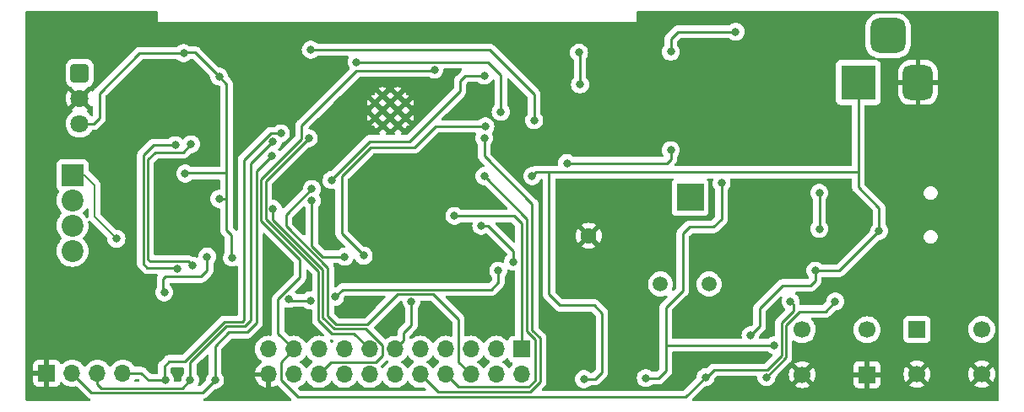
<source format=gbr>
%TF.GenerationSoftware,KiCad,Pcbnew,7.0.6*%
%TF.CreationDate,2024-04-30T21:14:55+02:00*%
%TF.ProjectId,heimdall_board,6865696d-6461-46c6-9c5f-626f6172642e,rev?*%
%TF.SameCoordinates,Original*%
%TF.FileFunction,Copper,L2,Bot*%
%TF.FilePolarity,Positive*%
%FSLAX46Y46*%
G04 Gerber Fmt 4.6, Leading zero omitted, Abs format (unit mm)*
G04 Created by KiCad (PCBNEW 7.0.6) date 2024-04-30 21:14:55*
%MOMM*%
%LPD*%
G01*
G04 APERTURE LIST*
G04 Aperture macros list*
%AMRoundRect*
0 Rectangle with rounded corners*
0 $1 Rounding radius*
0 $2 $3 $4 $5 $6 $7 $8 $9 X,Y pos of 4 corners*
0 Add a 4 corners polygon primitive as box body*
4,1,4,$2,$3,$4,$5,$6,$7,$8,$9,$2,$3,0*
0 Add four circle primitives for the rounded corners*
1,1,$1+$1,$2,$3*
1,1,$1+$1,$4,$5*
1,1,$1+$1,$6,$7*
1,1,$1+$1,$8,$9*
0 Add four rect primitives between the rounded corners*
20,1,$1+$1,$2,$3,$4,$5,0*
20,1,$1+$1,$4,$5,$6,$7,0*
20,1,$1+$1,$6,$7,$8,$9,0*
20,1,$1+$1,$8,$9,$2,$3,0*%
G04 Aperture macros list end*
%TA.AperFunction,ComponentPad*%
%ADD10R,2.200000X2.200000*%
%TD*%
%TA.AperFunction,ComponentPad*%
%ADD11C,2.200000*%
%TD*%
%TA.AperFunction,ComponentPad*%
%ADD12R,1.700000X1.700000*%
%TD*%
%TA.AperFunction,ComponentPad*%
%ADD13C,1.700000*%
%TD*%
%TA.AperFunction,HeatsinkPad*%
%ADD14C,0.600000*%
%TD*%
%TA.AperFunction,ComponentPad*%
%ADD15R,3.500000X3.500000*%
%TD*%
%TA.AperFunction,ComponentPad*%
%ADD16RoundRect,0.750000X0.750000X1.000000X-0.750000X1.000000X-0.750000X-1.000000X0.750000X-1.000000X0*%
%TD*%
%TA.AperFunction,ComponentPad*%
%ADD17RoundRect,0.875000X0.875000X0.875000X-0.875000X0.875000X-0.875000X-0.875000X0.875000X-0.875000X0*%
%TD*%
%TA.AperFunction,ComponentPad*%
%ADD18RoundRect,0.248400X-0.651600X0.651600X-0.651600X-0.651600X0.651600X-0.651600X0.651600X0.651600X0*%
%TD*%
%TA.AperFunction,ComponentPad*%
%ADD19C,1.800000*%
%TD*%
%TA.AperFunction,ComponentPad*%
%ADD20C,1.500000*%
%TD*%
%TA.AperFunction,ComponentPad*%
%ADD21O,1.700000X1.700000*%
%TD*%
%TA.AperFunction,ComponentPad*%
%ADD22R,2.700000X2.700000*%
%TD*%
%TA.AperFunction,ComponentPad*%
%ADD23C,1.600000*%
%TD*%
%TA.AperFunction,ViaPad*%
%ADD24C,0.800000*%
%TD*%
%TA.AperFunction,Conductor*%
%ADD25C,0.250000*%
%TD*%
%TA.AperFunction,Conductor*%
%ADD26C,0.200000*%
%TD*%
G04 APERTURE END LIST*
D10*
%TO.P,J5,1,Pin_1*%
%TO.N,/RSPK-*%
X103475000Y-100950000D03*
D11*
%TO.P,J5,2,Pin_2*%
%TO.N,/RSPK+*%
X103475000Y-103490000D03*
%TO.P,J5,3,Pin_3*%
%TO.N,/LSPK-*%
X103475000Y-106030000D03*
%TO.P,J5,4,Pin_4*%
%TO.N,/LSPK+*%
X103475000Y-108570000D03*
%TD*%
D12*
%TO.P,SW1,1,1*%
%TO.N,/GND*%
X183175000Y-121000000D03*
D13*
X176675000Y-121000000D03*
%TO.P,SW1,2,2*%
%TO.N,Net-(U1-EN)*%
X183175000Y-116500000D03*
X176675000Y-116500000D03*
%TD*%
D14*
%TO.P,U1,39,GND*%
%TO.N,/GND*%
X133825000Y-93687500D03*
X133825000Y-95212500D03*
X134587500Y-92925000D03*
X134587500Y-94450000D03*
X134587500Y-95975000D03*
X135350000Y-93687500D03*
X135350000Y-95212500D03*
X136112500Y-92925000D03*
X136112500Y-94450000D03*
X136112500Y-95975000D03*
X136875000Y-93687500D03*
X136875000Y-95212500D03*
%TD*%
D15*
%TO.P,J3,1*%
%TO.N,/+5V*%
X182275000Y-91650000D03*
D16*
%TO.P,J3,2*%
%TO.N,/GND*%
X188275000Y-91650000D03*
D17*
%TO.P,J3,3*%
%TO.N,N/C*%
X185275000Y-86950000D03*
%TD*%
D18*
%TO.P,U6,1,OUT*%
%TO.N,/IR_DAT*%
X104190000Y-90710000D03*
D19*
%TO.P,U6,2,GND*%
%TO.N,/GND*%
X104190000Y-93250000D03*
%TO.P,U6,3,Vs*%
%TO.N,/+5V*%
X104190000Y-95790000D03*
%TD*%
D20*
%TO.P,Y1,1,1*%
%TO.N,Net-(U3-XO)*%
X167325000Y-111900000D03*
%TO.P,Y1,2,2*%
%TO.N,Net-(U3-XI)*%
X162445000Y-111900000D03*
%TD*%
D12*
%TO.P,J2,1,Pin_1*%
%TO.N,/GPIO2*%
X148515000Y-118450000D03*
D21*
%TO.P,J2,2,Pin_2*%
%TO.N,/GPIO4*%
X148515000Y-120990000D03*
%TO.P,J2,3,Pin_3*%
%TO.N,/GPIO5*%
X145975000Y-118450000D03*
%TO.P,J2,4,Pin_4*%
%TO.N,/GPIO12*%
X145975000Y-120990000D03*
%TO.P,J2,5,Pin_5*%
%TO.N,/GPIO13*%
X143435000Y-118450000D03*
%TO.P,J2,6,Pin_6*%
%TO.N,/GPIO14*%
X143435000Y-120990000D03*
%TO.P,J2,7,Pin_7*%
%TO.N,/GPIO15*%
X140895000Y-118450000D03*
%TO.P,J2,8,Pin_8*%
%TO.N,/GPIO16*%
X140895000Y-120990000D03*
%TO.P,J2,9,Pin_9*%
%TO.N,/GPIO17*%
X138355000Y-118450000D03*
%TO.P,J2,10,Pin_10*%
%TO.N,/GPIO18*%
X138355000Y-120990000D03*
%TO.P,J2,11,Pin_11*%
%TO.N,/GPIO19*%
X135815000Y-118450000D03*
%TO.P,J2,12,Pin_12*%
%TO.N,/GPIO32*%
X135815000Y-120990000D03*
%TO.P,J2,13,Pin_13*%
%TO.N,/GPIO33*%
X133275000Y-118450000D03*
%TO.P,J2,14,Pin_14*%
%TO.N,/GPIO34*%
X133275000Y-120990000D03*
%TO.P,J2,15,Pin_15*%
%TO.N,/GPIO35*%
X130735000Y-118450000D03*
%TO.P,J2,16,Pin_16*%
%TO.N,/GPIO36*%
X130735000Y-120990000D03*
%TO.P,J2,17,Pin_17*%
%TO.N,/GPIO39*%
X128195000Y-118450000D03*
%TO.P,J2,18,Pin_18*%
%TO.N,/TX*%
X128195000Y-120990000D03*
%TO.P,J2,19,Pin_19*%
%TO.N,/RX*%
X125655000Y-118450000D03*
%TO.P,J2,20,Pin_20*%
%TO.N,/+3.3V*%
X125655000Y-120990000D03*
%TO.P,J2,21,Pin_21*%
%TO.N,/+5V*%
X123115000Y-118450000D03*
%TO.P,J2,22,Pin_22*%
%TO.N,/GND*%
X123115000Y-120990000D03*
%TD*%
D12*
%TO.P,SW2,1,1*%
%TO.N,Net-(U1-IO0)*%
X188175000Y-116450000D03*
D13*
X194675000Y-116450000D03*
%TO.P,SW2,2,2*%
%TO.N,/GND*%
X188175000Y-120950000D03*
X194675000Y-120950000D03*
%TD*%
D12*
%TO.P,J4,1,Pin_1*%
%TO.N,/GND*%
X100895000Y-120850000D03*
D21*
%TO.P,J4,2,Pin_2*%
%TO.N,/BCLK*%
X103435000Y-120850000D03*
%TO.P,J4,3,Pin_3*%
%TO.N,/LRC*%
X105975000Y-120850000D03*
%TO.P,J4,4,Pin_4*%
%TO.N,/DIN*%
X108515000Y-120850000D03*
%TD*%
D22*
%TO.P,BT1,1,+*%
%TO.N,Net-(BT1-+)*%
X165425000Y-103200000D03*
D23*
%TO.P,BT1,2,-*%
%TO.N,/GND*%
X155255000Y-107050000D03*
%TD*%
D24*
%TO.N,Net-(BT1-+)*%
X154375000Y-91850000D03*
X154275000Y-88650000D03*
%TO.N,/GND*%
X157675000Y-116650000D03*
X129175000Y-105650000D03*
X124375000Y-90150000D03*
X168975000Y-111150000D03*
X149775000Y-87150000D03*
X162075000Y-88550000D03*
X181175000Y-111950000D03*
X111775000Y-96650000D03*
X129275000Y-90950000D03*
X153575000Y-93750000D03*
X166575000Y-91550000D03*
X165675000Y-113850000D03*
X111375000Y-90750000D03*
X164775000Y-88550000D03*
X173775000Y-107750000D03*
%TO.N,/+5V*%
X114775000Y-100800000D03*
X171475000Y-117050000D03*
X184375000Y-106550000D03*
X119475000Y-109250000D03*
X149575000Y-101050000D03*
X129799500Y-113200000D03*
X146175000Y-110550000D03*
X114625000Y-88700000D03*
X177975000Y-110550000D03*
X127325000Y-113550000D03*
X118175000Y-91050000D03*
X154775000Y-121450000D03*
X118175000Y-103350000D03*
X125151000Y-113400000D03*
%TO.N,/+3.3V*%
X169975000Y-86550000D03*
X163475000Y-98450000D03*
X149775000Y-95450000D03*
X127375000Y-88350000D03*
X153075000Y-99750000D03*
X160975000Y-121350000D03*
X168575000Y-101750000D03*
X173850500Y-118050000D03*
X163475000Y-88550000D03*
%TO.N,Net-(U3-XO)*%
X178375000Y-106350000D03*
X178375000Y-102750000D03*
%TO.N,/RSPK-*%
X107875000Y-107350000D03*
%TO.N,/RX*%
X175475000Y-113650000D03*
X166975000Y-121250000D03*
X139775000Y-90350000D03*
%TO.N,/TX*%
X129475000Y-101450000D03*
X173075000Y-121250000D03*
X123575000Y-104350000D03*
X144775000Y-90950000D03*
X179975000Y-113650000D03*
%TO.N,/GPIO2*%
X141775000Y-105050000D03*
%TO.N,/GPIO12*%
X130775000Y-109150000D03*
X127475000Y-103550000D03*
%TO.N,/GPIO14*%
X127475000Y-102350000D03*
%TO.N,/GPIO16*%
X144775000Y-101050000D03*
%TO.N,/GPIO18*%
X144775000Y-97250000D03*
%TO.N,/GPIO19*%
X132675000Y-109050000D03*
X137475000Y-113674500D03*
X144875000Y-96050000D03*
%TO.N,/GPIO33*%
X127175000Y-97250000D03*
%TO.N,/BCLK*%
X117775000Y-121550000D03*
X123475000Y-99050000D03*
%TO.N,/LRC*%
X123575000Y-97550000D03*
X115275000Y-121550000D03*
%TO.N,/DIN*%
X124375000Y-96750000D03*
X112775000Y-121550000D03*
%TO.N,Net-(U1-EN)*%
X146425000Y-94600000D03*
X131975000Y-89600000D03*
%TO.N,Net-(U1-IO0)*%
X144475000Y-106050000D03*
X147675000Y-109650000D03*
%TO.N,Net-(U4-BCLK)*%
X115375000Y-97850000D03*
X115475000Y-110050000D03*
%TO.N,Net-(U4-LRCLK)*%
X113975000Y-110350000D03*
X113775000Y-97950000D03*
%TO.N,Net-(U4-DIN)*%
X112675000Y-112750000D03*
X116975000Y-109150000D03*
%TD*%
D25*
%TO.N,Net-(BT1-+)*%
X154375000Y-91850000D02*
X154375000Y-88750000D01*
X154375000Y-88750000D02*
X154275000Y-88650000D01*
%TO.N,/+5V*%
X156575000Y-114850000D02*
X155775000Y-114050000D01*
X155775000Y-114050000D02*
X152375000Y-114050000D01*
X115775000Y-88650000D02*
X114675000Y-88650000D01*
X110199695Y-88700000D02*
X114625000Y-88700000D01*
X119375000Y-109150000D02*
X119475000Y-109250000D01*
X145475000Y-112450000D02*
X146175000Y-111750000D01*
X119375000Y-106950000D02*
X119375000Y-109150000D01*
X182275000Y-102150000D02*
X182275000Y-100650000D01*
X180375000Y-110550000D02*
X177975000Y-110550000D01*
X156575000Y-120750000D02*
X156575000Y-114850000D01*
X184375000Y-106550000D02*
X184375000Y-104250000D01*
X184375000Y-104250000D02*
X182275000Y-102150000D01*
X154775000Y-121450000D02*
X155875000Y-121450000D01*
X118925000Y-103350000D02*
X118175000Y-103350000D01*
X152375000Y-114050000D02*
X151275000Y-112950000D01*
X146175000Y-111750000D02*
X146175000Y-110550000D01*
X106175000Y-95250000D02*
X106175000Y-92724695D01*
X171475000Y-117050000D02*
X172375000Y-116150000D01*
X118925000Y-100750000D02*
X114825000Y-100750000D01*
X106175000Y-92724695D02*
X110199695Y-88700000D01*
X105635000Y-95790000D02*
X106175000Y-95250000D01*
X125301000Y-113550000D02*
X125151000Y-113400000D01*
X118925000Y-106500000D02*
X119375000Y-106950000D01*
X114675000Y-88650000D02*
X114625000Y-88700000D01*
X184375000Y-106550000D02*
X180375000Y-110550000D01*
X118925000Y-91800000D02*
X118925000Y-103350000D01*
X151275000Y-100750000D02*
X151175000Y-100650000D01*
X177475000Y-112050000D02*
X177975000Y-111550000D01*
X104190000Y-95790000D02*
X105635000Y-95790000D01*
X130549500Y-112450000D02*
X145475000Y-112450000D01*
X174675000Y-112050000D02*
X177475000Y-112050000D01*
X129799500Y-113200000D02*
X130549500Y-112450000D01*
X182275000Y-100650000D02*
X151175000Y-100650000D01*
X155875000Y-121450000D02*
X156575000Y-120750000D01*
X127325000Y-113550000D02*
X125301000Y-113550000D01*
X114825000Y-100750000D02*
X114775000Y-100800000D01*
X151175000Y-100650000D02*
X149975000Y-100650000D01*
X177975000Y-111550000D02*
X177975000Y-110550000D01*
X149975000Y-100650000D02*
X149575000Y-101050000D01*
X118175000Y-91050000D02*
X115775000Y-88650000D01*
X151275000Y-112950000D02*
X151275000Y-100750000D01*
X182275000Y-100650000D02*
X182275000Y-91650000D01*
X118925000Y-103350000D02*
X118925000Y-106500000D01*
X172375000Y-116150000D02*
X172375000Y-114350000D01*
X118175000Y-91050000D02*
X118925000Y-91800000D01*
X172375000Y-114350000D02*
X174675000Y-112050000D01*
%TO.N,/+3.3V*%
X168575000Y-105350000D02*
X168575000Y-101750000D01*
X160975000Y-121350000D02*
X162275000Y-121350000D01*
X167775000Y-106150000D02*
X168575000Y-105350000D01*
X163475000Y-99350000D02*
X163075000Y-99750000D01*
X162275000Y-121350000D02*
X162975000Y-120650000D01*
X149775000Y-95450000D02*
X149775000Y-92850000D01*
X163075000Y-99750000D02*
X153075000Y-99750000D01*
X169975000Y-86550000D02*
X164175000Y-86550000D01*
X162975000Y-114250000D02*
X164675000Y-112550000D01*
X127475000Y-88350000D02*
X127375000Y-88450000D01*
X149775000Y-92850000D02*
X145275000Y-88350000D01*
X145275000Y-88350000D02*
X127475000Y-88350000D01*
X163475000Y-87250000D02*
X163475000Y-88550000D01*
X162975000Y-118050000D02*
X162975000Y-114250000D01*
X164675000Y-112550000D02*
X164675000Y-106850000D01*
X163475000Y-98450000D02*
X163475000Y-99350000D01*
X162975000Y-120650000D02*
X162975000Y-118050000D01*
X165375000Y-106150000D02*
X167775000Y-106150000D01*
X164175000Y-86550000D02*
X163475000Y-87250000D01*
X164675000Y-106850000D02*
X165375000Y-106150000D01*
X173850500Y-118050000D02*
X162975000Y-118050000D01*
%TO.N,Net-(U3-XO)*%
X178375000Y-102750000D02*
X178375000Y-106350000D01*
D26*
%TO.N,/RSPK-*%
X105675000Y-105150000D02*
X105675000Y-101950000D01*
X104675000Y-100950000D02*
X103475000Y-100950000D01*
X107875000Y-107350000D02*
X105675000Y-105150000D01*
X105675000Y-101950000D02*
X104675000Y-100950000D01*
D25*
%TO.N,/RX*%
X124375000Y-121550000D02*
X124375000Y-119730000D01*
X167075000Y-121250000D02*
X166975000Y-121250000D01*
X174575000Y-119113604D02*
X173163604Y-120525000D01*
X126275000Y-111250000D02*
X124075000Y-113450000D01*
X174575000Y-115813604D02*
X174575000Y-119113604D01*
X164975000Y-123250000D02*
X126075000Y-123250000D01*
X175475000Y-113650000D02*
X175775000Y-113950000D01*
X124075000Y-116870000D02*
X125655000Y-118450000D01*
X126275000Y-109395584D02*
X126275000Y-111250000D01*
X166975000Y-121250000D02*
X164975000Y-123250000D01*
X167800000Y-120525000D02*
X167075000Y-121250000D01*
X139775000Y-90350000D02*
X139675000Y-90450000D01*
X173163604Y-120525000D02*
X167800000Y-120525000D01*
X122400000Y-101388604D02*
X122400000Y-105520584D01*
X131975000Y-90450000D02*
X126450000Y-95975000D01*
X122400000Y-105520584D02*
X126275000Y-109395584D01*
X175775000Y-113950000D02*
X175775000Y-114613604D01*
X139675000Y-90450000D02*
X131975000Y-90450000D01*
X126450000Y-97338604D02*
X122400000Y-101388604D01*
X124375000Y-119730000D02*
X125655000Y-118450000D01*
X175775000Y-114613604D02*
X174575000Y-115813604D01*
X126075000Y-123250000D02*
X124375000Y-121550000D01*
X126450000Y-95975000D02*
X126450000Y-97338604D01*
X124075000Y-113450000D02*
X124075000Y-116870000D01*
%TO.N,/TX*%
X134575000Y-119050000D02*
X133875000Y-119750000D01*
X134575000Y-118088299D02*
X134575000Y-119050000D01*
X137275000Y-97550000D02*
X142350000Y-92475000D01*
X133875000Y-119750000D02*
X129435000Y-119750000D01*
X142350000Y-91475000D02*
X142875000Y-90950000D01*
X129435000Y-119750000D02*
X128195000Y-120990000D01*
X142350000Y-92475000D02*
X142350000Y-91475000D01*
X175025000Y-119300000D02*
X173075000Y-121250000D01*
X179975000Y-113650000D02*
X178975000Y-114650000D01*
X175025000Y-116000000D02*
X175025000Y-119300000D01*
X142875000Y-90950000D02*
X144775000Y-90950000D01*
X133275000Y-97550000D02*
X137275000Y-97550000D01*
X178975000Y-114650000D02*
X176375000Y-114650000D01*
X129725000Y-116400000D02*
X132886701Y-116400000D01*
X128575000Y-110422792D02*
X128575000Y-115250000D01*
X123575000Y-104350000D02*
X123575000Y-105422792D01*
X176375000Y-114650000D02*
X175025000Y-116000000D01*
X129200000Y-101625000D02*
X133275000Y-97550000D01*
X132886701Y-116400000D02*
X134575000Y-118088299D01*
X123575000Y-105422792D02*
X128575000Y-110422792D01*
X128575000Y-115250000D02*
X129725000Y-116400000D01*
%TO.N,/GPIO2*%
X148515000Y-118450000D02*
X148515000Y-105790000D01*
X148515000Y-105790000D02*
X147775000Y-105050000D01*
X147775000Y-105050000D02*
X141775000Y-105050000D01*
%TO.N,/GPIO12*%
X128575000Y-109150000D02*
X127475000Y-108050000D01*
X130775000Y-109150000D02*
X128575000Y-109150000D01*
X127475000Y-108050000D02*
X127475000Y-103650000D01*
%TO.N,/GPIO14*%
X142175000Y-119730000D02*
X142175000Y-115450000D01*
X139675000Y-112950000D02*
X136073097Y-112950000D01*
X124875000Y-104950000D02*
X127475000Y-102350000D01*
X129075000Y-115113604D02*
X129075000Y-110286396D01*
X124875000Y-106086396D02*
X124875000Y-104950000D01*
X129911396Y-115950000D02*
X129075000Y-115113604D01*
X136073097Y-112950000D02*
X133073097Y-115950000D01*
X143435000Y-120990000D02*
X142175000Y-119730000D01*
X129075000Y-110286396D02*
X124875000Y-106086396D01*
X142175000Y-115450000D02*
X139675000Y-112950000D01*
X133073097Y-115950000D02*
X129911396Y-115950000D01*
%TO.N,/GPIO16*%
X149875000Y-121613604D02*
X149875000Y-117460000D01*
X149238604Y-122250000D02*
X149875000Y-121613604D01*
X149075000Y-116660000D02*
X149075000Y-105350000D01*
X149875000Y-117460000D02*
X149075000Y-116660000D01*
X140895000Y-120990000D02*
X142155000Y-122250000D01*
X149075000Y-105350000D02*
X144775000Y-101050000D01*
X142155000Y-122250000D02*
X149238604Y-122250000D01*
%TO.N,/GPIO18*%
X149575000Y-103850000D02*
X144775000Y-99050000D01*
X149575000Y-116523604D02*
X149575000Y-103850000D01*
X150375000Y-117323604D02*
X149575000Y-116523604D01*
X144775000Y-99050000D02*
X144775000Y-97250000D01*
X140115000Y-122750000D02*
X149375000Y-122750000D01*
X138355000Y-120990000D02*
X140115000Y-122750000D01*
X150375000Y-121750000D02*
X150375000Y-117323604D01*
X149375000Y-122750000D02*
X150375000Y-121750000D01*
%TO.N,/GPIO19*%
X130475000Y-101050000D02*
X130475000Y-106850000D01*
X133375000Y-98150000D02*
X130475000Y-101050000D01*
X136675000Y-117590000D02*
X135815000Y-118450000D01*
X136675000Y-116800000D02*
X136675000Y-117550000D01*
X144875000Y-96050000D02*
X139875000Y-96050000D01*
X130475000Y-106850000D02*
X132675000Y-109050000D01*
X139875000Y-96050000D02*
X137775000Y-98150000D01*
X137475000Y-116000000D02*
X136675000Y-116800000D01*
X137475000Y-113674500D02*
X137475000Y-116000000D01*
X137775000Y-98150000D02*
X133375000Y-98150000D01*
%TO.N,/GPIO33*%
X129475000Y-116850000D02*
X128125000Y-115500000D01*
X128125000Y-110609188D02*
X122850000Y-105334188D01*
X122850000Y-101575000D02*
X127175000Y-97250000D01*
X122850000Y-105334188D02*
X122850000Y-101575000D01*
X131675000Y-116850000D02*
X129475000Y-116850000D01*
X133275000Y-118450000D02*
X131675000Y-116850000D01*
X128125000Y-115500000D02*
X128125000Y-110609188D01*
%TO.N,/BCLK*%
X116525000Y-122800000D02*
X117775000Y-121550000D01*
X105385000Y-122800000D02*
X116525000Y-122800000D01*
X103435000Y-120850000D02*
X105385000Y-122800000D01*
X119175000Y-116750000D02*
X117775000Y-118150000D01*
X121950000Y-100575000D02*
X121950000Y-115775000D01*
X123475000Y-99050000D02*
X121950000Y-100575000D01*
X121950000Y-115775000D02*
X120975000Y-116750000D01*
X117775000Y-118150000D02*
X117775000Y-121550000D01*
X120975000Y-116750000D02*
X119175000Y-116750000D01*
%TO.N,/LRC*%
X121375000Y-99750000D02*
X121375000Y-115550000D01*
X115275000Y-119750000D02*
X115275000Y-121550000D01*
X105975000Y-121950000D02*
X106375000Y-122350000D01*
X114475000Y-122350000D02*
X115275000Y-121550000D01*
X120775000Y-116150000D02*
X118875000Y-116150000D01*
X121375000Y-115550000D02*
X120775000Y-116150000D01*
X105975000Y-120850000D02*
X105975000Y-121950000D01*
X118875000Y-116150000D02*
X115275000Y-119750000D01*
X106375000Y-122350000D02*
X114475000Y-122350000D01*
X123575000Y-97550000D02*
X121375000Y-99750000D01*
%TO.N,/DIN*%
X118688604Y-115700000D02*
X114738604Y-119650000D01*
X120675000Y-115550000D02*
X120525000Y-115700000D01*
X120525000Y-115700000D02*
X118688604Y-115700000D01*
X120675000Y-99424695D02*
X120675000Y-115550000D01*
X123349695Y-96750000D02*
X120675000Y-99424695D01*
X114738604Y-119650000D02*
X113175000Y-119650000D01*
X112775000Y-121550000D02*
X111075000Y-121550000D01*
X112675000Y-121350000D02*
X112775000Y-121450000D01*
X112775000Y-121550000D02*
X112875000Y-121550000D01*
X110375000Y-120850000D02*
X108515000Y-120850000D01*
X113175000Y-119650000D02*
X112675000Y-120150000D01*
X112875000Y-121550000D02*
X112775000Y-121450000D01*
X112675000Y-120150000D02*
X112675000Y-121350000D01*
X124375000Y-96750000D02*
X123349695Y-96750000D01*
X112775000Y-121450000D02*
X112775000Y-121550000D01*
X111075000Y-121550000D02*
X110375000Y-120850000D01*
%TO.N,Net-(U1-EN)*%
X146425000Y-94600000D02*
X146425000Y-90900000D01*
X146425000Y-90900000D02*
X145125000Y-89600000D01*
X145125000Y-89600000D02*
X131975000Y-89600000D01*
%TO.N,Net-(U1-IO0)*%
X145175000Y-106050000D02*
X144475000Y-106050000D01*
X147675000Y-108550000D02*
X145175000Y-106050000D01*
X147675000Y-109650000D02*
X147675000Y-108550000D01*
%TO.N,Net-(U4-BCLK)*%
X111025000Y-99400000D02*
X111025000Y-109400000D01*
X111250000Y-109625000D02*
X115050000Y-109625000D01*
X114550000Y-98675000D02*
X111750000Y-98675000D01*
X115050000Y-109625000D02*
X115475000Y-110050000D01*
X115375000Y-97850000D02*
X114550000Y-98675000D01*
X111025000Y-109400000D02*
X111250000Y-109625000D01*
X111750000Y-98675000D02*
X111025000Y-99400000D01*
%TO.N,Net-(U4-LRCLK)*%
X113775000Y-97950000D02*
X111575000Y-97950000D01*
X110975000Y-110250000D02*
X113875000Y-110250000D01*
X111575000Y-97950000D02*
X110575000Y-98950000D01*
X110575000Y-109850000D02*
X110975000Y-110250000D01*
X110575000Y-98950000D02*
X110575000Y-109850000D01*
%TO.N,Net-(U4-DIN)*%
X112775000Y-111150000D02*
X112575000Y-111350000D01*
X112575000Y-112650000D02*
X112675000Y-112750000D01*
X116975000Y-109150000D02*
X116975000Y-110550000D01*
X116975000Y-110550000D02*
X116375000Y-111150000D01*
X112575000Y-111350000D02*
X112575000Y-112650000D01*
X116375000Y-111150000D02*
X112775000Y-111150000D01*
%TD*%
%TA.AperFunction,Conductor*%
%TO.N,/GND*%
G36*
X111973039Y-84470185D02*
G01*
X112018794Y-84522989D01*
X112030000Y-84574499D01*
X112030000Y-85560000D01*
X160030000Y-85560000D01*
X160030000Y-84574500D01*
X160049685Y-84507461D01*
X160102489Y-84461706D01*
X160154000Y-84450500D01*
X196250500Y-84450500D01*
X196317539Y-84470185D01*
X196363294Y-84522989D01*
X196374500Y-84574500D01*
X196374500Y-123525500D01*
X196354815Y-123592539D01*
X196302011Y-123638294D01*
X196250500Y-123649500D01*
X165759452Y-123649500D01*
X165692413Y-123629815D01*
X165646658Y-123577011D01*
X165636714Y-123507853D01*
X165665739Y-123444297D01*
X165671771Y-123437819D01*
X166922772Y-122186819D01*
X166984095Y-122153334D01*
X167010453Y-122150500D01*
X167069644Y-122150500D01*
X167069646Y-122150500D01*
X167254803Y-122111144D01*
X167427730Y-122034151D01*
X167580871Y-121922888D01*
X167707533Y-121782216D01*
X167802179Y-121618284D01*
X167860674Y-121438256D01*
X167866576Y-121382093D01*
X167893159Y-121317480D01*
X167902197Y-121307392D01*
X168022773Y-121186817D01*
X168084096Y-121153334D01*
X168110453Y-121150500D01*
X172047432Y-121150500D01*
X172114471Y-121170185D01*
X172160226Y-121222989D01*
X172170752Y-121261535D01*
X172189326Y-121438256D01*
X172189327Y-121438259D01*
X172247818Y-121618277D01*
X172247821Y-121618284D01*
X172342467Y-121782216D01*
X172446564Y-121897827D01*
X172469129Y-121922888D01*
X172622265Y-122034148D01*
X172622270Y-122034151D01*
X172795192Y-122111142D01*
X172795197Y-122111144D01*
X172980354Y-122150500D01*
X172980355Y-122150500D01*
X173169644Y-122150500D01*
X173169646Y-122150500D01*
X173354803Y-122111144D01*
X173527730Y-122034151D01*
X173680871Y-121922888D01*
X173807533Y-121782216D01*
X173902179Y-121618284D01*
X173960674Y-121438256D01*
X173978321Y-121270344D01*
X174004904Y-121205734D01*
X174013951Y-121195638D01*
X174209588Y-121000001D01*
X175319843Y-121000001D01*
X175340430Y-121235315D01*
X175340432Y-121235326D01*
X175401566Y-121463483D01*
X175401570Y-121463492D01*
X175501400Y-121677579D01*
X175501402Y-121677583D01*
X175560072Y-121761373D01*
X175560073Y-121761373D01*
X176191922Y-121129523D01*
X176215507Y-121209844D01*
X176293239Y-121330798D01*
X176401900Y-121424952D01*
X176532685Y-121484680D01*
X176542466Y-121486086D01*
X175913625Y-122114925D01*
X175997421Y-122173599D01*
X176211507Y-122273429D01*
X176211516Y-122273433D01*
X176439673Y-122334567D01*
X176439684Y-122334569D01*
X176674998Y-122355157D01*
X176675002Y-122355157D01*
X176910315Y-122334569D01*
X176910326Y-122334567D01*
X177138483Y-122273433D01*
X177138492Y-122273429D01*
X177352578Y-122173600D01*
X177352582Y-122173598D01*
X177436373Y-122114926D01*
X177436373Y-122114925D01*
X177219292Y-121897844D01*
X181825000Y-121897844D01*
X181831401Y-121957372D01*
X181831403Y-121957379D01*
X181881645Y-122092086D01*
X181881649Y-122092093D01*
X181967809Y-122207187D01*
X181967812Y-122207190D01*
X182082906Y-122293350D01*
X182082913Y-122293354D01*
X182217620Y-122343596D01*
X182217627Y-122343598D01*
X182277155Y-122349999D01*
X182277172Y-122350000D01*
X182925000Y-122350000D01*
X182925000Y-121435501D01*
X183032685Y-121484680D01*
X183139237Y-121500000D01*
X183210763Y-121500000D01*
X183317315Y-121484680D01*
X183425000Y-121435501D01*
X183425000Y-122350000D01*
X184072828Y-122350000D01*
X184072844Y-122349999D01*
X184132372Y-122343598D01*
X184132379Y-122343596D01*
X184267086Y-122293354D01*
X184267093Y-122293350D01*
X184382187Y-122207190D01*
X184382190Y-122207187D01*
X184468350Y-122092093D01*
X184468354Y-122092086D01*
X184518596Y-121957379D01*
X184518598Y-121957372D01*
X184524999Y-121897844D01*
X184525000Y-121897827D01*
X184525000Y-121250000D01*
X183608686Y-121250000D01*
X183634493Y-121209844D01*
X183675000Y-121071889D01*
X183675000Y-120950001D01*
X186819843Y-120950001D01*
X186840430Y-121185315D01*
X186840432Y-121185326D01*
X186901566Y-121413483D01*
X186901570Y-121413492D01*
X187001400Y-121627579D01*
X187001402Y-121627583D01*
X187060072Y-121711373D01*
X187060073Y-121711373D01*
X187691923Y-121079523D01*
X187715507Y-121159844D01*
X187793239Y-121280798D01*
X187901900Y-121374952D01*
X188032685Y-121434680D01*
X188042466Y-121436086D01*
X187413625Y-122064925D01*
X187497421Y-122123599D01*
X187711507Y-122223429D01*
X187711516Y-122223433D01*
X187939673Y-122284567D01*
X187939684Y-122284569D01*
X188174998Y-122305157D01*
X188175002Y-122305157D01*
X188410315Y-122284569D01*
X188410326Y-122284567D01*
X188638483Y-122223433D01*
X188638492Y-122223429D01*
X188852578Y-122123600D01*
X188852582Y-122123598D01*
X188936373Y-122064926D01*
X188936373Y-122064925D01*
X188307533Y-121436086D01*
X188317315Y-121434680D01*
X188448100Y-121374952D01*
X188556761Y-121280798D01*
X188634493Y-121159844D01*
X188658077Y-121079523D01*
X189289926Y-121711373D01*
X189348598Y-121627582D01*
X189348600Y-121627578D01*
X189448429Y-121413492D01*
X189448433Y-121413483D01*
X189509567Y-121185326D01*
X189509569Y-121185315D01*
X189530157Y-120950001D01*
X193319843Y-120950001D01*
X193340430Y-121185315D01*
X193340432Y-121185326D01*
X193401566Y-121413483D01*
X193401570Y-121413492D01*
X193501400Y-121627579D01*
X193501402Y-121627583D01*
X193560072Y-121711373D01*
X193560073Y-121711373D01*
X194191923Y-121079523D01*
X194215507Y-121159844D01*
X194293239Y-121280798D01*
X194401900Y-121374952D01*
X194532685Y-121434680D01*
X194542466Y-121436086D01*
X193913625Y-122064925D01*
X193997421Y-122123599D01*
X194211507Y-122223429D01*
X194211516Y-122223433D01*
X194439673Y-122284567D01*
X194439684Y-122284569D01*
X194674998Y-122305157D01*
X194675002Y-122305157D01*
X194910315Y-122284569D01*
X194910326Y-122284567D01*
X195138483Y-122223433D01*
X195138492Y-122223429D01*
X195352578Y-122123600D01*
X195352582Y-122123598D01*
X195436373Y-122064926D01*
X195436373Y-122064925D01*
X194807533Y-121436086D01*
X194817315Y-121434680D01*
X194948100Y-121374952D01*
X195056761Y-121280798D01*
X195134493Y-121159844D01*
X195158076Y-121079524D01*
X195789925Y-121711373D01*
X195789926Y-121711373D01*
X195848598Y-121627582D01*
X195848600Y-121627578D01*
X195948429Y-121413492D01*
X195948433Y-121413483D01*
X196009567Y-121185326D01*
X196009569Y-121185315D01*
X196030157Y-120950001D01*
X196030157Y-120949998D01*
X196009569Y-120714684D01*
X196009567Y-120714673D01*
X195948433Y-120486516D01*
X195948429Y-120486507D01*
X195848600Y-120272423D01*
X195848599Y-120272421D01*
X195789925Y-120188626D01*
X195789925Y-120188625D01*
X195158076Y-120820475D01*
X195134493Y-120740156D01*
X195056761Y-120619202D01*
X194948100Y-120525048D01*
X194817315Y-120465320D01*
X194807533Y-120463913D01*
X195436373Y-119835073D01*
X195436373Y-119835072D01*
X195352583Y-119776402D01*
X195352579Y-119776400D01*
X195138492Y-119676570D01*
X195138483Y-119676566D01*
X194910326Y-119615432D01*
X194910315Y-119615430D01*
X194675002Y-119594843D01*
X194674998Y-119594843D01*
X194439684Y-119615430D01*
X194439673Y-119615432D01*
X194211516Y-119676566D01*
X194211507Y-119676570D01*
X193997419Y-119776401D01*
X193913625Y-119835072D01*
X194542466Y-120463913D01*
X194532685Y-120465320D01*
X194401900Y-120525048D01*
X194293239Y-120619202D01*
X194215507Y-120740156D01*
X194191923Y-120820474D01*
X193560073Y-120188625D01*
X193560072Y-120188625D01*
X193501401Y-120272419D01*
X193401570Y-120486507D01*
X193401566Y-120486516D01*
X193340432Y-120714673D01*
X193340430Y-120714684D01*
X193319843Y-120949998D01*
X193319843Y-120950001D01*
X189530157Y-120950001D01*
X189530157Y-120949998D01*
X189509569Y-120714684D01*
X189509567Y-120714673D01*
X189448433Y-120486516D01*
X189448429Y-120486507D01*
X189348600Y-120272423D01*
X189348599Y-120272421D01*
X189289925Y-120188626D01*
X189289925Y-120188625D01*
X188658076Y-120820474D01*
X188634493Y-120740156D01*
X188556761Y-120619202D01*
X188448100Y-120525048D01*
X188317315Y-120465320D01*
X188307533Y-120463913D01*
X188936373Y-119835073D01*
X188936373Y-119835072D01*
X188852583Y-119776402D01*
X188852579Y-119776400D01*
X188638492Y-119676570D01*
X188638483Y-119676566D01*
X188410326Y-119615432D01*
X188410315Y-119615430D01*
X188175002Y-119594843D01*
X188174998Y-119594843D01*
X187939684Y-119615430D01*
X187939673Y-119615432D01*
X187711516Y-119676566D01*
X187711507Y-119676570D01*
X187497419Y-119776401D01*
X187413625Y-119835072D01*
X188042466Y-120463913D01*
X188032685Y-120465320D01*
X187901900Y-120525048D01*
X187793239Y-120619202D01*
X187715507Y-120740156D01*
X187691923Y-120820476D01*
X187060072Y-120188625D01*
X187001401Y-120272419D01*
X186901570Y-120486507D01*
X186901566Y-120486516D01*
X186840432Y-120714673D01*
X186840430Y-120714684D01*
X186819843Y-120949998D01*
X186819843Y-120950001D01*
X183675000Y-120950001D01*
X183675000Y-120928111D01*
X183634493Y-120790156D01*
X183608686Y-120750000D01*
X184525000Y-120750000D01*
X184525000Y-120102172D01*
X184524999Y-120102155D01*
X184518598Y-120042627D01*
X184518596Y-120042620D01*
X184468354Y-119907913D01*
X184468350Y-119907906D01*
X184382190Y-119792812D01*
X184382187Y-119792809D01*
X184267093Y-119706649D01*
X184267086Y-119706645D01*
X184132379Y-119656403D01*
X184132372Y-119656401D01*
X184072844Y-119650000D01*
X183425000Y-119650000D01*
X183425000Y-120564498D01*
X183317315Y-120515320D01*
X183210763Y-120500000D01*
X183139237Y-120500000D01*
X183032685Y-120515320D01*
X182925000Y-120564498D01*
X182925000Y-119650000D01*
X182277155Y-119650000D01*
X182217627Y-119656401D01*
X182217620Y-119656403D01*
X182082913Y-119706645D01*
X182082906Y-119706649D01*
X181967812Y-119792809D01*
X181967809Y-119792812D01*
X181881649Y-119907906D01*
X181881645Y-119907913D01*
X181831403Y-120042620D01*
X181831401Y-120042627D01*
X181825000Y-120102155D01*
X181825000Y-120750000D01*
X182741314Y-120750000D01*
X182715507Y-120790156D01*
X182675000Y-120928111D01*
X182675000Y-121071889D01*
X182715507Y-121209844D01*
X182741314Y-121250000D01*
X181825000Y-121250000D01*
X181825000Y-121897844D01*
X177219292Y-121897844D01*
X176807533Y-121486086D01*
X176817315Y-121484680D01*
X176948100Y-121424952D01*
X177056761Y-121330798D01*
X177134493Y-121209844D01*
X177158076Y-121129524D01*
X177789925Y-121761373D01*
X177789926Y-121761373D01*
X177848598Y-121677582D01*
X177848600Y-121677578D01*
X177948429Y-121463492D01*
X177948433Y-121463483D01*
X178009567Y-121235326D01*
X178009569Y-121235315D01*
X178030157Y-121000001D01*
X178030157Y-120999998D01*
X178009569Y-120764684D01*
X178009567Y-120764673D01*
X177948433Y-120536516D01*
X177948429Y-120536507D01*
X177848600Y-120322423D01*
X177848599Y-120322421D01*
X177789925Y-120238626D01*
X177789925Y-120238625D01*
X177158076Y-120870475D01*
X177134493Y-120790156D01*
X177056761Y-120669202D01*
X176948100Y-120575048D01*
X176817315Y-120515320D01*
X176807531Y-120513913D01*
X177436373Y-119885073D01*
X177436373Y-119885072D01*
X177352583Y-119826402D01*
X177352579Y-119826400D01*
X177138492Y-119726570D01*
X177138483Y-119726566D01*
X176910326Y-119665432D01*
X176910315Y-119665430D01*
X176675002Y-119644843D01*
X176674998Y-119644843D01*
X176439684Y-119665430D01*
X176439673Y-119665432D01*
X176211516Y-119726566D01*
X176211507Y-119726570D01*
X175997419Y-119826401D01*
X175913626Y-119885072D01*
X175913625Y-119885073D01*
X176542466Y-120513913D01*
X176532685Y-120515320D01*
X176401900Y-120575048D01*
X176293239Y-120669202D01*
X176215507Y-120790156D01*
X176191923Y-120870475D01*
X175560073Y-120238625D01*
X175560072Y-120238626D01*
X175501401Y-120322419D01*
X175401570Y-120536507D01*
X175401566Y-120536516D01*
X175340432Y-120764673D01*
X175340430Y-120764684D01*
X175319843Y-120999998D01*
X175319843Y-121000001D01*
X174209588Y-121000001D01*
X175408788Y-119800801D01*
X175421042Y-119790986D01*
X175420859Y-119790764D01*
X175426866Y-119785792D01*
X175426877Y-119785786D01*
X175466756Y-119743319D01*
X175474227Y-119735364D01*
X175484671Y-119724918D01*
X175495120Y-119714471D01*
X175499379Y-119708978D01*
X175503152Y-119704561D01*
X175535062Y-119670582D01*
X175544713Y-119653024D01*
X175555396Y-119636761D01*
X175567673Y-119620936D01*
X175586185Y-119578153D01*
X175588738Y-119572941D01*
X175611197Y-119532092D01*
X175616180Y-119512680D01*
X175622481Y-119494280D01*
X175630437Y-119475896D01*
X175637729Y-119429852D01*
X175638906Y-119424171D01*
X175650500Y-119379019D01*
X175650500Y-119358983D01*
X175652027Y-119339582D01*
X175652267Y-119338068D01*
X175655160Y-119319804D01*
X175650775Y-119273415D01*
X175650500Y-119267577D01*
X175650500Y-117669495D01*
X175670185Y-117602456D01*
X175722989Y-117556701D01*
X175792147Y-117546757D01*
X175845619Y-117567918D01*
X175997170Y-117674035D01*
X176211337Y-117773903D01*
X176211343Y-117773904D01*
X176211344Y-117773905D01*
X176246982Y-117783454D01*
X176439592Y-117835063D01*
X176627918Y-117851539D01*
X176674999Y-117855659D01*
X176675000Y-117855659D01*
X176675001Y-117855659D01*
X176714234Y-117852226D01*
X176910408Y-117835063D01*
X177138663Y-117773903D01*
X177352830Y-117674035D01*
X177546401Y-117538495D01*
X177713495Y-117371401D01*
X177849035Y-117177830D01*
X177948903Y-116963663D01*
X178010063Y-116735408D01*
X178030659Y-116500000D01*
X181819341Y-116500000D01*
X181839936Y-116735403D01*
X181839938Y-116735413D01*
X181901094Y-116963655D01*
X181901096Y-116963659D01*
X181901097Y-116963663D01*
X181992830Y-117160384D01*
X182000965Y-117177830D01*
X182000967Y-117177834D01*
X182093415Y-117309862D01*
X182136505Y-117371401D01*
X182303599Y-117538495D01*
X182386560Y-117596585D01*
X182497165Y-117674032D01*
X182497167Y-117674033D01*
X182497170Y-117674035D01*
X182711337Y-117773903D01*
X182711343Y-117773904D01*
X182711344Y-117773905D01*
X182746982Y-117783454D01*
X182939592Y-117835063D01*
X183127918Y-117851539D01*
X183174999Y-117855659D01*
X183175000Y-117855659D01*
X183175001Y-117855659D01*
X183214234Y-117852226D01*
X183410408Y-117835063D01*
X183638663Y-117773903D01*
X183852830Y-117674035D01*
X184046401Y-117538495D01*
X184213495Y-117371401D01*
X184229972Y-117347870D01*
X186824500Y-117347870D01*
X186824501Y-117347876D01*
X186830908Y-117407483D01*
X186881202Y-117542328D01*
X186881206Y-117542335D01*
X186967452Y-117657544D01*
X186967455Y-117657547D01*
X187082664Y-117743793D01*
X187082671Y-117743797D01*
X187217517Y-117794091D01*
X187217516Y-117794091D01*
X187224444Y-117794835D01*
X187277127Y-117800500D01*
X189072872Y-117800499D01*
X189132483Y-117794091D01*
X189267331Y-117743796D01*
X189382546Y-117657546D01*
X189468796Y-117542331D01*
X189519091Y-117407483D01*
X189525500Y-117347873D01*
X189525499Y-116450000D01*
X193319341Y-116450000D01*
X193339936Y-116685403D01*
X193339938Y-116685413D01*
X193401094Y-116913655D01*
X193401096Y-116913659D01*
X193401097Y-116913663D01*
X193493676Y-117112198D01*
X193500965Y-117127830D01*
X193500967Y-117127834D01*
X193595039Y-117262182D01*
X193636505Y-117321401D01*
X193803599Y-117488495D01*
X193884319Y-117545016D01*
X193997165Y-117624032D01*
X193997167Y-117624033D01*
X193997170Y-117624035D01*
X194211337Y-117723903D01*
X194439592Y-117785063D01*
X194616034Y-117800500D01*
X194674999Y-117805659D01*
X194675000Y-117805659D01*
X194675001Y-117805659D01*
X194733966Y-117800500D01*
X194910408Y-117785063D01*
X195138663Y-117723903D01*
X195352830Y-117624035D01*
X195546401Y-117488495D01*
X195713495Y-117321401D01*
X195849035Y-117127830D01*
X195948903Y-116913663D01*
X196010063Y-116685408D01*
X196030659Y-116450000D01*
X196030394Y-116446976D01*
X196025018Y-116385529D01*
X196010063Y-116214592D01*
X195948903Y-115986337D01*
X195849035Y-115772171D01*
X195845859Y-115767634D01*
X195713494Y-115578597D01*
X195546402Y-115411506D01*
X195546395Y-115411501D01*
X195545185Y-115410654D01*
X195469518Y-115357671D01*
X195352834Y-115275967D01*
X195352830Y-115275965D01*
X195348985Y-115274172D01*
X195138663Y-115176097D01*
X195138659Y-115176096D01*
X195138655Y-115176094D01*
X194910413Y-115114938D01*
X194910403Y-115114936D01*
X194675001Y-115094341D01*
X194674999Y-115094341D01*
X194439596Y-115114936D01*
X194439586Y-115114938D01*
X194211344Y-115176094D01*
X194211335Y-115176098D01*
X193997171Y-115275964D01*
X193997169Y-115275965D01*
X193803597Y-115411505D01*
X193636505Y-115578597D01*
X193500965Y-115772169D01*
X193500964Y-115772171D01*
X193401098Y-115986335D01*
X193401094Y-115986344D01*
X193339938Y-116214586D01*
X193339936Y-116214596D01*
X193319341Y-116449999D01*
X193319341Y-116450000D01*
X189525499Y-116450000D01*
X189525499Y-115552128D01*
X189519091Y-115492517D01*
X189517101Y-115487182D01*
X189468797Y-115357671D01*
X189468793Y-115357664D01*
X189382547Y-115242455D01*
X189382544Y-115242452D01*
X189267335Y-115156206D01*
X189267328Y-115156202D01*
X189132482Y-115105908D01*
X189132483Y-115105908D01*
X189072883Y-115099501D01*
X189072881Y-115099500D01*
X189072873Y-115099500D01*
X189072864Y-115099500D01*
X187277129Y-115099500D01*
X187277123Y-115099501D01*
X187217516Y-115105908D01*
X187082671Y-115156202D01*
X187082664Y-115156206D01*
X186967455Y-115242452D01*
X186967452Y-115242455D01*
X186881206Y-115357664D01*
X186881202Y-115357671D01*
X186830908Y-115492517D01*
X186825730Y-115540688D01*
X186824501Y-115552123D01*
X186824500Y-115552135D01*
X186824500Y-117347870D01*
X184229972Y-117347870D01*
X184349035Y-117177830D01*
X184448903Y-116963663D01*
X184510063Y-116735408D01*
X184530659Y-116500000D01*
X184510063Y-116264592D01*
X184452006Y-116047917D01*
X184448905Y-116036344D01*
X184448904Y-116036343D01*
X184448903Y-116036337D01*
X184349035Y-115822171D01*
X184343722Y-115814582D01*
X184213494Y-115628597D01*
X184046402Y-115461506D01*
X184046395Y-115461501D01*
X184020004Y-115443022D01*
X183974988Y-115411501D01*
X183852834Y-115325967D01*
X183852830Y-115325965D01*
X183807474Y-115304815D01*
X183638663Y-115226097D01*
X183638659Y-115226096D01*
X183638655Y-115226094D01*
X183410413Y-115164938D01*
X183410403Y-115164936D01*
X183175001Y-115144341D01*
X183174999Y-115144341D01*
X182939596Y-115164936D01*
X182939586Y-115164938D01*
X182711344Y-115226094D01*
X182711337Y-115226096D01*
X182711337Y-115226097D01*
X182697816Y-115232401D01*
X182497171Y-115325964D01*
X182497169Y-115325965D01*
X182303597Y-115461505D01*
X182136505Y-115628597D01*
X182000965Y-115822169D01*
X182000964Y-115822171D01*
X181901098Y-116036335D01*
X181901094Y-116036344D01*
X181839938Y-116264586D01*
X181839936Y-116264596D01*
X181819341Y-116499999D01*
X181819341Y-116500000D01*
X178030659Y-116500000D01*
X178010063Y-116264592D01*
X177952006Y-116047917D01*
X177948905Y-116036344D01*
X177948904Y-116036343D01*
X177948903Y-116036337D01*
X177849035Y-115822171D01*
X177843721Y-115814582D01*
X177713496Y-115628600D01*
X177663493Y-115578597D01*
X177572075Y-115487179D01*
X177538592Y-115425859D01*
X177543576Y-115356167D01*
X177585447Y-115300233D01*
X177650912Y-115275816D01*
X177659758Y-115275500D01*
X178892257Y-115275500D01*
X178907877Y-115277224D01*
X178907904Y-115276939D01*
X178915660Y-115277671D01*
X178915667Y-115277673D01*
X178984814Y-115275500D01*
X179014350Y-115275500D01*
X179021228Y-115274630D01*
X179027041Y-115274172D01*
X179073627Y-115272709D01*
X179092869Y-115267117D01*
X179111912Y-115263174D01*
X179131792Y-115260664D01*
X179175122Y-115243507D01*
X179180646Y-115241617D01*
X179184821Y-115240404D01*
X179225390Y-115228618D01*
X179242629Y-115218422D01*
X179260103Y-115209862D01*
X179278727Y-115202488D01*
X179278727Y-115202487D01*
X179278732Y-115202486D01*
X179316449Y-115175082D01*
X179321305Y-115171892D01*
X179361420Y-115148170D01*
X179375589Y-115133999D01*
X179390379Y-115121368D01*
X179406587Y-115109594D01*
X179436299Y-115073676D01*
X179440212Y-115069376D01*
X179922770Y-114586819D01*
X179984094Y-114553334D01*
X180010452Y-114550500D01*
X180069644Y-114550500D01*
X180069646Y-114550500D01*
X180254803Y-114511144D01*
X180427730Y-114434151D01*
X180580871Y-114322888D01*
X180707533Y-114182216D01*
X180802179Y-114018284D01*
X180860674Y-113838256D01*
X180880460Y-113650000D01*
X180860674Y-113461744D01*
X180803955Y-113287181D01*
X180802181Y-113281722D01*
X180802180Y-113281721D01*
X180802179Y-113281716D01*
X180707533Y-113117784D01*
X180580871Y-112977112D01*
X180578099Y-112975098D01*
X180427734Y-112865851D01*
X180427729Y-112865848D01*
X180254807Y-112788857D01*
X180254802Y-112788855D01*
X180087241Y-112753240D01*
X180069646Y-112749500D01*
X179880354Y-112749500D01*
X179862759Y-112753240D01*
X179695197Y-112788855D01*
X179695192Y-112788857D01*
X179522270Y-112865848D01*
X179522265Y-112865851D01*
X179369129Y-112977111D01*
X179242466Y-113117785D01*
X179147821Y-113281715D01*
X179147818Y-113281722D01*
X179091064Y-113456395D01*
X179089326Y-113461744D01*
X179075301Y-113595185D01*
X179071679Y-113629650D01*
X179045094Y-113694264D01*
X179036039Y-113704369D01*
X178752228Y-113988181D01*
X178690905Y-114021666D01*
X178664547Y-114024500D01*
X176524107Y-114024500D01*
X176457068Y-114004815D01*
X176411313Y-113952011D01*
X176401887Y-113914413D01*
X176400990Y-113914527D01*
X176400500Y-113910650D01*
X176399629Y-113903759D01*
X176399172Y-113897945D01*
X176397709Y-113851372D01*
X176392122Y-113832144D01*
X176388174Y-113813084D01*
X176385664Y-113793208D01*
X176380869Y-113781099D01*
X176372840Y-113722491D01*
X176380460Y-113650000D01*
X176360674Y-113461744D01*
X176303955Y-113287181D01*
X176302181Y-113281722D01*
X176302180Y-113281721D01*
X176302179Y-113281716D01*
X176207533Y-113117784D01*
X176080871Y-112977112D01*
X176078099Y-112975098D01*
X175974485Y-112899818D01*
X175931819Y-112844488D01*
X175925840Y-112774875D01*
X175958446Y-112713080D01*
X176019284Y-112678723D01*
X176047370Y-112675500D01*
X177392257Y-112675500D01*
X177407877Y-112677224D01*
X177407904Y-112676939D01*
X177415660Y-112677671D01*
X177415667Y-112677673D01*
X177484814Y-112675500D01*
X177514350Y-112675500D01*
X177521228Y-112674630D01*
X177527041Y-112674172D01*
X177573627Y-112672709D01*
X177592869Y-112667117D01*
X177611912Y-112663174D01*
X177631792Y-112660664D01*
X177675122Y-112643507D01*
X177680646Y-112641617D01*
X177692084Y-112638294D01*
X177725390Y-112628618D01*
X177742629Y-112618422D01*
X177760103Y-112609862D01*
X177778727Y-112602488D01*
X177778727Y-112602487D01*
X177778732Y-112602486D01*
X177816449Y-112575082D01*
X177821305Y-112571892D01*
X177861420Y-112548170D01*
X177875589Y-112533999D01*
X177890379Y-112521368D01*
X177906587Y-112509594D01*
X177936299Y-112473676D01*
X177940212Y-112469376D01*
X178358786Y-112050802D01*
X178371048Y-112040980D01*
X178370865Y-112040759D01*
X178376867Y-112035792D01*
X178376877Y-112035786D01*
X178424241Y-111985348D01*
X178445120Y-111964470D01*
X178449370Y-111958989D01*
X178453151Y-111954561D01*
X178485062Y-111920582D01*
X178494713Y-111903024D01*
X178505396Y-111886761D01*
X178517673Y-111870936D01*
X178536183Y-111828158D01*
X178538743Y-111822932D01*
X178561197Y-111782092D01*
X178566178Y-111762687D01*
X178572482Y-111744279D01*
X178574003Y-111740764D01*
X178580438Y-111725895D01*
X178587729Y-111679853D01*
X178588908Y-111674162D01*
X178600500Y-111629019D01*
X178600500Y-111608982D01*
X178602027Y-111589582D01*
X178603762Y-111578628D01*
X178605160Y-111569804D01*
X178600775Y-111523415D01*
X178600500Y-111517577D01*
X178600500Y-111299500D01*
X178620185Y-111232461D01*
X178672989Y-111186706D01*
X178724500Y-111175500D01*
X180292257Y-111175500D01*
X180307877Y-111177224D01*
X180307904Y-111176939D01*
X180315660Y-111177671D01*
X180315667Y-111177673D01*
X180384814Y-111175500D01*
X180414350Y-111175500D01*
X180421228Y-111174630D01*
X180427041Y-111174172D01*
X180473627Y-111172709D01*
X180492869Y-111167117D01*
X180511912Y-111163174D01*
X180531792Y-111160664D01*
X180575122Y-111143507D01*
X180580646Y-111141617D01*
X180595481Y-111137307D01*
X180625390Y-111128618D01*
X180642629Y-111118422D01*
X180660103Y-111109862D01*
X180678727Y-111102488D01*
X180678727Y-111102487D01*
X180678732Y-111102486D01*
X180716449Y-111075082D01*
X180721305Y-111071892D01*
X180761420Y-111048170D01*
X180775589Y-111033999D01*
X180790379Y-111021368D01*
X180806587Y-111009594D01*
X180836299Y-110973676D01*
X180840212Y-110969376D01*
X184322771Y-107486819D01*
X184384095Y-107453334D01*
X184410453Y-107450500D01*
X184469644Y-107450500D01*
X184469646Y-107450500D01*
X184654803Y-107411144D01*
X184827730Y-107334151D01*
X184964123Y-107235056D01*
X188849500Y-107235056D01*
X188860969Y-107281587D01*
X188890210Y-107400226D01*
X188969263Y-107550849D01*
X188994844Y-107579724D01*
X189082071Y-107678183D01*
X189172318Y-107740476D01*
X189222068Y-107774817D01*
X189222069Y-107774817D01*
X189222070Y-107774818D01*
X189264499Y-107790909D01*
X189360265Y-107827228D01*
X189381128Y-107835140D01*
X189457028Y-107844356D01*
X189507626Y-107850500D01*
X189507628Y-107850500D01*
X189592374Y-107850500D01*
X189634538Y-107845380D01*
X189718872Y-107835140D01*
X189877930Y-107774818D01*
X190017929Y-107678183D01*
X190130734Y-107550852D01*
X190137344Y-107538259D01*
X190191656Y-107434776D01*
X190209790Y-107400225D01*
X190250500Y-107235056D01*
X190250500Y-107064944D01*
X190209790Y-106899775D01*
X190209789Y-106899773D01*
X190130736Y-106749150D01*
X190095930Y-106709862D01*
X190017929Y-106621817D01*
X189968177Y-106587475D01*
X189877931Y-106525182D01*
X189718874Y-106464860D01*
X189718868Y-106464859D01*
X189592374Y-106449500D01*
X189592372Y-106449500D01*
X189507628Y-106449500D01*
X189507626Y-106449500D01*
X189381131Y-106464859D01*
X189381125Y-106464860D01*
X189222068Y-106525182D01*
X189082072Y-106621816D01*
X188969263Y-106749150D01*
X188890210Y-106899773D01*
X188863833Y-107006791D01*
X188849500Y-107064944D01*
X188849500Y-107235056D01*
X184964123Y-107235056D01*
X184980871Y-107222888D01*
X185107533Y-107082216D01*
X185202179Y-106918284D01*
X185260674Y-106738256D01*
X185280460Y-106550000D01*
X185260674Y-106361744D01*
X185202179Y-106181716D01*
X185107533Y-106017784D01*
X185075063Y-105981722D01*
X185032350Y-105934284D01*
X185002120Y-105871292D01*
X185000500Y-105851312D01*
X185000500Y-104332737D01*
X185002224Y-104317123D01*
X185001938Y-104317096D01*
X185002672Y-104309333D01*
X185001978Y-104287260D01*
X185000500Y-104240202D01*
X185000500Y-104210650D01*
X184999629Y-104203759D01*
X184999172Y-104197945D01*
X184998886Y-104188856D01*
X184997709Y-104151372D01*
X184992120Y-104132137D01*
X184988174Y-104113084D01*
X184985664Y-104093208D01*
X184968501Y-104049859D01*
X184966614Y-104044346D01*
X184953617Y-103999610D01*
X184953616Y-103999608D01*
X184943421Y-103982369D01*
X184934860Y-103964893D01*
X184927486Y-103946269D01*
X184927486Y-103946267D01*
X184907710Y-103919049D01*
X184900083Y-103908550D01*
X184896900Y-103903705D01*
X184873170Y-103863579D01*
X184873165Y-103863573D01*
X184859005Y-103849413D01*
X184846370Y-103834620D01*
X184834593Y-103818412D01*
X184798693Y-103788713D01*
X184794381Y-103784790D01*
X183844647Y-102835056D01*
X188849500Y-102835056D01*
X188869855Y-102917640D01*
X188890210Y-103000226D01*
X188969263Y-103150849D01*
X188969266Y-103150852D01*
X189082071Y-103278183D01*
X189150621Y-103325500D01*
X189222068Y-103374817D01*
X189222069Y-103374817D01*
X189222070Y-103374818D01*
X189261016Y-103389588D01*
X189364162Y-103428706D01*
X189381128Y-103435140D01*
X189457028Y-103444356D01*
X189507626Y-103450500D01*
X189507628Y-103450500D01*
X189592374Y-103450500D01*
X189634538Y-103445380D01*
X189718872Y-103435140D01*
X189877930Y-103374818D01*
X190017929Y-103278183D01*
X190130734Y-103150852D01*
X190209790Y-103000225D01*
X190250500Y-102835056D01*
X190250500Y-102664944D01*
X190209790Y-102499775D01*
X190206652Y-102493796D01*
X190130736Y-102349150D01*
X190107438Y-102322852D01*
X190017929Y-102221817D01*
X189908742Y-102146450D01*
X189877931Y-102125182D01*
X189718874Y-102064860D01*
X189718868Y-102064859D01*
X189592374Y-102049500D01*
X189592372Y-102049500D01*
X189507628Y-102049500D01*
X189507626Y-102049500D01*
X189381131Y-102064859D01*
X189381125Y-102064860D01*
X189222068Y-102125182D01*
X189082072Y-102221816D01*
X188969263Y-102349150D01*
X188890210Y-102499773D01*
X188870045Y-102581587D01*
X188849500Y-102664944D01*
X188849500Y-102835056D01*
X183844647Y-102835056D01*
X182936818Y-101927227D01*
X182903333Y-101865904D01*
X182900499Y-101839546D01*
X182900499Y-101300233D01*
X182900499Y-100720833D01*
X182902695Y-100697617D01*
X182904227Y-100689588D01*
X182900621Y-100632275D01*
X182900500Y-100628403D01*
X182900500Y-94024499D01*
X182920185Y-93957460D01*
X182972989Y-93911705D01*
X183024500Y-93900499D01*
X184072871Y-93900499D01*
X184072872Y-93900499D01*
X184132483Y-93894091D01*
X184267331Y-93843796D01*
X184382546Y-93757546D01*
X184468796Y-93642331D01*
X184519091Y-93507483D01*
X184525500Y-93447873D01*
X184525499Y-91400000D01*
X186275000Y-91400000D01*
X187775000Y-91400000D01*
X187775000Y-91900000D01*
X186275001Y-91900000D01*
X186275001Y-92714192D01*
X186285400Y-92846332D01*
X186340377Y-93064519D01*
X186433428Y-93269374D01*
X186433431Y-93269380D01*
X186561559Y-93454323D01*
X186561569Y-93454335D01*
X186720664Y-93613430D01*
X186720676Y-93613440D01*
X186905619Y-93741568D01*
X186905625Y-93741571D01*
X187110480Y-93834622D01*
X187328667Y-93889599D01*
X187460807Y-93900000D01*
X188024999Y-93899999D01*
X188025000Y-93899998D01*
X188025000Y-93083686D01*
X188065156Y-93109493D01*
X188203111Y-93150000D01*
X188346889Y-93150000D01*
X188484844Y-93109493D01*
X188525000Y-93083686D01*
X188525000Y-93899999D01*
X189089192Y-93899999D01*
X189221332Y-93889599D01*
X189439519Y-93834622D01*
X189644374Y-93741571D01*
X189644380Y-93741568D01*
X189829323Y-93613440D01*
X189829335Y-93613430D01*
X189988430Y-93454335D01*
X189988440Y-93454323D01*
X190116568Y-93269380D01*
X190116571Y-93269374D01*
X190209622Y-93064519D01*
X190264599Y-92846332D01*
X190275000Y-92714194D01*
X190275000Y-91900000D01*
X188775000Y-91900000D01*
X188775000Y-91400000D01*
X190274999Y-91400000D01*
X190274999Y-90585808D01*
X190264599Y-90453667D01*
X190209622Y-90235480D01*
X190116571Y-90030625D01*
X190116568Y-90030619D01*
X189988440Y-89845676D01*
X189988430Y-89845664D01*
X189829335Y-89686569D01*
X189829323Y-89686559D01*
X189644380Y-89558431D01*
X189644374Y-89558428D01*
X189439519Y-89465377D01*
X189221332Y-89410400D01*
X189089194Y-89400000D01*
X188525000Y-89400000D01*
X188525000Y-90216313D01*
X188484844Y-90190507D01*
X188346889Y-90150000D01*
X188203111Y-90150000D01*
X188065156Y-90190507D01*
X188025000Y-90216313D01*
X188025000Y-89400000D01*
X188024999Y-89400000D01*
X187460808Y-89400001D01*
X187328667Y-89410400D01*
X187110480Y-89465377D01*
X186905625Y-89558428D01*
X186905619Y-89558431D01*
X186720676Y-89686559D01*
X186720664Y-89686569D01*
X186561569Y-89845664D01*
X186561559Y-89845676D01*
X186433431Y-90030619D01*
X186433428Y-90030625D01*
X186340377Y-90235480D01*
X186285400Y-90453667D01*
X186275000Y-90585806D01*
X186275000Y-91400000D01*
X184525499Y-91400000D01*
X184525499Y-89852128D01*
X184519091Y-89792517D01*
X184479571Y-89686559D01*
X184468797Y-89657671D01*
X184468793Y-89657664D01*
X184382547Y-89542455D01*
X184382544Y-89542452D01*
X184267335Y-89456206D01*
X184267328Y-89456202D01*
X184220061Y-89438573D01*
X184164127Y-89396702D01*
X184139710Y-89331238D01*
X184154562Y-89262965D01*
X184203967Y-89213559D01*
X184269972Y-89198566D01*
X184291382Y-89199703D01*
X184306374Y-89200500D01*
X184306378Y-89200500D01*
X186243626Y-89200500D01*
X186253731Y-89199962D01*
X186296241Y-89197705D01*
X186526126Y-89153245D01*
X186745190Y-89070574D01*
X186947132Y-88952070D01*
X187082119Y-88838259D01*
X187126141Y-88801143D01*
X187126143Y-88801141D01*
X187277065Y-88622138D01*
X187277065Y-88622137D01*
X187277070Y-88622132D01*
X187395574Y-88420190D01*
X187478245Y-88201126D01*
X187522705Y-87971241D01*
X187525500Y-87918622D01*
X187525500Y-85981378D01*
X187522705Y-85928759D01*
X187478245Y-85698874D01*
X187395574Y-85479810D01*
X187277070Y-85277868D01*
X187277065Y-85277861D01*
X187126143Y-85098858D01*
X187126141Y-85098856D01*
X186947138Y-84947934D01*
X186947131Y-84947929D01*
X186745189Y-84829425D01*
X186654832Y-84795326D01*
X186526126Y-84746755D01*
X186526121Y-84746754D01*
X186296244Y-84702295D01*
X186243626Y-84699500D01*
X186243622Y-84699500D01*
X184306378Y-84699500D01*
X184306374Y-84699500D01*
X184253756Y-84702295D01*
X184253755Y-84702295D01*
X184023878Y-84746754D01*
X184023876Y-84746754D01*
X184023874Y-84746755D01*
X183949933Y-84774659D01*
X183804810Y-84829425D01*
X183602868Y-84947929D01*
X183602861Y-84947934D01*
X183423858Y-85098856D01*
X183423856Y-85098858D01*
X183272934Y-85277861D01*
X183272929Y-85277868D01*
X183154425Y-85479810D01*
X183099658Y-85624933D01*
X183071755Y-85698874D01*
X183071754Y-85698876D01*
X183071754Y-85698878D01*
X183027295Y-85928755D01*
X183027295Y-85928756D01*
X183024500Y-85981374D01*
X183024500Y-87918626D01*
X183027295Y-87971243D01*
X183027295Y-87971244D01*
X183068001Y-88181715D01*
X183071755Y-88201126D01*
X183102171Y-88281722D01*
X183154425Y-88420189D01*
X183272929Y-88622131D01*
X183272934Y-88622138D01*
X183423856Y-88801141D01*
X183423858Y-88801143D01*
X183602861Y-88952065D01*
X183602868Y-88952070D01*
X183804810Y-89070574D01*
X184023874Y-89153245D01*
X184026517Y-89153756D01*
X184027537Y-89154282D01*
X184028950Y-89154683D01*
X184028868Y-89154970D01*
X184088598Y-89185814D01*
X184123493Y-89246346D01*
X184120122Y-89316134D01*
X184079556Y-89373021D01*
X184014674Y-89398946D01*
X184002969Y-89399500D01*
X180477129Y-89399500D01*
X180477123Y-89399501D01*
X180417516Y-89405908D01*
X180282671Y-89456202D01*
X180282664Y-89456206D01*
X180167455Y-89542452D01*
X180167452Y-89542455D01*
X180081206Y-89657664D01*
X180081202Y-89657671D01*
X180030908Y-89792517D01*
X180024501Y-89852116D01*
X180024501Y-89852123D01*
X180024500Y-89852135D01*
X180024500Y-93447870D01*
X180024501Y-93447876D01*
X180030908Y-93507483D01*
X180081202Y-93642328D01*
X180081206Y-93642335D01*
X180167452Y-93757544D01*
X180167455Y-93757547D01*
X180282664Y-93843793D01*
X180282671Y-93843797D01*
X180417517Y-93894091D01*
X180417516Y-93894091D01*
X180424444Y-93894835D01*
X180477127Y-93900500D01*
X181525500Y-93900499D01*
X181592539Y-93920183D01*
X181638294Y-93972987D01*
X181649500Y-94024499D01*
X181649500Y-99900500D01*
X181629815Y-99967539D01*
X181577011Y-100013294D01*
X181525500Y-100024500D01*
X163986210Y-100024500D01*
X163919171Y-100004815D01*
X163873416Y-99952011D01*
X163863472Y-99882853D01*
X163892497Y-99819297D01*
X163895818Y-99815616D01*
X163924226Y-99785364D01*
X163945115Y-99764476D01*
X163945115Y-99764475D01*
X163945120Y-99764471D01*
X163949379Y-99758978D01*
X163953152Y-99754561D01*
X163985062Y-99720582D01*
X163994713Y-99703024D01*
X164005396Y-99686761D01*
X164017673Y-99670936D01*
X164036185Y-99628153D01*
X164038738Y-99622941D01*
X164061197Y-99582092D01*
X164066180Y-99562680D01*
X164072481Y-99544280D01*
X164080437Y-99525896D01*
X164087729Y-99479852D01*
X164088906Y-99474171D01*
X164100500Y-99429019D01*
X164100500Y-99408983D01*
X164102027Y-99389582D01*
X164105160Y-99369804D01*
X164100775Y-99323415D01*
X164100500Y-99317577D01*
X164100500Y-99148687D01*
X164120185Y-99081648D01*
X164132350Y-99065715D01*
X164150891Y-99045122D01*
X164207533Y-98982216D01*
X164302179Y-98818284D01*
X164360674Y-98638256D01*
X164380460Y-98450000D01*
X164360674Y-98261744D01*
X164306112Y-98093823D01*
X164302181Y-98081722D01*
X164302180Y-98081721D01*
X164302179Y-98081716D01*
X164207533Y-97917784D01*
X164080871Y-97777112D01*
X164080870Y-97777111D01*
X163927734Y-97665851D01*
X163927729Y-97665848D01*
X163754807Y-97588857D01*
X163754802Y-97588855D01*
X163609001Y-97557865D01*
X163569646Y-97549500D01*
X163380354Y-97549500D01*
X163347897Y-97556398D01*
X163195197Y-97588855D01*
X163195192Y-97588857D01*
X163022270Y-97665848D01*
X163022265Y-97665851D01*
X162869129Y-97777111D01*
X162742466Y-97917785D01*
X162647821Y-98081715D01*
X162647818Y-98081722D01*
X162603449Y-98218277D01*
X162589326Y-98261744D01*
X162569540Y-98450000D01*
X162589326Y-98638256D01*
X162589327Y-98638259D01*
X162647818Y-98818277D01*
X162647820Y-98818281D01*
X162647821Y-98818284D01*
X162678246Y-98870981D01*
X162717228Y-98938501D01*
X162733700Y-99006401D01*
X162710847Y-99072428D01*
X162655925Y-99115618D01*
X162609840Y-99124500D01*
X153778748Y-99124500D01*
X153711709Y-99104815D01*
X153686600Y-99083474D01*
X153680873Y-99077114D01*
X153680869Y-99077110D01*
X153527734Y-98965851D01*
X153527729Y-98965848D01*
X153354807Y-98888857D01*
X153354802Y-98888855D01*
X153209000Y-98857865D01*
X153169646Y-98849500D01*
X152980354Y-98849500D01*
X152947897Y-98856398D01*
X152795197Y-98888855D01*
X152795192Y-98888857D01*
X152622270Y-98965848D01*
X152622265Y-98965851D01*
X152469129Y-99077111D01*
X152342466Y-99217785D01*
X152247821Y-99381715D01*
X152247818Y-99381722D01*
X152189327Y-99561740D01*
X152189326Y-99561744D01*
X152169540Y-99750000D01*
X152178556Y-99835786D01*
X152183996Y-99887539D01*
X152171426Y-99956268D01*
X152123694Y-100007292D01*
X152060675Y-100024500D01*
X151233984Y-100024500D01*
X151214586Y-100022973D01*
X151207162Y-100021797D01*
X151194805Y-100019840D01*
X151194804Y-100019840D01*
X151148416Y-100024225D01*
X151142578Y-100024500D01*
X150057737Y-100024500D01*
X150042120Y-100022776D01*
X150042093Y-100023062D01*
X150034331Y-100022327D01*
X149965203Y-100024500D01*
X149935650Y-100024500D01*
X149934929Y-100024590D01*
X149928757Y-100025369D01*
X149922945Y-100025826D01*
X149876372Y-100027290D01*
X149876369Y-100027291D01*
X149857126Y-100032881D01*
X149838083Y-100036825D01*
X149818204Y-100039336D01*
X149818203Y-100039337D01*
X149774878Y-100056490D01*
X149769352Y-100058382D01*
X149724608Y-100071383D01*
X149724604Y-100071385D01*
X149707365Y-100081580D01*
X149689898Y-100090137D01*
X149671269Y-100097512D01*
X149671267Y-100097514D01*
X149633571Y-100124900D01*
X149628696Y-100128103D01*
X149621732Y-100132222D01*
X149558595Y-100149500D01*
X149480354Y-100149500D01*
X149447897Y-100156398D01*
X149295197Y-100188855D01*
X149295192Y-100188857D01*
X149122270Y-100265848D01*
X149122265Y-100265851D01*
X148969129Y-100377111D01*
X148842466Y-100517785D01*
X148747821Y-100681715D01*
X148747818Y-100681722D01*
X148706423Y-100809125D01*
X148689326Y-100861744D01*
X148669540Y-101050000D01*
X148689326Y-101238256D01*
X148689327Y-101238259D01*
X148747818Y-101418277D01*
X148747821Y-101418284D01*
X148842467Y-101582216D01*
X148927911Y-101677111D01*
X148969129Y-101722888D01*
X149122265Y-101834148D01*
X149122270Y-101834151D01*
X149295192Y-101911142D01*
X149295197Y-101911144D01*
X149480354Y-101950500D01*
X149480355Y-101950500D01*
X149669644Y-101950500D01*
X149669646Y-101950500D01*
X149854803Y-101911144D01*
X150027730Y-101834151D01*
X150180871Y-101722888D01*
X150307533Y-101582216D01*
X150402179Y-101418284D01*
X150407568Y-101401696D01*
X150447006Y-101344021D01*
X150511365Y-101316822D01*
X150580211Y-101328736D01*
X150631687Y-101375980D01*
X150649500Y-101440014D01*
X150649500Y-112867255D01*
X150647775Y-112882872D01*
X150648061Y-112882899D01*
X150647326Y-112890665D01*
X150649500Y-112959814D01*
X150649500Y-112989343D01*
X150649501Y-112989360D01*
X150650368Y-112996231D01*
X150650826Y-113002050D01*
X150652290Y-113048624D01*
X150652291Y-113048627D01*
X150657880Y-113067867D01*
X150661824Y-113086911D01*
X150664336Y-113106792D01*
X150680647Y-113147989D01*
X150681490Y-113150119D01*
X150683382Y-113155647D01*
X150696381Y-113200388D01*
X150706580Y-113217634D01*
X150715136Y-113235100D01*
X150722514Y-113253732D01*
X150737316Y-113274106D01*
X150749898Y-113291423D01*
X150753106Y-113296307D01*
X150776827Y-113336416D01*
X150776833Y-113336424D01*
X150790990Y-113350580D01*
X150803627Y-113365375D01*
X150815406Y-113381587D01*
X150826807Y-113391019D01*
X150851309Y-113411288D01*
X150855620Y-113415210D01*
X151622623Y-114182214D01*
X151874197Y-114433788D01*
X151884022Y-114446051D01*
X151884243Y-114445869D01*
X151889214Y-114451878D01*
X151915217Y-114476295D01*
X151939635Y-114499226D01*
X151960529Y-114520120D01*
X151966011Y-114524373D01*
X151970443Y-114528157D01*
X152004418Y-114560062D01*
X152021976Y-114569714D01*
X152038233Y-114580393D01*
X152054064Y-114592673D01*
X152073737Y-114601186D01*
X152096833Y-114611182D01*
X152102077Y-114613750D01*
X152142908Y-114636197D01*
X152155523Y-114639435D01*
X152162305Y-114641177D01*
X152180719Y-114647481D01*
X152199104Y-114655438D01*
X152245157Y-114662732D01*
X152250826Y-114663906D01*
X152295981Y-114675500D01*
X152316016Y-114675500D01*
X152335413Y-114677026D01*
X152355196Y-114680160D01*
X152401583Y-114675775D01*
X152407422Y-114675500D01*
X155464548Y-114675500D01*
X155531587Y-114695185D01*
X155552229Y-114711819D01*
X155913181Y-115072771D01*
X155946666Y-115134094D01*
X155949500Y-115160452D01*
X155949500Y-120439547D01*
X155929815Y-120506586D01*
X155913181Y-120527228D01*
X155652228Y-120788181D01*
X155590905Y-120821666D01*
X155564547Y-120824500D01*
X155478748Y-120824500D01*
X155411709Y-120804815D01*
X155386600Y-120783474D01*
X155380873Y-120777114D01*
X155380869Y-120777110D01*
X155227734Y-120665851D01*
X155227729Y-120665848D01*
X155054807Y-120588857D01*
X155054802Y-120588855D01*
X154909001Y-120557865D01*
X154869646Y-120549500D01*
X154680354Y-120549500D01*
X154647897Y-120556398D01*
X154495197Y-120588855D01*
X154495192Y-120588857D01*
X154322270Y-120665848D01*
X154322265Y-120665851D01*
X154169129Y-120777111D01*
X154042466Y-120917785D01*
X153947821Y-121081715D01*
X153947818Y-121081722D01*
X153893142Y-121250000D01*
X153889326Y-121261744D01*
X153869540Y-121450000D01*
X153889326Y-121638256D01*
X153889327Y-121638259D01*
X153947818Y-121818277D01*
X153947821Y-121818284D01*
X154042467Y-121982216D01*
X154150331Y-122102011D01*
X154169129Y-122122888D01*
X154322265Y-122234148D01*
X154322270Y-122234151D01*
X154495192Y-122311142D01*
X154495197Y-122311144D01*
X154680354Y-122350500D01*
X154680355Y-122350500D01*
X154869644Y-122350500D01*
X154869646Y-122350500D01*
X155054803Y-122311144D01*
X155227730Y-122234151D01*
X155380871Y-122122888D01*
X155383788Y-122119647D01*
X155386600Y-122116526D01*
X155446087Y-122079879D01*
X155478748Y-122075500D01*
X155792257Y-122075500D01*
X155807877Y-122077224D01*
X155807904Y-122076939D01*
X155815660Y-122077671D01*
X155815667Y-122077673D01*
X155884814Y-122075500D01*
X155914350Y-122075500D01*
X155921228Y-122074630D01*
X155927041Y-122074172D01*
X155973627Y-122072709D01*
X155992869Y-122067117D01*
X156011912Y-122063174D01*
X156031792Y-122060664D01*
X156075122Y-122043507D01*
X156080646Y-122041617D01*
X156084396Y-122040527D01*
X156125390Y-122028618D01*
X156142629Y-122018422D01*
X156160103Y-122009862D01*
X156178727Y-122002488D01*
X156178727Y-122002487D01*
X156178732Y-122002486D01*
X156216449Y-121975082D01*
X156221305Y-121971892D01*
X156261420Y-121948170D01*
X156275589Y-121933999D01*
X156290379Y-121921368D01*
X156306587Y-121909594D01*
X156336299Y-121873676D01*
X156340212Y-121869376D01*
X156958787Y-121250802D01*
X156971042Y-121240986D01*
X156970859Y-121240764D01*
X156976866Y-121235792D01*
X156976877Y-121235786D01*
X157007775Y-121202882D01*
X157024227Y-121185364D01*
X157034671Y-121174918D01*
X157045120Y-121164471D01*
X157049379Y-121158978D01*
X157053152Y-121154561D01*
X157085062Y-121120582D01*
X157094713Y-121103024D01*
X157105396Y-121086761D01*
X157117673Y-121070936D01*
X157136185Y-121028153D01*
X157138738Y-121022941D01*
X157161197Y-120982092D01*
X157166180Y-120962680D01*
X157172481Y-120944280D01*
X157180437Y-120925896D01*
X157187729Y-120879852D01*
X157188906Y-120874171D01*
X157200500Y-120829019D01*
X157200500Y-120808983D01*
X157202027Y-120789582D01*
X157202249Y-120788181D01*
X157205160Y-120769804D01*
X157200775Y-120723418D01*
X157200500Y-120717580D01*
X157200500Y-114932742D01*
X157202224Y-114917122D01*
X157201939Y-114917096D01*
X157202671Y-114909340D01*
X157202673Y-114909333D01*
X157200500Y-114840185D01*
X157200500Y-114810650D01*
X157199631Y-114803772D01*
X157199172Y-114797943D01*
X157197709Y-114751372D01*
X157192122Y-114732144D01*
X157188174Y-114713084D01*
X157188014Y-114711819D01*
X157185664Y-114693208D01*
X157185663Y-114693206D01*
X157185663Y-114693204D01*
X157168512Y-114649887D01*
X157166619Y-114644358D01*
X157153618Y-114599609D01*
X157153616Y-114599606D01*
X157143423Y-114582371D01*
X157134861Y-114564894D01*
X157127487Y-114546270D01*
X157127486Y-114546268D01*
X157100079Y-114508545D01*
X157096888Y-114503686D01*
X157094250Y-114499226D01*
X157073170Y-114463580D01*
X157073168Y-114463578D01*
X157073165Y-114463574D01*
X157059006Y-114449415D01*
X157046368Y-114434619D01*
X157046026Y-114434148D01*
X157034594Y-114418413D01*
X157025807Y-114411144D01*
X156998688Y-114388709D01*
X156994376Y-114384786D01*
X156275803Y-113666212D01*
X156265980Y-113653950D01*
X156265759Y-113654134D01*
X156260786Y-113648123D01*
X156232887Y-113621924D01*
X156210364Y-113600773D01*
X156199919Y-113590328D01*
X156189475Y-113579883D01*
X156183986Y-113575625D01*
X156179561Y-113571847D01*
X156145582Y-113539938D01*
X156145580Y-113539936D01*
X156145577Y-113539935D01*
X156128029Y-113530288D01*
X156111763Y-113519604D01*
X156095933Y-113507325D01*
X156053168Y-113488818D01*
X156047922Y-113486248D01*
X156007093Y-113463803D01*
X156007092Y-113463802D01*
X155987693Y-113458822D01*
X155969281Y-113452518D01*
X155950898Y-113444562D01*
X155950892Y-113444560D01*
X155904874Y-113437272D01*
X155899152Y-113436087D01*
X155854021Y-113424500D01*
X155854019Y-113424500D01*
X155833984Y-113424500D01*
X155814586Y-113422973D01*
X155807162Y-113421797D01*
X155794805Y-113419840D01*
X155794804Y-113419840D01*
X155748416Y-113424225D01*
X155742578Y-113424500D01*
X152685452Y-113424500D01*
X152618413Y-113404815D01*
X152597771Y-113388181D01*
X152270252Y-113060662D01*
X151936816Y-112727225D01*
X151903333Y-112665905D01*
X151900500Y-112639556D01*
X151900500Y-107050002D01*
X153950034Y-107050002D01*
X153969858Y-107276599D01*
X153969860Y-107276610D01*
X154028730Y-107496317D01*
X154028734Y-107496326D01*
X154124865Y-107702481D01*
X154124866Y-107702483D01*
X154175973Y-107775471D01*
X154175974Y-107775472D01*
X154733298Y-107218147D01*
X154736640Y-107234225D01*
X154805565Y-107367246D01*
X154907823Y-107476737D01*
X155035830Y-107554580D01*
X155089058Y-107569493D01*
X154529526Y-108129025D01*
X154529526Y-108129026D01*
X154602512Y-108180131D01*
X154602516Y-108180133D01*
X154808673Y-108276265D01*
X154808682Y-108276269D01*
X155028389Y-108335139D01*
X155028400Y-108335141D01*
X155254998Y-108354966D01*
X155255002Y-108354966D01*
X155481599Y-108335141D01*
X155481610Y-108335139D01*
X155701317Y-108276269D01*
X155701331Y-108276264D01*
X155907478Y-108180136D01*
X155980472Y-108129025D01*
X155422768Y-107571320D01*
X155540836Y-107520037D01*
X155657050Y-107425489D01*
X155743447Y-107303093D01*
X155774440Y-107215887D01*
X156334025Y-107775472D01*
X156385136Y-107702478D01*
X156481264Y-107496331D01*
X156481269Y-107496317D01*
X156540139Y-107276610D01*
X156540141Y-107276599D01*
X156559966Y-107050002D01*
X156559966Y-107049997D01*
X156540141Y-106823400D01*
X156540139Y-106823389D01*
X156481269Y-106603682D01*
X156481265Y-106603673D01*
X156385133Y-106397516D01*
X156385131Y-106397512D01*
X156334026Y-106324526D01*
X156334025Y-106324526D01*
X155776700Y-106881851D01*
X155773360Y-106865775D01*
X155704435Y-106732754D01*
X155602177Y-106623263D01*
X155474170Y-106545420D01*
X155420940Y-106530505D01*
X155980472Y-105970974D01*
X155980471Y-105970973D01*
X155907483Y-105919866D01*
X155907481Y-105919865D01*
X155701326Y-105823734D01*
X155701317Y-105823730D01*
X155481610Y-105764860D01*
X155481599Y-105764858D01*
X155255002Y-105745034D01*
X155254998Y-105745034D01*
X155028400Y-105764858D01*
X155028389Y-105764860D01*
X154808682Y-105823730D01*
X154808673Y-105823734D01*
X154602513Y-105919868D01*
X154529527Y-105970972D01*
X154529526Y-105970973D01*
X155087232Y-106528678D01*
X154969164Y-106579963D01*
X154852950Y-106674511D01*
X154766553Y-106796907D01*
X154735559Y-106884112D01*
X154175973Y-106324526D01*
X154175972Y-106324527D01*
X154124868Y-106397513D01*
X154028734Y-106603673D01*
X154028730Y-106603682D01*
X153969860Y-106823389D01*
X153969858Y-106823400D01*
X153950034Y-107049997D01*
X153950034Y-107050002D01*
X151900500Y-107050002D01*
X151900500Y-101399499D01*
X151920185Y-101332461D01*
X151972989Y-101286706D01*
X152024500Y-101275500D01*
X163635046Y-101275500D01*
X163702085Y-101295185D01*
X163747840Y-101347989D01*
X163757784Y-101417147D01*
X163728759Y-101480703D01*
X163722727Y-101487181D01*
X163717452Y-101492455D01*
X163631206Y-101607664D01*
X163631202Y-101607671D01*
X163580908Y-101742517D01*
X163574968Y-101797770D01*
X163574501Y-101802123D01*
X163574500Y-101802135D01*
X163574500Y-104597870D01*
X163574501Y-104597876D01*
X163580908Y-104657483D01*
X163631202Y-104792328D01*
X163631206Y-104792335D01*
X163717452Y-104907544D01*
X163717455Y-104907547D01*
X163832664Y-104993793D01*
X163832671Y-104993797D01*
X163967517Y-105044091D01*
X163967516Y-105044091D01*
X163974444Y-105044835D01*
X164027127Y-105050500D01*
X166822872Y-105050499D01*
X166882483Y-105044091D01*
X167017331Y-104993796D01*
X167132546Y-104907546D01*
X167218796Y-104792331D01*
X167269091Y-104657483D01*
X167275500Y-104597873D01*
X167275499Y-101802128D01*
X167269091Y-101742517D01*
X167233526Y-101647163D01*
X167218797Y-101607671D01*
X167218793Y-101607664D01*
X167132547Y-101492455D01*
X167127273Y-101487181D01*
X167093788Y-101425858D01*
X167098772Y-101356166D01*
X167140644Y-101300233D01*
X167206108Y-101275816D01*
X167214954Y-101275500D01*
X167611661Y-101275500D01*
X167678700Y-101295185D01*
X167724455Y-101347989D01*
X167734399Y-101417147D01*
X167729592Y-101437818D01*
X167694953Y-101544427D01*
X167689326Y-101561744D01*
X167669540Y-101750000D01*
X167689326Y-101938256D01*
X167689327Y-101938259D01*
X167747818Y-102118277D01*
X167747821Y-102118284D01*
X167842467Y-102282216D01*
X167883843Y-102328168D01*
X167917650Y-102365715D01*
X167947880Y-102428706D01*
X167949500Y-102448687D01*
X167949500Y-105039546D01*
X167929815Y-105106585D01*
X167913181Y-105127227D01*
X167552228Y-105488181D01*
X167490905Y-105521666D01*
X167464547Y-105524500D01*
X165457737Y-105524500D01*
X165442120Y-105522776D01*
X165442093Y-105523062D01*
X165434331Y-105522327D01*
X165365203Y-105524500D01*
X165335650Y-105524500D01*
X165334929Y-105524590D01*
X165328757Y-105525369D01*
X165322945Y-105525826D01*
X165276372Y-105527290D01*
X165276369Y-105527291D01*
X165257126Y-105532881D01*
X165238083Y-105536825D01*
X165218204Y-105539336D01*
X165218203Y-105539337D01*
X165174878Y-105556490D01*
X165169352Y-105558382D01*
X165124608Y-105571383D01*
X165124604Y-105571385D01*
X165107365Y-105581580D01*
X165089898Y-105590137D01*
X165071269Y-105597512D01*
X165071267Y-105597513D01*
X165033564Y-105624906D01*
X165028682Y-105628112D01*
X164988580Y-105651828D01*
X164974408Y-105666000D01*
X164959623Y-105678628D01*
X164943412Y-105690407D01*
X164913709Y-105726310D01*
X164909777Y-105730631D01*
X164291208Y-106349199D01*
X164278951Y-106359020D01*
X164279134Y-106359241D01*
X164273123Y-106364213D01*
X164225772Y-106414636D01*
X164204889Y-106435519D01*
X164204877Y-106435532D01*
X164200621Y-106441017D01*
X164196837Y-106445447D01*
X164164937Y-106479418D01*
X164164936Y-106479420D01*
X164155284Y-106496976D01*
X164144610Y-106513226D01*
X164132329Y-106529061D01*
X164132324Y-106529068D01*
X164113815Y-106571838D01*
X164111245Y-106577084D01*
X164088803Y-106617906D01*
X164083822Y-106637307D01*
X164077521Y-106655710D01*
X164069562Y-106674102D01*
X164069561Y-106674105D01*
X164062271Y-106720127D01*
X164061087Y-106725846D01*
X164049501Y-106770972D01*
X164049500Y-106770982D01*
X164049500Y-106791016D01*
X164047973Y-106810415D01*
X164044840Y-106830194D01*
X164044840Y-106830195D01*
X164049225Y-106876583D01*
X164049500Y-106882421D01*
X164049500Y-112239546D01*
X164029815Y-112306585D01*
X164013181Y-112327227D01*
X163784135Y-112556273D01*
X163722812Y-112589758D01*
X163653120Y-112584774D01*
X163597187Y-112542902D01*
X163572770Y-112477438D01*
X163584071Y-112416190D01*
X163624575Y-112329330D01*
X163681207Y-112117977D01*
X163700277Y-111900000D01*
X163700233Y-111899500D01*
X163694970Y-111839335D01*
X163681207Y-111682023D01*
X163624575Y-111470670D01*
X163532102Y-111272362D01*
X163532100Y-111272359D01*
X163532099Y-111272357D01*
X163406599Y-111093124D01*
X163330622Y-111017147D01*
X163251877Y-110938402D01*
X163105909Y-110836194D01*
X163072638Y-110812897D01*
X162925470Y-110744272D01*
X162874330Y-110720425D01*
X162874326Y-110720424D01*
X162874322Y-110720422D01*
X162662977Y-110663793D01*
X162445002Y-110644723D01*
X162444998Y-110644723D01*
X162299681Y-110657436D01*
X162227023Y-110663793D01*
X162227020Y-110663793D01*
X162015677Y-110720422D01*
X162015670Y-110720424D01*
X162015670Y-110720425D01*
X162003935Y-110725897D01*
X161817361Y-110812898D01*
X161817357Y-110812900D01*
X161638121Y-110938402D01*
X161483402Y-111093121D01*
X161357900Y-111272357D01*
X161357898Y-111272361D01*
X161265426Y-111470668D01*
X161265422Y-111470677D01*
X161208793Y-111682020D01*
X161208793Y-111682023D01*
X161206043Y-111713453D01*
X161189723Y-111899997D01*
X161189723Y-111900002D01*
X161192052Y-111926620D01*
X161204677Y-112070935D01*
X161208793Y-112117975D01*
X161208793Y-112117979D01*
X161265422Y-112329322D01*
X161265424Y-112329326D01*
X161265425Y-112329330D01*
X161289850Y-112381710D01*
X161357897Y-112527638D01*
X161357898Y-112527639D01*
X161483402Y-112706877D01*
X161638123Y-112861598D01*
X161817361Y-112987102D01*
X162015670Y-113079575D01*
X162227023Y-113136207D01*
X162409926Y-113152208D01*
X162444998Y-113155277D01*
X162445000Y-113155277D01*
X162445002Y-113155277D01*
X162473254Y-113152805D01*
X162662977Y-113136207D01*
X162874330Y-113079575D01*
X162961190Y-113039071D01*
X163030262Y-113028580D01*
X163094047Y-113057099D01*
X163132287Y-113115575D01*
X163132842Y-113185443D01*
X163101272Y-113239135D01*
X162591208Y-113749199D01*
X162578951Y-113759020D01*
X162579134Y-113759241D01*
X162573123Y-113764213D01*
X162525772Y-113814636D01*
X162504889Y-113835518D01*
X162504877Y-113835532D01*
X162500621Y-113841017D01*
X162496837Y-113845447D01*
X162464937Y-113879418D01*
X162464936Y-113879420D01*
X162455284Y-113896976D01*
X162444610Y-113913226D01*
X162432329Y-113929061D01*
X162432324Y-113929068D01*
X162413815Y-113971838D01*
X162411245Y-113977084D01*
X162388803Y-114017906D01*
X162383822Y-114037307D01*
X162377521Y-114055710D01*
X162369562Y-114074102D01*
X162369561Y-114074105D01*
X162362271Y-114120127D01*
X162361087Y-114125846D01*
X162349501Y-114170972D01*
X162349500Y-114170982D01*
X162349500Y-114191016D01*
X162347973Y-114210415D01*
X162344840Y-114230194D01*
X162344840Y-114230195D01*
X162349225Y-114276583D01*
X162349500Y-114282421D01*
X162349500Y-117979152D01*
X162347305Y-118002379D01*
X162345773Y-118010412D01*
X162349378Y-118067724D01*
X162349500Y-118071595D01*
X162349500Y-120339546D01*
X162329815Y-120406585D01*
X162313181Y-120427227D01*
X162052228Y-120688181D01*
X161990905Y-120721666D01*
X161964547Y-120724500D01*
X161678748Y-120724500D01*
X161611709Y-120704815D01*
X161586600Y-120683474D01*
X161580873Y-120677114D01*
X161580869Y-120677110D01*
X161427734Y-120565851D01*
X161427729Y-120565848D01*
X161254807Y-120488857D01*
X161254802Y-120488855D01*
X161091447Y-120454134D01*
X161069646Y-120449500D01*
X160880354Y-120449500D01*
X160858553Y-120454134D01*
X160695197Y-120488855D01*
X160695192Y-120488857D01*
X160522270Y-120565848D01*
X160522265Y-120565851D01*
X160369129Y-120677111D01*
X160242466Y-120817785D01*
X160147821Y-120981715D01*
X160147818Y-120981722D01*
X160091664Y-121154548D01*
X160089326Y-121161744D01*
X160069540Y-121350000D01*
X160089326Y-121538256D01*
X160089327Y-121538259D01*
X160147818Y-121718277D01*
X160147821Y-121718284D01*
X160242467Y-121882216D01*
X160332506Y-121982214D01*
X160369129Y-122022888D01*
X160522265Y-122134148D01*
X160522270Y-122134151D01*
X160695192Y-122211142D01*
X160695197Y-122211144D01*
X160880354Y-122250500D01*
X160880355Y-122250500D01*
X161069644Y-122250500D01*
X161069646Y-122250500D01*
X161254803Y-122211144D01*
X161427730Y-122134151D01*
X161580871Y-122022888D01*
X161584889Y-122018426D01*
X161586600Y-122016526D01*
X161646087Y-121979879D01*
X161678748Y-121975500D01*
X162192257Y-121975500D01*
X162207877Y-121977224D01*
X162207904Y-121976939D01*
X162215660Y-121977671D01*
X162215667Y-121977673D01*
X162284814Y-121975500D01*
X162314350Y-121975500D01*
X162321228Y-121974630D01*
X162327041Y-121974172D01*
X162373627Y-121972709D01*
X162392869Y-121967117D01*
X162411912Y-121963174D01*
X162431792Y-121960664D01*
X162475122Y-121943507D01*
X162480646Y-121941617D01*
X162484396Y-121940527D01*
X162525390Y-121928618D01*
X162542629Y-121918422D01*
X162560103Y-121909862D01*
X162578727Y-121902488D01*
X162578727Y-121902487D01*
X162578732Y-121902486D01*
X162616449Y-121875082D01*
X162621305Y-121871892D01*
X162661420Y-121848170D01*
X162675589Y-121833999D01*
X162690379Y-121821368D01*
X162706587Y-121809594D01*
X162736299Y-121773676D01*
X162740212Y-121769376D01*
X163358787Y-121150802D01*
X163371042Y-121140986D01*
X163370859Y-121140764D01*
X163376866Y-121135792D01*
X163376877Y-121135786D01*
X163410482Y-121100000D01*
X163424227Y-121085364D01*
X163434671Y-121074918D01*
X163445120Y-121064471D01*
X163449379Y-121058978D01*
X163453152Y-121054561D01*
X163485062Y-121020582D01*
X163494713Y-121003024D01*
X163505396Y-120986761D01*
X163517673Y-120970936D01*
X163536185Y-120928153D01*
X163538738Y-120922941D01*
X163561197Y-120882092D01*
X163566180Y-120862680D01*
X163572481Y-120844280D01*
X163580437Y-120825896D01*
X163587729Y-120779852D01*
X163588906Y-120774171D01*
X163600500Y-120729019D01*
X163600500Y-120708983D01*
X163602027Y-120689582D01*
X163602249Y-120688181D01*
X163605160Y-120669804D01*
X163600775Y-120623418D01*
X163600500Y-120617580D01*
X163600500Y-118799500D01*
X163620185Y-118732461D01*
X163672989Y-118686706D01*
X163724500Y-118675500D01*
X173146752Y-118675500D01*
X173213791Y-118695185D01*
X173238900Y-118716526D01*
X173244626Y-118722885D01*
X173244630Y-118722889D01*
X173397765Y-118834148D01*
X173397770Y-118834151D01*
X173570692Y-118911142D01*
X173570693Y-118911142D01*
X173570697Y-118911144D01*
X173613007Y-118920137D01*
X173674485Y-118953327D01*
X173708263Y-119014489D01*
X173703612Y-119084204D01*
X173674905Y-119129107D01*
X172940832Y-119863181D01*
X172879509Y-119896666D01*
X172853151Y-119899500D01*
X167882743Y-119899500D01*
X167867122Y-119897775D01*
X167867096Y-119898061D01*
X167859334Y-119897327D01*
X167859333Y-119897327D01*
X167790186Y-119899500D01*
X167760649Y-119899500D01*
X167753766Y-119900369D01*
X167747949Y-119900826D01*
X167701373Y-119902290D01*
X167682129Y-119907881D01*
X167663079Y-119911825D01*
X167643211Y-119914334D01*
X167599884Y-119931488D01*
X167594358Y-119933379D01*
X167549614Y-119946379D01*
X167549610Y-119946381D01*
X167532366Y-119956579D01*
X167514905Y-119965133D01*
X167496274Y-119972510D01*
X167496262Y-119972517D01*
X167458570Y-119999902D01*
X167453687Y-120003109D01*
X167413580Y-120026829D01*
X167399414Y-120040995D01*
X167384624Y-120053627D01*
X167368414Y-120065404D01*
X167368411Y-120065407D01*
X167338710Y-120101309D01*
X167334777Y-120105631D01*
X167127228Y-120313181D01*
X167065905Y-120346666D01*
X167039547Y-120349500D01*
X166880354Y-120349500D01*
X166862820Y-120353227D01*
X166695197Y-120388855D01*
X166695192Y-120388857D01*
X166522270Y-120465848D01*
X166522265Y-120465851D01*
X166369129Y-120577111D01*
X166242466Y-120717785D01*
X166147821Y-120881715D01*
X166147818Y-120881722D01*
X166101106Y-121025488D01*
X166089326Y-121061744D01*
X166072379Y-121222989D01*
X166071679Y-121229649D01*
X166045094Y-121294263D01*
X166036039Y-121304368D01*
X164752228Y-122588181D01*
X164690905Y-122621666D01*
X164664547Y-122624500D01*
X150684451Y-122624500D01*
X150617412Y-122604815D01*
X150571657Y-122552011D01*
X150561713Y-122482853D01*
X150590738Y-122419297D01*
X150596749Y-122412839D01*
X150758790Y-122250798D01*
X150771048Y-122240980D01*
X150770865Y-122240759D01*
X150776867Y-122235792D01*
X150776877Y-122235786D01*
X150824241Y-122185348D01*
X150845120Y-122164470D01*
X150849373Y-122158986D01*
X150853150Y-122154563D01*
X150885062Y-122120582D01*
X150894714Y-122103023D01*
X150905389Y-122086772D01*
X150917674Y-122070936D01*
X150936186Y-122028152D01*
X150938742Y-122022935D01*
X150956383Y-121990848D01*
X150961194Y-121982098D01*
X150961194Y-121982097D01*
X150961197Y-121982092D01*
X150966180Y-121962680D01*
X150972477Y-121944291D01*
X150980438Y-121925895D01*
X150987729Y-121879853D01*
X150988908Y-121874162D01*
X151000500Y-121829019D01*
X151000500Y-121808982D01*
X151002027Y-121789582D01*
X151005160Y-121769804D01*
X151001207Y-121727990D01*
X151000775Y-121723415D01*
X151000500Y-121717577D01*
X151000500Y-117406346D01*
X151002224Y-117390726D01*
X151001939Y-117390700D01*
X151002671Y-117382944D01*
X151002673Y-117382937D01*
X151000500Y-117313789D01*
X151000500Y-117284254D01*
X150999631Y-117277376D01*
X150999172Y-117271547D01*
X150997709Y-117224976D01*
X150992122Y-117205748D01*
X150988174Y-117186688D01*
X150985664Y-117166812D01*
X150985663Y-117166810D01*
X150985663Y-117166808D01*
X150968512Y-117123491D01*
X150966619Y-117117962D01*
X150953618Y-117073213D01*
X150953616Y-117073210D01*
X150943423Y-117055975D01*
X150934861Y-117038498D01*
X150927487Y-117019874D01*
X150927486Y-117019872D01*
X150900079Y-116982149D01*
X150896888Y-116977290D01*
X150896395Y-116976457D01*
X150873170Y-116937184D01*
X150873168Y-116937182D01*
X150873165Y-116937178D01*
X150859006Y-116923019D01*
X150846368Y-116908223D01*
X150834594Y-116892017D01*
X150798688Y-116862313D01*
X150794376Y-116858390D01*
X150236819Y-116300832D01*
X150203334Y-116239509D01*
X150200500Y-116213151D01*
X150200500Y-103932738D01*
X150202224Y-103917124D01*
X150201938Y-103917097D01*
X150202672Y-103909334D01*
X150200500Y-103840203D01*
X150200500Y-103810651D01*
X150200500Y-103810650D01*
X150199629Y-103803759D01*
X150199172Y-103797945D01*
X150198758Y-103784780D01*
X150197709Y-103751373D01*
X150192122Y-103732144D01*
X150188174Y-103713084D01*
X150185663Y-103693204D01*
X150168512Y-103649887D01*
X150166619Y-103644358D01*
X150153618Y-103599609D01*
X150153616Y-103599606D01*
X150143423Y-103582371D01*
X150134861Y-103564894D01*
X150127487Y-103546270D01*
X150127486Y-103546268D01*
X150100079Y-103508545D01*
X150096888Y-103503686D01*
X150088794Y-103490000D01*
X150073170Y-103463580D01*
X150073168Y-103463578D01*
X150073165Y-103463574D01*
X150059006Y-103449415D01*
X150046368Y-103434619D01*
X150036360Y-103420844D01*
X150034594Y-103418413D01*
X150029756Y-103414411D01*
X149998688Y-103388709D01*
X149994376Y-103384786D01*
X145436819Y-98827228D01*
X145403334Y-98765905D01*
X145400500Y-98739547D01*
X145400500Y-97948687D01*
X145420185Y-97881648D01*
X145432350Y-97865715D01*
X145450891Y-97845122D01*
X145507533Y-97782216D01*
X145602179Y-97618284D01*
X145660674Y-97438256D01*
X145680460Y-97250000D01*
X145660674Y-97061744D01*
X145602179Y-96881716D01*
X145543957Y-96780872D01*
X145527484Y-96712971D01*
X145550337Y-96646944D01*
X145559180Y-96635916D01*
X145607533Y-96582216D01*
X145702179Y-96418284D01*
X145760674Y-96238256D01*
X145780460Y-96050000D01*
X145760674Y-95861744D01*
X145702179Y-95681716D01*
X145607533Y-95517784D01*
X145480871Y-95377112D01*
X145480870Y-95377111D01*
X145327734Y-95265851D01*
X145327729Y-95265848D01*
X145154807Y-95188857D01*
X145154802Y-95188855D01*
X145009001Y-95157865D01*
X144969646Y-95149500D01*
X144780354Y-95149500D01*
X144747897Y-95156398D01*
X144595197Y-95188855D01*
X144595192Y-95188857D01*
X144422270Y-95265848D01*
X144422265Y-95265851D01*
X144269130Y-95377110D01*
X144269126Y-95377114D01*
X144263400Y-95383474D01*
X144203913Y-95420121D01*
X144171252Y-95424500D01*
X140584453Y-95424500D01*
X140517414Y-95404815D01*
X140471659Y-95352011D01*
X140461715Y-95282853D01*
X140490740Y-95219297D01*
X140496772Y-95212819D01*
X140958279Y-94751312D01*
X142733788Y-92975801D01*
X142746042Y-92965986D01*
X142745859Y-92965764D01*
X142751866Y-92960792D01*
X142751877Y-92960786D01*
X142792880Y-92917122D01*
X142799227Y-92910364D01*
X142809671Y-92899918D01*
X142820120Y-92889471D01*
X142824379Y-92883978D01*
X142828152Y-92879561D01*
X142860062Y-92845582D01*
X142869715Y-92828020D01*
X142880389Y-92811770D01*
X142892673Y-92795936D01*
X142911180Y-92753167D01*
X142913749Y-92747924D01*
X142927580Y-92722766D01*
X142936197Y-92707092D01*
X142941177Y-92687691D01*
X142947478Y-92669288D01*
X142955438Y-92650896D01*
X142962730Y-92604849D01*
X142963911Y-92599152D01*
X142975500Y-92554019D01*
X142975500Y-92533982D01*
X142977027Y-92514582D01*
X142977979Y-92508573D01*
X142980160Y-92494804D01*
X142976093Y-92451780D01*
X142975775Y-92448415D01*
X142975500Y-92442577D01*
X142975500Y-91785453D01*
X142995185Y-91718414D01*
X143011819Y-91697771D01*
X143097773Y-91611818D01*
X143159097Y-91578334D01*
X143185454Y-91575500D01*
X144071252Y-91575500D01*
X144138291Y-91595185D01*
X144163400Y-91616526D01*
X144169126Y-91622885D01*
X144169130Y-91622889D01*
X144322265Y-91734148D01*
X144322270Y-91734151D01*
X144495192Y-91811142D01*
X144495197Y-91811144D01*
X144680354Y-91850500D01*
X144680355Y-91850500D01*
X144869644Y-91850500D01*
X144869646Y-91850500D01*
X145054803Y-91811144D01*
X145227730Y-91734151D01*
X145380871Y-91622888D01*
X145507533Y-91482216D01*
X145568113Y-91377287D01*
X145618680Y-91329073D01*
X145687287Y-91315849D01*
X145752151Y-91341817D01*
X145792680Y-91398731D01*
X145799500Y-91439288D01*
X145799500Y-93901312D01*
X145779815Y-93968351D01*
X145767650Y-93984284D01*
X145692466Y-94067784D01*
X145597821Y-94231715D01*
X145597818Y-94231722D01*
X145542378Y-94402351D01*
X145539326Y-94411744D01*
X145519540Y-94600000D01*
X145539326Y-94788256D01*
X145539327Y-94788259D01*
X145597818Y-94968277D01*
X145597821Y-94968284D01*
X145692467Y-95132216D01*
X145771965Y-95220507D01*
X145819129Y-95272888D01*
X145972265Y-95384148D01*
X145972270Y-95384151D01*
X146145192Y-95461142D01*
X146145197Y-95461144D01*
X146330354Y-95500500D01*
X146330355Y-95500500D01*
X146519644Y-95500500D01*
X146519646Y-95500500D01*
X146704803Y-95461144D01*
X146877730Y-95384151D01*
X147030871Y-95272888D01*
X147157533Y-95132216D01*
X147252179Y-94968284D01*
X147310674Y-94788256D01*
X147330460Y-94600000D01*
X147310674Y-94411744D01*
X147252179Y-94231716D01*
X147157533Y-94067784D01*
X147137746Y-94045808D01*
X147082350Y-93984284D01*
X147052120Y-93921292D01*
X147050500Y-93901312D01*
X147050500Y-91309452D01*
X147070185Y-91242413D01*
X147122989Y-91196658D01*
X147192147Y-91186714D01*
X147255703Y-91215739D01*
X147262181Y-91221771D01*
X149113181Y-93072771D01*
X149146666Y-93134094D01*
X149149500Y-93160452D01*
X149149500Y-94751312D01*
X149129815Y-94818351D01*
X149117650Y-94834284D01*
X149042466Y-94917784D01*
X148947821Y-95081715D01*
X148947818Y-95081722D01*
X148894769Y-95244992D01*
X148889326Y-95261744D01*
X148869540Y-95450000D01*
X148889326Y-95638256D01*
X148889327Y-95638259D01*
X148947818Y-95818277D01*
X148947821Y-95818284D01*
X149042467Y-95982216D01*
X149136671Y-96086840D01*
X149169129Y-96122888D01*
X149322265Y-96234148D01*
X149322270Y-96234151D01*
X149495192Y-96311142D01*
X149495197Y-96311144D01*
X149680354Y-96350500D01*
X149680355Y-96350500D01*
X149869644Y-96350500D01*
X149869646Y-96350500D01*
X150054803Y-96311144D01*
X150227730Y-96234151D01*
X150380871Y-96122888D01*
X150507533Y-95982216D01*
X150602179Y-95818284D01*
X150660674Y-95638256D01*
X150680460Y-95450000D01*
X150660674Y-95261744D01*
X150602179Y-95081716D01*
X150507533Y-94917784D01*
X150485928Y-94893789D01*
X150432350Y-94834284D01*
X150402120Y-94771292D01*
X150400500Y-94751312D01*
X150400500Y-92932742D01*
X150402224Y-92917122D01*
X150401939Y-92917096D01*
X150402671Y-92909340D01*
X150402673Y-92909333D01*
X150400500Y-92840185D01*
X150400500Y-92810650D01*
X150399631Y-92803772D01*
X150399172Y-92797943D01*
X150397709Y-92751372D01*
X150392122Y-92732144D01*
X150388174Y-92713084D01*
X150387929Y-92711142D01*
X150385664Y-92693208D01*
X150385663Y-92693206D01*
X150385663Y-92693204D01*
X150368512Y-92649887D01*
X150366619Y-92644358D01*
X150353618Y-92599609D01*
X150353616Y-92599606D01*
X150343423Y-92582371D01*
X150334861Y-92564894D01*
X150327487Y-92546270D01*
X150326446Y-92544837D01*
X150300079Y-92508545D01*
X150296888Y-92503686D01*
X150296871Y-92503658D01*
X150273170Y-92463580D01*
X150273168Y-92463578D01*
X150273165Y-92463574D01*
X150259006Y-92449415D01*
X150246368Y-92434619D01*
X150234594Y-92418413D01*
X150216880Y-92403759D01*
X150198688Y-92388709D01*
X150194376Y-92384786D01*
X146459591Y-88650000D01*
X153369540Y-88650000D01*
X153389326Y-88838256D01*
X153389327Y-88838259D01*
X153447818Y-89018277D01*
X153447821Y-89018284D01*
X153542467Y-89182216D01*
X153669129Y-89322888D01*
X153676625Y-89328334D01*
X153698385Y-89344144D01*
X153741051Y-89399473D01*
X153749500Y-89444462D01*
X153749500Y-91151312D01*
X153729815Y-91218351D01*
X153717650Y-91234284D01*
X153642466Y-91317784D01*
X153547821Y-91481715D01*
X153547818Y-91481722D01*
X153489327Y-91661740D01*
X153489326Y-91661744D01*
X153469540Y-91850000D01*
X153489326Y-92038256D01*
X153489327Y-92038259D01*
X153547818Y-92218277D01*
X153547821Y-92218284D01*
X153642467Y-92382216D01*
X153754106Y-92506203D01*
X153769129Y-92522888D01*
X153922265Y-92634148D01*
X153922270Y-92634151D01*
X154095192Y-92711142D01*
X154095197Y-92711144D01*
X154280354Y-92750500D01*
X154280355Y-92750500D01*
X154469644Y-92750500D01*
X154469646Y-92750500D01*
X154654803Y-92711144D01*
X154827730Y-92634151D01*
X154980871Y-92522888D01*
X155107533Y-92382216D01*
X155202179Y-92218284D01*
X155260674Y-92038256D01*
X155280460Y-91850000D01*
X155260674Y-91661744D01*
X155206112Y-91493823D01*
X155202181Y-91481722D01*
X155202180Y-91481721D01*
X155202179Y-91481716D01*
X155107533Y-91317784D01*
X155100031Y-91309452D01*
X155032350Y-91234284D01*
X155002120Y-91171292D01*
X155000500Y-91151312D01*
X155000500Y-89227622D01*
X155017112Y-89165623D01*
X155102179Y-89018284D01*
X155160674Y-88838256D01*
X155180460Y-88650000D01*
X155169950Y-88550000D01*
X162569540Y-88550000D01*
X162589326Y-88738256D01*
X162589327Y-88738259D01*
X162647818Y-88918277D01*
X162647821Y-88918284D01*
X162742467Y-89082216D01*
X162839540Y-89190026D01*
X162869129Y-89222888D01*
X163022265Y-89334148D01*
X163022270Y-89334151D01*
X163195192Y-89411142D01*
X163195197Y-89411144D01*
X163380354Y-89450500D01*
X163380355Y-89450500D01*
X163569644Y-89450500D01*
X163569646Y-89450500D01*
X163754803Y-89411144D01*
X163927730Y-89334151D01*
X164080871Y-89222888D01*
X164207533Y-89082216D01*
X164302179Y-88918284D01*
X164360674Y-88738256D01*
X164380460Y-88550000D01*
X164360674Y-88361744D01*
X164302179Y-88181716D01*
X164207533Y-88017784D01*
X164175063Y-87981722D01*
X164132350Y-87934284D01*
X164102120Y-87871292D01*
X164100500Y-87851312D01*
X164100500Y-87560452D01*
X164120185Y-87493413D01*
X164136819Y-87472771D01*
X164397772Y-87211819D01*
X164459095Y-87178334D01*
X164485453Y-87175500D01*
X169271252Y-87175500D01*
X169338291Y-87195185D01*
X169363400Y-87216526D01*
X169369126Y-87222885D01*
X169369130Y-87222889D01*
X169522265Y-87334148D01*
X169522270Y-87334151D01*
X169695192Y-87411142D01*
X169695197Y-87411144D01*
X169880354Y-87450500D01*
X169880355Y-87450500D01*
X170069644Y-87450500D01*
X170069646Y-87450500D01*
X170254803Y-87411144D01*
X170427730Y-87334151D01*
X170580871Y-87222888D01*
X170707533Y-87082216D01*
X170802179Y-86918284D01*
X170860674Y-86738256D01*
X170880460Y-86550000D01*
X170860674Y-86361744D01*
X170802179Y-86181716D01*
X170707533Y-86017784D01*
X170580871Y-85877112D01*
X170580870Y-85877111D01*
X170427734Y-85765851D01*
X170427729Y-85765848D01*
X170254807Y-85688857D01*
X170254802Y-85688855D01*
X170109000Y-85657865D01*
X170069646Y-85649500D01*
X169880354Y-85649500D01*
X169847897Y-85656398D01*
X169695197Y-85688855D01*
X169695192Y-85688857D01*
X169522270Y-85765848D01*
X169522265Y-85765851D01*
X169369130Y-85877110D01*
X169369126Y-85877114D01*
X169363400Y-85883474D01*
X169303913Y-85920121D01*
X169271252Y-85924500D01*
X164257737Y-85924500D01*
X164242120Y-85922776D01*
X164242093Y-85923062D01*
X164234331Y-85922327D01*
X164165203Y-85924500D01*
X164135650Y-85924500D01*
X164134929Y-85924590D01*
X164128757Y-85925369D01*
X164122945Y-85925826D01*
X164076372Y-85927290D01*
X164076369Y-85927291D01*
X164057126Y-85932881D01*
X164038083Y-85936825D01*
X164018204Y-85939336D01*
X164018203Y-85939337D01*
X163974878Y-85956490D01*
X163969352Y-85958382D01*
X163924608Y-85971383D01*
X163924604Y-85971385D01*
X163907365Y-85981580D01*
X163889898Y-85990137D01*
X163871269Y-85997512D01*
X163871267Y-85997513D01*
X163833564Y-86024906D01*
X163828682Y-86028112D01*
X163788580Y-86051828D01*
X163774408Y-86066000D01*
X163759623Y-86078628D01*
X163743412Y-86090407D01*
X163713709Y-86126310D01*
X163709777Y-86130631D01*
X163091208Y-86749199D01*
X163078951Y-86759020D01*
X163079134Y-86759241D01*
X163073123Y-86764213D01*
X163025772Y-86814636D01*
X163004889Y-86835519D01*
X163004877Y-86835532D01*
X163000621Y-86841017D01*
X162996837Y-86845447D01*
X162964937Y-86879418D01*
X162964936Y-86879420D01*
X162955284Y-86896976D01*
X162944610Y-86913226D01*
X162932329Y-86929061D01*
X162932324Y-86929068D01*
X162913815Y-86971838D01*
X162911245Y-86977084D01*
X162888803Y-87017906D01*
X162883822Y-87037307D01*
X162877521Y-87055710D01*
X162869562Y-87074102D01*
X162869561Y-87074105D01*
X162862271Y-87120127D01*
X162861087Y-87125846D01*
X162849501Y-87170972D01*
X162849500Y-87170982D01*
X162849500Y-87191016D01*
X162847973Y-87210415D01*
X162844840Y-87230194D01*
X162844840Y-87230195D01*
X162849225Y-87276583D01*
X162849500Y-87282421D01*
X162849500Y-87851312D01*
X162829815Y-87918351D01*
X162817650Y-87934284D01*
X162742466Y-88017784D01*
X162647821Y-88181715D01*
X162647818Y-88181722D01*
X162593142Y-88349999D01*
X162589326Y-88361744D01*
X162569540Y-88550000D01*
X155169950Y-88550000D01*
X155160674Y-88461744D01*
X155102179Y-88281716D01*
X155007533Y-88117784D01*
X154880871Y-87977112D01*
X154880870Y-87977111D01*
X154727734Y-87865851D01*
X154727729Y-87865848D01*
X154554807Y-87788857D01*
X154554802Y-87788855D01*
X154402085Y-87756395D01*
X154369646Y-87749500D01*
X154180354Y-87749500D01*
X154147915Y-87756395D01*
X153995197Y-87788855D01*
X153995192Y-87788857D01*
X153822270Y-87865848D01*
X153822265Y-87865851D01*
X153669129Y-87977111D01*
X153542466Y-88117785D01*
X153447821Y-88281715D01*
X153447818Y-88281722D01*
X153389327Y-88461740D01*
X153389326Y-88461744D01*
X153369540Y-88650000D01*
X146459591Y-88650000D01*
X145775803Y-87966212D01*
X145765980Y-87953950D01*
X145765759Y-87954134D01*
X145760786Y-87948123D01*
X145729375Y-87918626D01*
X145710364Y-87900773D01*
X145699919Y-87890328D01*
X145689475Y-87879883D01*
X145683986Y-87875625D01*
X145679561Y-87871847D01*
X145645582Y-87839938D01*
X145645580Y-87839936D01*
X145645577Y-87839935D01*
X145628029Y-87830288D01*
X145611763Y-87819604D01*
X145595933Y-87807325D01*
X145553168Y-87788818D01*
X145547922Y-87786248D01*
X145507093Y-87763803D01*
X145507092Y-87763802D01*
X145487693Y-87758822D01*
X145469281Y-87752518D01*
X145450898Y-87744562D01*
X145450892Y-87744560D01*
X145404874Y-87737272D01*
X145399152Y-87736087D01*
X145354021Y-87724500D01*
X145354019Y-87724500D01*
X145333984Y-87724500D01*
X145314586Y-87722973D01*
X145307162Y-87721797D01*
X145294805Y-87719840D01*
X145294804Y-87719840D01*
X145248416Y-87724225D01*
X145242578Y-87724500D01*
X128078748Y-87724500D01*
X128011709Y-87704815D01*
X127986600Y-87683474D01*
X127980873Y-87677114D01*
X127980869Y-87677110D01*
X127827734Y-87565851D01*
X127827729Y-87565848D01*
X127654807Y-87488857D01*
X127654802Y-87488855D01*
X127509000Y-87457865D01*
X127469646Y-87449500D01*
X127280354Y-87449500D01*
X127247897Y-87456398D01*
X127095197Y-87488855D01*
X127095192Y-87488857D01*
X126922270Y-87565848D01*
X126922265Y-87565851D01*
X126769129Y-87677111D01*
X126642466Y-87817785D01*
X126547821Y-87981715D01*
X126547818Y-87981722D01*
X126489327Y-88161740D01*
X126489326Y-88161744D01*
X126469540Y-88350000D01*
X126489326Y-88538256D01*
X126489327Y-88538259D01*
X126547818Y-88718277D01*
X126547821Y-88718284D01*
X126642467Y-88882216D01*
X126744185Y-88995185D01*
X126769129Y-89022888D01*
X126922265Y-89134148D01*
X126922270Y-89134151D01*
X127095192Y-89211142D01*
X127095197Y-89211144D01*
X127280354Y-89250500D01*
X127280355Y-89250500D01*
X127469644Y-89250500D01*
X127469646Y-89250500D01*
X127654803Y-89211144D01*
X127827730Y-89134151D01*
X127980871Y-89022888D01*
X127983788Y-89019647D01*
X127986600Y-89016526D01*
X128046087Y-88979879D01*
X128078748Y-88975500D01*
X131080973Y-88975500D01*
X131148012Y-88995185D01*
X131193767Y-89047989D01*
X131203711Y-89117147D01*
X131188360Y-89161499D01*
X131147823Y-89231710D01*
X131147818Y-89231722D01*
X131089521Y-89411144D01*
X131089326Y-89411744D01*
X131069540Y-89600000D01*
X131089326Y-89788256D01*
X131089327Y-89788259D01*
X131147818Y-89968277D01*
X131147821Y-89968284D01*
X131242465Y-90132214D01*
X131246289Y-90137477D01*
X131245251Y-90138230D01*
X131272479Y-90194967D01*
X131263853Y-90264302D01*
X131237780Y-90302628D01*
X126066208Y-95474199D01*
X126053951Y-95484020D01*
X126054134Y-95484241D01*
X126048123Y-95489213D01*
X126000772Y-95539636D01*
X125979889Y-95560519D01*
X125979877Y-95560532D01*
X125975621Y-95566017D01*
X125971837Y-95570447D01*
X125939937Y-95604418D01*
X125939936Y-95604420D01*
X125930284Y-95621976D01*
X125919610Y-95638226D01*
X125907329Y-95654061D01*
X125907324Y-95654068D01*
X125888815Y-95696838D01*
X125886245Y-95702084D01*
X125863803Y-95742906D01*
X125858822Y-95762307D01*
X125852521Y-95780710D01*
X125844562Y-95799102D01*
X125844561Y-95799105D01*
X125837271Y-95845127D01*
X125836087Y-95850846D01*
X125824501Y-95895972D01*
X125824500Y-95895982D01*
X125824500Y-95916016D01*
X125822973Y-95935416D01*
X125819839Y-95955194D01*
X125824224Y-96001580D01*
X125824499Y-96007417D01*
X125824499Y-97028151D01*
X125804814Y-97095190D01*
X125788180Y-97115832D01*
X124384595Y-98519417D01*
X124323272Y-98552902D01*
X124253580Y-98547918D01*
X124204764Y-98514708D01*
X124128620Y-98430142D01*
X124098390Y-98367151D01*
X124107015Y-98297816D01*
X124147885Y-98246853D01*
X124180871Y-98222888D01*
X124307533Y-98082216D01*
X124402179Y-97918284D01*
X124460674Y-97738256D01*
X124460674Y-97738248D01*
X124462024Y-97731903D01*
X124463691Y-97732257D01*
X124487062Y-97675437D01*
X124544355Y-97635447D01*
X124558022Y-97631714D01*
X124654803Y-97611144D01*
X124654806Y-97611142D01*
X124654808Y-97611142D01*
X124713058Y-97585206D01*
X124827730Y-97534151D01*
X124980871Y-97422888D01*
X125107533Y-97282216D01*
X125202179Y-97118284D01*
X125260674Y-96938256D01*
X125280460Y-96750000D01*
X125260674Y-96561744D01*
X125202179Y-96381716D01*
X125107533Y-96217784D01*
X124980871Y-96077112D01*
X124980870Y-96077111D01*
X124827734Y-95965851D01*
X124827729Y-95965848D01*
X124654807Y-95888857D01*
X124654802Y-95888855D01*
X124475978Y-95850846D01*
X124469646Y-95849500D01*
X124280354Y-95849500D01*
X124274022Y-95850846D01*
X124095197Y-95888855D01*
X124095192Y-95888857D01*
X123922270Y-95965848D01*
X123922265Y-95965851D01*
X123769130Y-96077110D01*
X123769126Y-96077114D01*
X123763400Y-96083474D01*
X123703913Y-96120121D01*
X123671252Y-96124500D01*
X123432438Y-96124500D01*
X123416817Y-96122775D01*
X123416791Y-96123061D01*
X123409029Y-96122327D01*
X123409028Y-96122327D01*
X123339881Y-96124500D01*
X123310344Y-96124500D01*
X123303461Y-96125369D01*
X123297644Y-96125826D01*
X123251068Y-96127290D01*
X123231824Y-96132881D01*
X123212774Y-96136825D01*
X123192906Y-96139334D01*
X123149579Y-96156488D01*
X123144053Y-96158379D01*
X123099309Y-96171379D01*
X123099305Y-96171381D01*
X123082061Y-96181579D01*
X123064600Y-96190133D01*
X123045969Y-96197510D01*
X123045957Y-96197517D01*
X123008265Y-96224902D01*
X123003382Y-96228109D01*
X122963275Y-96251829D01*
X122949109Y-96265995D01*
X122934319Y-96278627D01*
X122918109Y-96290404D01*
X122918106Y-96290407D01*
X122888405Y-96326309D01*
X122884472Y-96330631D01*
X120291208Y-98923894D01*
X120278951Y-98933715D01*
X120279134Y-98933936D01*
X120273123Y-98938908D01*
X120225772Y-98989331D01*
X120204889Y-99010214D01*
X120204877Y-99010227D01*
X120200621Y-99015712D01*
X120196837Y-99020142D01*
X120164937Y-99054113D01*
X120164936Y-99054115D01*
X120155284Y-99071671D01*
X120144610Y-99087921D01*
X120132329Y-99103756D01*
X120132324Y-99103763D01*
X120113815Y-99146533D01*
X120111245Y-99151779D01*
X120088803Y-99192601D01*
X120083822Y-99212002D01*
X120077521Y-99230405D01*
X120069562Y-99248796D01*
X120069561Y-99248802D01*
X120062272Y-99294824D01*
X120061087Y-99300547D01*
X120056715Y-99317577D01*
X120049500Y-99345676D01*
X120049500Y-99345678D01*
X120049500Y-99365711D01*
X120047973Y-99385110D01*
X120044840Y-99404889D01*
X120044840Y-99404890D01*
X120049225Y-99451278D01*
X120049500Y-99457116D01*
X120049500Y-106434075D01*
X120029815Y-106501114D01*
X119977011Y-106546869D01*
X119907853Y-106556813D01*
X119844297Y-106527788D01*
X119835114Y-106518965D01*
X119834599Y-106518416D01*
X119798688Y-106488709D01*
X119794376Y-106484786D01*
X119586819Y-106277228D01*
X119553334Y-106215905D01*
X119550500Y-106189547D01*
X119550500Y-103420844D01*
X119552697Y-103397606D01*
X119554227Y-103389588D01*
X119550621Y-103332275D01*
X119550500Y-103328403D01*
X119550500Y-100820844D01*
X119552697Y-100797606D01*
X119554227Y-100789588D01*
X119550621Y-100732275D01*
X119550500Y-100728403D01*
X119550500Y-91882738D01*
X119552224Y-91867124D01*
X119551938Y-91867097D01*
X119552672Y-91859334D01*
X119550500Y-91790203D01*
X119550500Y-91760651D01*
X119550500Y-91760650D01*
X119549629Y-91753759D01*
X119549172Y-91747945D01*
X119547709Y-91701372D01*
X119542122Y-91682144D01*
X119538174Y-91663084D01*
X119538004Y-91661740D01*
X119535664Y-91643208D01*
X119518507Y-91599875D01*
X119516619Y-91594359D01*
X119503619Y-91549612D01*
X119493418Y-91532363D01*
X119484860Y-91514894D01*
X119477486Y-91496268D01*
X119477483Y-91496264D01*
X119477483Y-91496263D01*
X119450098Y-91458571D01*
X119446890Y-91453687D01*
X119423172Y-91413582D01*
X119423163Y-91413571D01*
X119409005Y-91399413D01*
X119396370Y-91384620D01*
X119384593Y-91368412D01*
X119348693Y-91338713D01*
X119344381Y-91334790D01*
X119113960Y-91104369D01*
X119080475Y-91043046D01*
X119078323Y-91029668D01*
X119060674Y-90861744D01*
X119002179Y-90681716D01*
X118907533Y-90517784D01*
X118780871Y-90377112D01*
X118780870Y-90377111D01*
X118627734Y-90265851D01*
X118627729Y-90265848D01*
X118454807Y-90188857D01*
X118454802Y-90188855D01*
X118309001Y-90157865D01*
X118269646Y-90149500D01*
X118269645Y-90149500D01*
X118210452Y-90149500D01*
X118143413Y-90129815D01*
X118122771Y-90113181D01*
X117210090Y-89200500D01*
X116275803Y-88266212D01*
X116265980Y-88253950D01*
X116265759Y-88254134D01*
X116260786Y-88248123D01*
X116233923Y-88222897D01*
X116210364Y-88200773D01*
X116199919Y-88190328D01*
X116189475Y-88179883D01*
X116183986Y-88175625D01*
X116179561Y-88171847D01*
X116145582Y-88139938D01*
X116145580Y-88139936D01*
X116145577Y-88139935D01*
X116128029Y-88130288D01*
X116111763Y-88119604D01*
X116109417Y-88117784D01*
X116095936Y-88107327D01*
X116095935Y-88107326D01*
X116095933Y-88107325D01*
X116053168Y-88088818D01*
X116047922Y-88086248D01*
X116007093Y-88063803D01*
X116007092Y-88063802D01*
X115987693Y-88058822D01*
X115969281Y-88052518D01*
X115950898Y-88044562D01*
X115950892Y-88044560D01*
X115904874Y-88037272D01*
X115899152Y-88036087D01*
X115854021Y-88024500D01*
X115854019Y-88024500D01*
X115833984Y-88024500D01*
X115814586Y-88022973D01*
X115807162Y-88021797D01*
X115794805Y-88019840D01*
X115794804Y-88019840D01*
X115748416Y-88024225D01*
X115742578Y-88024500D01*
X115267566Y-88024500D01*
X115200527Y-88004815D01*
X115194681Y-88000818D01*
X115077734Y-87915851D01*
X115077729Y-87915848D01*
X114904807Y-87838857D01*
X114904802Y-87838855D01*
X114756460Y-87807325D01*
X114719646Y-87799500D01*
X114530354Y-87799500D01*
X114497897Y-87806398D01*
X114345197Y-87838855D01*
X114345192Y-87838857D01*
X114172270Y-87915848D01*
X114172265Y-87915851D01*
X114019130Y-88027110D01*
X114019126Y-88027114D01*
X114013400Y-88033474D01*
X113953913Y-88070121D01*
X113921252Y-88074500D01*
X110282432Y-88074500D01*
X110266815Y-88072776D01*
X110266788Y-88073062D01*
X110259026Y-88072327D01*
X110189898Y-88074500D01*
X110160345Y-88074500D01*
X110159624Y-88074590D01*
X110153452Y-88075369D01*
X110147640Y-88075826D01*
X110101068Y-88077290D01*
X110101067Y-88077290D01*
X110081824Y-88082881D01*
X110062774Y-88086825D01*
X110042906Y-88089334D01*
X110042904Y-88089335D01*
X109999579Y-88106488D01*
X109994052Y-88108380D01*
X109949305Y-88121381D01*
X109949304Y-88121382D01*
X109932062Y-88131579D01*
X109914594Y-88140137D01*
X109895964Y-88147513D01*
X109895962Y-88147514D01*
X109858271Y-88174898D01*
X109853389Y-88178105D01*
X109813274Y-88201830D01*
X109799103Y-88216000D01*
X109784318Y-88228628D01*
X109768107Y-88240407D01*
X109738404Y-88276310D01*
X109734472Y-88280631D01*
X105791208Y-92223894D01*
X105778951Y-92233715D01*
X105779134Y-92233936D01*
X105773123Y-92238908D01*
X105725772Y-92289331D01*
X105704889Y-92310214D01*
X105704877Y-92310227D01*
X105700621Y-92315712D01*
X105696837Y-92320142D01*
X105664937Y-92354113D01*
X105664936Y-92354115D01*
X105655284Y-92371671D01*
X105644610Y-92387921D01*
X105632329Y-92403756D01*
X105632324Y-92403763D01*
X105613815Y-92446534D01*
X105611244Y-92451780D01*
X105587169Y-92495573D01*
X105537623Y-92544837D01*
X105469308Y-92559494D01*
X105403913Y-92534891D01*
X105374698Y-92503658D01*
X105341186Y-92452364D01*
X104634449Y-93159101D01*
X104633673Y-93148735D01*
X104584113Y-93022459D01*
X104499535Y-92916401D01*
X104387453Y-92839984D01*
X104279700Y-92806747D01*
X104961853Y-92124592D01*
X105010528Y-92094567D01*
X105160253Y-92044954D01*
X105309256Y-91953048D01*
X105433048Y-91829256D01*
X105524954Y-91680253D01*
X105580021Y-91514072D01*
X105590500Y-91411501D01*
X105590499Y-90008500D01*
X105580021Y-89905928D01*
X105524954Y-89739747D01*
X105433048Y-89590744D01*
X105309256Y-89466952D01*
X105210288Y-89405908D01*
X105160255Y-89375047D01*
X105160250Y-89375045D01*
X104994073Y-89319979D01*
X104994066Y-89319978D01*
X104891502Y-89309500D01*
X103488506Y-89309500D01*
X103488490Y-89309501D01*
X103385926Y-89319979D01*
X103219749Y-89375045D01*
X103219744Y-89375047D01*
X103070742Y-89466953D01*
X102946953Y-89590742D01*
X102855047Y-89739744D01*
X102855045Y-89739749D01*
X102799979Y-89905926D01*
X102799978Y-89905933D01*
X102789500Y-90008491D01*
X102789500Y-91411493D01*
X102789501Y-91411509D01*
X102799979Y-91514073D01*
X102855045Y-91680250D01*
X102855047Y-91680255D01*
X102888253Y-91734090D01*
X102946952Y-91829256D01*
X103070744Y-91953048D01*
X103219747Y-92044954D01*
X103369469Y-92094567D01*
X103418143Y-92124590D01*
X104101768Y-92808215D01*
X104055862Y-92815135D01*
X103933643Y-92873993D01*
X103834202Y-92966260D01*
X103766375Y-93083740D01*
X103748500Y-93162053D01*
X103038812Y-92452365D01*
X102954516Y-92581391D01*
X102954514Y-92581395D01*
X102861317Y-92793864D01*
X102804361Y-93018781D01*
X102785202Y-93249994D01*
X102785202Y-93250005D01*
X102804361Y-93481218D01*
X102861317Y-93706135D01*
X102954516Y-93918609D01*
X103038811Y-94047633D01*
X103745550Y-93340896D01*
X103746327Y-93351265D01*
X103795887Y-93477541D01*
X103880465Y-93583599D01*
X103992547Y-93660016D01*
X104100299Y-93693253D01*
X103391199Y-94402351D01*
X103416224Y-94421828D01*
X103457038Y-94478538D01*
X103460713Y-94548311D01*
X103426083Y-94608995D01*
X103416225Y-94617536D01*
X103238222Y-94756081D01*
X103238219Y-94756084D01*
X103238216Y-94756086D01*
X103238216Y-94756087D01*
X103208600Y-94788259D01*
X103081016Y-94926852D01*
X102954075Y-95121151D01*
X102860842Y-95333699D01*
X102803866Y-95558691D01*
X102803864Y-95558702D01*
X102784700Y-95789993D01*
X102784700Y-95790006D01*
X102803864Y-96021297D01*
X102803866Y-96021308D01*
X102860842Y-96246300D01*
X102954075Y-96458848D01*
X103081016Y-96653147D01*
X103081019Y-96653151D01*
X103081021Y-96653153D01*
X103238216Y-96823913D01*
X103238219Y-96823915D01*
X103238222Y-96823918D01*
X103421365Y-96966464D01*
X103421371Y-96966468D01*
X103421374Y-96966470D01*
X103574800Y-97049500D01*
X103618033Y-97072897D01*
X103625497Y-97076936D01*
X103738797Y-97115832D01*
X103845015Y-97152297D01*
X103845017Y-97152297D01*
X103845019Y-97152298D01*
X104073951Y-97190500D01*
X104073952Y-97190500D01*
X104306048Y-97190500D01*
X104306049Y-97190500D01*
X104534981Y-97152298D01*
X104754503Y-97076936D01*
X104958626Y-96966470D01*
X104993491Y-96939334D01*
X105059212Y-96888181D01*
X105141784Y-96823913D01*
X105298979Y-96653153D01*
X105310252Y-96635898D01*
X105417542Y-96471679D01*
X105470689Y-96426322D01*
X105521351Y-96415500D01*
X105552257Y-96415500D01*
X105567877Y-96417224D01*
X105567904Y-96416939D01*
X105575660Y-96417671D01*
X105575667Y-96417673D01*
X105644814Y-96415500D01*
X105674350Y-96415500D01*
X105681228Y-96414630D01*
X105687041Y-96414172D01*
X105733627Y-96412709D01*
X105752869Y-96407117D01*
X105771912Y-96403174D01*
X105791792Y-96400664D01*
X105835122Y-96383507D01*
X105840646Y-96381617D01*
X105844396Y-96380527D01*
X105885390Y-96368618D01*
X105902629Y-96358422D01*
X105920103Y-96349862D01*
X105938727Y-96342488D01*
X105938727Y-96342487D01*
X105938732Y-96342486D01*
X105976449Y-96315082D01*
X105981305Y-96311892D01*
X106021420Y-96288170D01*
X106035589Y-96273999D01*
X106050379Y-96261368D01*
X106066587Y-96249594D01*
X106096299Y-96213676D01*
X106100212Y-96209376D01*
X106558787Y-95750802D01*
X106571042Y-95740986D01*
X106570859Y-95740764D01*
X106576866Y-95735792D01*
X106576877Y-95735786D01*
X106608525Y-95702084D01*
X106624227Y-95685364D01*
X106634671Y-95674918D01*
X106645120Y-95664471D01*
X106649379Y-95658978D01*
X106653152Y-95654561D01*
X106685062Y-95620582D01*
X106694713Y-95603024D01*
X106705396Y-95586761D01*
X106717673Y-95570936D01*
X106736185Y-95528153D01*
X106738738Y-95522941D01*
X106761197Y-95482092D01*
X106766180Y-95462680D01*
X106772481Y-95444280D01*
X106780437Y-95425896D01*
X106787729Y-95379852D01*
X106788906Y-95374171D01*
X106800500Y-95329019D01*
X106800500Y-95308982D01*
X106802027Y-95289582D01*
X106803093Y-95282853D01*
X106805160Y-95269804D01*
X106800775Y-95223415D01*
X106800500Y-95217577D01*
X106800500Y-93035147D01*
X106820185Y-92968108D01*
X106836819Y-92947466D01*
X110422467Y-89361819D01*
X110483790Y-89328334D01*
X110510148Y-89325500D01*
X113921252Y-89325500D01*
X113988291Y-89345185D01*
X114013400Y-89366526D01*
X114019126Y-89372885D01*
X114019130Y-89372889D01*
X114172265Y-89484148D01*
X114172270Y-89484151D01*
X114345192Y-89561142D01*
X114345197Y-89561144D01*
X114530354Y-89600500D01*
X114530355Y-89600500D01*
X114719644Y-89600500D01*
X114719646Y-89600500D01*
X114904803Y-89561144D01*
X115077730Y-89484151D01*
X115230871Y-89372888D01*
X115281618Y-89316527D01*
X115341105Y-89279879D01*
X115373768Y-89275500D01*
X115464548Y-89275500D01*
X115531587Y-89295185D01*
X115552229Y-89311819D01*
X117236038Y-90995628D01*
X117269523Y-91056951D01*
X117271678Y-91070347D01*
X117276037Y-91111819D01*
X117289326Y-91238256D01*
X117289327Y-91238259D01*
X117347818Y-91418277D01*
X117347821Y-91418284D01*
X117442467Y-91582216D01*
X117549756Y-91701372D01*
X117569129Y-91722888D01*
X117722265Y-91834148D01*
X117722270Y-91834151D01*
X117895192Y-91911142D01*
X117895197Y-91911144D01*
X118080354Y-91950500D01*
X118139546Y-91950500D01*
X118206585Y-91970185D01*
X118227226Y-91986818D01*
X118263180Y-92022771D01*
X118296666Y-92084093D01*
X118299500Y-92110453D01*
X118299500Y-100000500D01*
X118279815Y-100067539D01*
X118227011Y-100113294D01*
X118175500Y-100124500D01*
X115417566Y-100124500D01*
X115350527Y-100104815D01*
X115344681Y-100100818D01*
X115227734Y-100015851D01*
X115227729Y-100015848D01*
X115054807Y-99938857D01*
X115054802Y-99938855D01*
X114909000Y-99907865D01*
X114869646Y-99899500D01*
X114680354Y-99899500D01*
X114647897Y-99906398D01*
X114495197Y-99938855D01*
X114495192Y-99938857D01*
X114322270Y-100015848D01*
X114322265Y-100015851D01*
X114169129Y-100127111D01*
X114042466Y-100267785D01*
X113947821Y-100431715D01*
X113947818Y-100431722D01*
X113896762Y-100588857D01*
X113889326Y-100611744D01*
X113869540Y-100800000D01*
X113889326Y-100988256D01*
X113889327Y-100988259D01*
X113947818Y-101168277D01*
X113947821Y-101168284D01*
X114042467Y-101332216D01*
X114169129Y-101472887D01*
X114169129Y-101472888D01*
X114322265Y-101584148D01*
X114322270Y-101584151D01*
X114495192Y-101661142D01*
X114495197Y-101661144D01*
X114680354Y-101700500D01*
X114680355Y-101700500D01*
X114869644Y-101700500D01*
X114869646Y-101700500D01*
X115054803Y-101661144D01*
X115227730Y-101584151D01*
X115380871Y-101472888D01*
X115431618Y-101416527D01*
X115491105Y-101379879D01*
X115523768Y-101375500D01*
X118175500Y-101375500D01*
X118242539Y-101395185D01*
X118288294Y-101447989D01*
X118299500Y-101499500D01*
X118299500Y-102325500D01*
X118279815Y-102392539D01*
X118227011Y-102438294D01*
X118175500Y-102449500D01*
X118080354Y-102449500D01*
X118060444Y-102453732D01*
X117895197Y-102488855D01*
X117895192Y-102488857D01*
X117722270Y-102565848D01*
X117722265Y-102565851D01*
X117569129Y-102677111D01*
X117442466Y-102817785D01*
X117347821Y-102981715D01*
X117347818Y-102981722D01*
X117303449Y-103118277D01*
X117289326Y-103161744D01*
X117269540Y-103350000D01*
X117289326Y-103538256D01*
X117289327Y-103538259D01*
X117347818Y-103718277D01*
X117347821Y-103718284D01*
X117442467Y-103882216D01*
X117536014Y-103986110D01*
X117569129Y-104022888D01*
X117722265Y-104134148D01*
X117722270Y-104134151D01*
X117895192Y-104211142D01*
X117895197Y-104211144D01*
X118080354Y-104250500D01*
X118080355Y-104250500D01*
X118175500Y-104250500D01*
X118242539Y-104270185D01*
X118288294Y-104322989D01*
X118299500Y-104374500D01*
X118299500Y-106417255D01*
X118297775Y-106432872D01*
X118298061Y-106432899D01*
X118297326Y-106440665D01*
X118299500Y-106509814D01*
X118299500Y-106539343D01*
X118299501Y-106539360D01*
X118300368Y-106546231D01*
X118300826Y-106552050D01*
X118302290Y-106598624D01*
X118302291Y-106598627D01*
X118307880Y-106617867D01*
X118311824Y-106636911D01*
X118314336Y-106656792D01*
X118321584Y-106675098D01*
X118331490Y-106700119D01*
X118333382Y-106705647D01*
X118346021Y-106749150D01*
X118346382Y-106750390D01*
X118354665Y-106764397D01*
X118356580Y-106767634D01*
X118365136Y-106785100D01*
X118367341Y-106790667D01*
X118372514Y-106803732D01*
X118399898Y-106841423D01*
X118403106Y-106846307D01*
X118426827Y-106886416D01*
X118426833Y-106886424D01*
X118440990Y-106900580D01*
X118453627Y-106915375D01*
X118465406Y-106931587D01*
X118486000Y-106948624D01*
X118501309Y-106961288D01*
X118505620Y-106965210D01*
X118613181Y-107072771D01*
X118713181Y-107172771D01*
X118746666Y-107234094D01*
X118749500Y-107260452D01*
X118749500Y-108672376D01*
X118732887Y-108734375D01*
X118647823Y-108881710D01*
X118647818Y-108881722D01*
X118599278Y-109031115D01*
X118589326Y-109061744D01*
X118569540Y-109250000D01*
X118589326Y-109438256D01*
X118589327Y-109438259D01*
X118647818Y-109618277D01*
X118647821Y-109618284D01*
X118742467Y-109782216D01*
X118858553Y-109911142D01*
X118869129Y-109922888D01*
X119022265Y-110034148D01*
X119022270Y-110034151D01*
X119195192Y-110111142D01*
X119195197Y-110111144D01*
X119380354Y-110150500D01*
X119380355Y-110150500D01*
X119569644Y-110150500D01*
X119569646Y-110150500D01*
X119754803Y-110111144D01*
X119875066Y-110057598D01*
X119944313Y-110048313D01*
X120007590Y-110077941D01*
X120044804Y-110137076D01*
X120049500Y-110170878D01*
X120049500Y-114950500D01*
X120029815Y-115017539D01*
X119977011Y-115063294D01*
X119925500Y-115074500D01*
X118771347Y-115074500D01*
X118755726Y-115072775D01*
X118755699Y-115073061D01*
X118747937Y-115072326D01*
X118678776Y-115074500D01*
X118649253Y-115074500D01*
X118642382Y-115075367D01*
X118636563Y-115075825D01*
X118589978Y-115077289D01*
X118589972Y-115077290D01*
X118570730Y-115082880D01*
X118551691Y-115086823D01*
X118531821Y-115089334D01*
X118531807Y-115089337D01*
X118488487Y-115106488D01*
X118482962Y-115108380D01*
X118438217Y-115121380D01*
X118438214Y-115121381D01*
X118420970Y-115131579D01*
X118403509Y-115140133D01*
X118384878Y-115147510D01*
X118384866Y-115147517D01*
X118347174Y-115174902D01*
X118342291Y-115178109D01*
X118302184Y-115201829D01*
X118288018Y-115215995D01*
X118273228Y-115228627D01*
X118257018Y-115240404D01*
X118257015Y-115240407D01*
X118227314Y-115276309D01*
X118223381Y-115280631D01*
X114515832Y-118988181D01*
X114454509Y-119021666D01*
X114428151Y-119024500D01*
X113257743Y-119024500D01*
X113242122Y-119022775D01*
X113242096Y-119023061D01*
X113234334Y-119022327D01*
X113234333Y-119022327D01*
X113165186Y-119024500D01*
X113135649Y-119024500D01*
X113128766Y-119025369D01*
X113122949Y-119025826D01*
X113076373Y-119027290D01*
X113057129Y-119032881D01*
X113038079Y-119036825D01*
X113018211Y-119039334D01*
X112974884Y-119056488D01*
X112969358Y-119058379D01*
X112924614Y-119071379D01*
X112924610Y-119071381D01*
X112907366Y-119081579D01*
X112889905Y-119090133D01*
X112871274Y-119097510D01*
X112871262Y-119097517D01*
X112833570Y-119124902D01*
X112828687Y-119128109D01*
X112788580Y-119151829D01*
X112774414Y-119165995D01*
X112759624Y-119178627D01*
X112743414Y-119190404D01*
X112743411Y-119190407D01*
X112713710Y-119226309D01*
X112709777Y-119230631D01*
X112291211Y-119649197D01*
X112278948Y-119659022D01*
X112279131Y-119659244D01*
X112273121Y-119664215D01*
X112225772Y-119714636D01*
X112204889Y-119735519D01*
X112204877Y-119735532D01*
X112200621Y-119741017D01*
X112196837Y-119745447D01*
X112164937Y-119779418D01*
X112164936Y-119779420D01*
X112155284Y-119796976D01*
X112144610Y-119813226D01*
X112132329Y-119829061D01*
X112132324Y-119829068D01*
X112113815Y-119871838D01*
X112111245Y-119877084D01*
X112088803Y-119917906D01*
X112083822Y-119937307D01*
X112077521Y-119955710D01*
X112069562Y-119974102D01*
X112069561Y-119974105D01*
X112062271Y-120020127D01*
X112061087Y-120025846D01*
X112049501Y-120070972D01*
X112049500Y-120070982D01*
X112049500Y-120091016D01*
X112047973Y-120110415D01*
X112044840Y-120130194D01*
X112044840Y-120130195D01*
X112049225Y-120176583D01*
X112049500Y-120182421D01*
X112049500Y-120800500D01*
X112029815Y-120867539D01*
X111977011Y-120913294D01*
X111925500Y-120924500D01*
X111385453Y-120924500D01*
X111318414Y-120904815D01*
X111297772Y-120888181D01*
X110875803Y-120466212D01*
X110865980Y-120453950D01*
X110865759Y-120454134D01*
X110860786Y-120448123D01*
X110810364Y-120400773D01*
X110795928Y-120386337D01*
X110789475Y-120379883D01*
X110783986Y-120375625D01*
X110779561Y-120371847D01*
X110745582Y-120339938D01*
X110745580Y-120339936D01*
X110745577Y-120339935D01*
X110728029Y-120330288D01*
X110711763Y-120319604D01*
X110702504Y-120312422D01*
X110695936Y-120307327D01*
X110695935Y-120307326D01*
X110695933Y-120307325D01*
X110653168Y-120288818D01*
X110647922Y-120286248D01*
X110607093Y-120263803D01*
X110607092Y-120263802D01*
X110587693Y-120258822D01*
X110569281Y-120252518D01*
X110550898Y-120244562D01*
X110550892Y-120244560D01*
X110504874Y-120237272D01*
X110499152Y-120236087D01*
X110454021Y-120224500D01*
X110454019Y-120224500D01*
X110433984Y-120224500D01*
X110414586Y-120222973D01*
X110407162Y-120221797D01*
X110394805Y-120219840D01*
X110394804Y-120219840D01*
X110348416Y-120224225D01*
X110342578Y-120224500D01*
X109790227Y-120224500D01*
X109723188Y-120204815D01*
X109688652Y-120171623D01*
X109553494Y-119978597D01*
X109386402Y-119811506D01*
X109386395Y-119811501D01*
X109377860Y-119805525D01*
X109336266Y-119776400D01*
X109192834Y-119675967D01*
X109192830Y-119675965D01*
X109167630Y-119664214D01*
X108978663Y-119576097D01*
X108978659Y-119576096D01*
X108978655Y-119576094D01*
X108750413Y-119514938D01*
X108750403Y-119514936D01*
X108515001Y-119494341D01*
X108514999Y-119494341D01*
X108279596Y-119514936D01*
X108279586Y-119514938D01*
X108051344Y-119576094D01*
X108051335Y-119576098D01*
X107837171Y-119675964D01*
X107837169Y-119675965D01*
X107643597Y-119811505D01*
X107476505Y-119978597D01*
X107346575Y-120164158D01*
X107291998Y-120207783D01*
X107222500Y-120214977D01*
X107160145Y-120183454D01*
X107143425Y-120164158D01*
X107013494Y-119978597D01*
X106846402Y-119811506D01*
X106846395Y-119811501D01*
X106837860Y-119805525D01*
X106796266Y-119776400D01*
X106652834Y-119675967D01*
X106652830Y-119675965D01*
X106627630Y-119664214D01*
X106438663Y-119576097D01*
X106438659Y-119576096D01*
X106438655Y-119576094D01*
X106210413Y-119514938D01*
X106210403Y-119514936D01*
X105975001Y-119494341D01*
X105974999Y-119494341D01*
X105739596Y-119514936D01*
X105739586Y-119514938D01*
X105511344Y-119576094D01*
X105511335Y-119576098D01*
X105297171Y-119675964D01*
X105297169Y-119675965D01*
X105103597Y-119811505D01*
X104936505Y-119978597D01*
X104806575Y-120164158D01*
X104751998Y-120207783D01*
X104682500Y-120214977D01*
X104620145Y-120183454D01*
X104603425Y-120164158D01*
X104473494Y-119978597D01*
X104306402Y-119811506D01*
X104306395Y-119811501D01*
X104297860Y-119805525D01*
X104256266Y-119776400D01*
X104112834Y-119675967D01*
X104112830Y-119675965D01*
X104087630Y-119664214D01*
X103898663Y-119576097D01*
X103898659Y-119576096D01*
X103898655Y-119576094D01*
X103670413Y-119514938D01*
X103670403Y-119514936D01*
X103435001Y-119494341D01*
X103434999Y-119494341D01*
X103199596Y-119514936D01*
X103199586Y-119514938D01*
X102971344Y-119576094D01*
X102971335Y-119576098D01*
X102757171Y-119675964D01*
X102757169Y-119675965D01*
X102563600Y-119811503D01*
X102441284Y-119933819D01*
X102379961Y-119967303D01*
X102310269Y-119962319D01*
X102254336Y-119920447D01*
X102237421Y-119889470D01*
X102188354Y-119757913D01*
X102188350Y-119757906D01*
X102102190Y-119642812D01*
X102102187Y-119642809D01*
X101987093Y-119556649D01*
X101987086Y-119556645D01*
X101852379Y-119506403D01*
X101852372Y-119506401D01*
X101792844Y-119500000D01*
X101145000Y-119500000D01*
X101145000Y-120414498D01*
X101037315Y-120365320D01*
X100930763Y-120350000D01*
X100859237Y-120350000D01*
X100752685Y-120365320D01*
X100645000Y-120414498D01*
X100645000Y-119500000D01*
X99997155Y-119500000D01*
X99937627Y-119506401D01*
X99937620Y-119506403D01*
X99802913Y-119556645D01*
X99802906Y-119556649D01*
X99687812Y-119642809D01*
X99687809Y-119642812D01*
X99601649Y-119757906D01*
X99601645Y-119757913D01*
X99551403Y-119892620D01*
X99551401Y-119892627D01*
X99545000Y-119952155D01*
X99545000Y-120600000D01*
X100461314Y-120600000D01*
X100435507Y-120640156D01*
X100395000Y-120778111D01*
X100395000Y-120921889D01*
X100435507Y-121059844D01*
X100461314Y-121100000D01*
X99545000Y-121100000D01*
X99545000Y-121747844D01*
X99551401Y-121807372D01*
X99551403Y-121807379D01*
X99601645Y-121942086D01*
X99601649Y-121942093D01*
X99687809Y-122057187D01*
X99687812Y-122057190D01*
X99802906Y-122143350D01*
X99802913Y-122143354D01*
X99937620Y-122193596D01*
X99937627Y-122193598D01*
X99997155Y-122199999D01*
X99997172Y-122200000D01*
X100645000Y-122200000D01*
X100645000Y-121285501D01*
X100752685Y-121334680D01*
X100859237Y-121350000D01*
X100930763Y-121350000D01*
X101037315Y-121334680D01*
X101145000Y-121285501D01*
X101145000Y-122200000D01*
X101792828Y-122200000D01*
X101792844Y-122199999D01*
X101852372Y-122193598D01*
X101852379Y-122193596D01*
X101987086Y-122143354D01*
X101987093Y-122143350D01*
X102102187Y-122057190D01*
X102102190Y-122057187D01*
X102188350Y-121942093D01*
X102188354Y-121942086D01*
X102237422Y-121810529D01*
X102279293Y-121754595D01*
X102344757Y-121730178D01*
X102413030Y-121745030D01*
X102441285Y-121766181D01*
X102563599Y-121888495D01*
X102643260Y-121944274D01*
X102757165Y-122024032D01*
X102757167Y-122024033D01*
X102757170Y-122024035D01*
X102971337Y-122123903D01*
X102971343Y-122123904D01*
X102971344Y-122123905D01*
X103024624Y-122138181D01*
X103199592Y-122185063D01*
X103370319Y-122200000D01*
X103434999Y-122205659D01*
X103435000Y-122205659D01*
X103435001Y-122205659D01*
X103499681Y-122200000D01*
X103670408Y-122185063D01*
X103770873Y-122158143D01*
X103840722Y-122159806D01*
X103890647Y-122190237D01*
X104884197Y-123183788D01*
X104894022Y-123196051D01*
X104894243Y-123195869D01*
X104899214Y-123201878D01*
X104920043Y-123221437D01*
X104949635Y-123249226D01*
X104970529Y-123270120D01*
X104976011Y-123274373D01*
X104980443Y-123278157D01*
X105014418Y-123310062D01*
X105031976Y-123319714D01*
X105048235Y-123330395D01*
X105064064Y-123342673D01*
X105106838Y-123361182D01*
X105112056Y-123363738D01*
X105152908Y-123386197D01*
X105172316Y-123391180D01*
X105190717Y-123397480D01*
X105209104Y-123405437D01*
X105209106Y-123405437D01*
X105212500Y-123406424D01*
X105214844Y-123407921D01*
X105216265Y-123408536D01*
X105216165Y-123408765D01*
X105271386Y-123444030D01*
X105300592Y-123507503D01*
X105290846Y-123576689D01*
X105245242Y-123629624D01*
X105178259Y-123649499D01*
X105177905Y-123649500D01*
X98899500Y-123649500D01*
X98832461Y-123629815D01*
X98786706Y-123577011D01*
X98775500Y-123525500D01*
X98775500Y-108569999D01*
X101869551Y-108569999D01*
X101889317Y-108821151D01*
X101948126Y-109066110D01*
X102044533Y-109298859D01*
X102176160Y-109513653D01*
X102176161Y-109513656D01*
X102176164Y-109513659D01*
X102339776Y-109705224D01*
X102482772Y-109827354D01*
X102531343Y-109868838D01*
X102531346Y-109868839D01*
X102746140Y-110000466D01*
X102953322Y-110086283D01*
X102978889Y-110096873D01*
X103223852Y-110155683D01*
X103475000Y-110175449D01*
X103726148Y-110155683D01*
X103971111Y-110096873D01*
X104203859Y-110000466D01*
X104418659Y-109868836D01*
X104610224Y-109705224D01*
X104773836Y-109513659D01*
X104905466Y-109298859D01*
X105001873Y-109066111D01*
X105060683Y-108821148D01*
X105080449Y-108570000D01*
X105060683Y-108318852D01*
X105001873Y-108073889D01*
X104922479Y-107882214D01*
X104905466Y-107841140D01*
X104773839Y-107626346D01*
X104773838Y-107626343D01*
X104610224Y-107434776D01*
X104582554Y-107411144D01*
X104562819Y-107394289D01*
X104524627Y-107335784D01*
X104524128Y-107265916D01*
X104561482Y-107206870D01*
X104562756Y-107205764D01*
X104610224Y-107165224D01*
X104773836Y-106973659D01*
X104905466Y-106758859D01*
X105001873Y-106526111D01*
X105060683Y-106281148D01*
X105080449Y-106030000D01*
X105060683Y-105778852D01*
X105041183Y-105697628D01*
X105044674Y-105627848D01*
X105085337Y-105571030D01*
X105150264Y-105545217D01*
X105218839Y-105558603D01*
X105239799Y-105573946D01*
X105240270Y-105573334D01*
X105246717Y-105578281D01*
X105246718Y-105578282D01*
X105274995Y-105599980D01*
X105281085Y-105605320D01*
X106933222Y-107257457D01*
X106966706Y-107318778D01*
X106969540Y-107345136D01*
X106969540Y-107349997D01*
X106969540Y-107350000D01*
X106989326Y-107538256D01*
X106989327Y-107538259D01*
X107047818Y-107718277D01*
X107047821Y-107718284D01*
X107142467Y-107882216D01*
X107269128Y-108022888D01*
X107269129Y-108022888D01*
X107422265Y-108134148D01*
X107422270Y-108134151D01*
X107595192Y-108211142D01*
X107595197Y-108211144D01*
X107780354Y-108250500D01*
X107780355Y-108250500D01*
X107969644Y-108250500D01*
X107969646Y-108250500D01*
X108154803Y-108211144D01*
X108327730Y-108134151D01*
X108480871Y-108022888D01*
X108607533Y-107882216D01*
X108702179Y-107718284D01*
X108760674Y-107538256D01*
X108780460Y-107350000D01*
X108760674Y-107161744D01*
X108702179Y-106981716D01*
X108607533Y-106817784D01*
X108480871Y-106677112D01*
X108477291Y-106674511D01*
X108327734Y-106565851D01*
X108327729Y-106565848D01*
X108154807Y-106488857D01*
X108154802Y-106488855D01*
X108009000Y-106457865D01*
X107969646Y-106449500D01*
X107969645Y-106449500D01*
X107875097Y-106449500D01*
X107808058Y-106429815D01*
X107787416Y-106413181D01*
X106311819Y-104937584D01*
X106278334Y-104876261D01*
X106275500Y-104849903D01*
X106275500Y-101993434D01*
X106276031Y-101985333D01*
X106276507Y-101981722D01*
X106280683Y-101950000D01*
X106260044Y-101793238D01*
X106199536Y-101647159D01*
X106199534Y-101647156D01*
X106193658Y-101639498D01*
X106151186Y-101584148D01*
X106103282Y-101521718D01*
X106075005Y-101500020D01*
X106068904Y-101494669D01*
X105130328Y-100556093D01*
X105124974Y-100549988D01*
X105101121Y-100518900D01*
X105075929Y-100453731D01*
X105075499Y-100443417D01*
X105075499Y-99802129D01*
X105075498Y-99802123D01*
X105075497Y-99802116D01*
X105069091Y-99742517D01*
X105060910Y-99720583D01*
X105018797Y-99607671D01*
X105018793Y-99607664D01*
X104932547Y-99492455D01*
X104932544Y-99492452D01*
X104817335Y-99406206D01*
X104817328Y-99406202D01*
X104682482Y-99355908D01*
X104682483Y-99355908D01*
X104622883Y-99349501D01*
X104622881Y-99349500D01*
X104622873Y-99349500D01*
X104622864Y-99349500D01*
X102327129Y-99349500D01*
X102327123Y-99349501D01*
X102267516Y-99355908D01*
X102132671Y-99406202D01*
X102132664Y-99406206D01*
X102017455Y-99492452D01*
X102017452Y-99492455D01*
X101931206Y-99607664D01*
X101931202Y-99607671D01*
X101880908Y-99742517D01*
X101876302Y-99785364D01*
X101874501Y-99802123D01*
X101874500Y-99802135D01*
X101874500Y-102097870D01*
X101874501Y-102097876D01*
X101880908Y-102157483D01*
X101931202Y-102292328D01*
X101931206Y-102292335D01*
X102017452Y-102407544D01*
X102017455Y-102407547D01*
X102094104Y-102464927D01*
X102135975Y-102520861D01*
X102140959Y-102590552D01*
X102125520Y-102628983D01*
X102044533Y-102761140D01*
X101948126Y-102993889D01*
X101889317Y-103238848D01*
X101869551Y-103490000D01*
X101889317Y-103741151D01*
X101948126Y-103986110D01*
X102044533Y-104218859D01*
X102176160Y-104433653D01*
X102176161Y-104433656D01*
X102176164Y-104433659D01*
X102339776Y-104625224D01*
X102387177Y-104665708D01*
X102387179Y-104665710D01*
X102425372Y-104724217D01*
X102425870Y-104794085D01*
X102388516Y-104853131D01*
X102387179Y-104854290D01*
X102339776Y-104894776D01*
X102176161Y-105086343D01*
X102176160Y-105086346D01*
X102044533Y-105301140D01*
X101948126Y-105533889D01*
X101889317Y-105778848D01*
X101869551Y-106030000D01*
X101889317Y-106281151D01*
X101948126Y-106526110D01*
X102044533Y-106758859D01*
X102176160Y-106973653D01*
X102176161Y-106973656D01*
X102313237Y-107134151D01*
X102339776Y-107165224D01*
X102387179Y-107205710D01*
X102425371Y-107264215D01*
X102425871Y-107334083D01*
X102388517Y-107393129D01*
X102387180Y-107394288D01*
X102339777Y-107434775D01*
X102176161Y-107626343D01*
X102176160Y-107626346D01*
X102044533Y-107841140D01*
X101948126Y-108073889D01*
X101889317Y-108318848D01*
X101869551Y-108569999D01*
X98775500Y-108569999D01*
X98775500Y-98930195D01*
X109944840Y-98930195D01*
X109949225Y-98976583D01*
X109949500Y-98982421D01*
X109949500Y-109767255D01*
X109947775Y-109782872D01*
X109948061Y-109782899D01*
X109947326Y-109790665D01*
X109949500Y-109859814D01*
X109949500Y-109889343D01*
X109949501Y-109889360D01*
X109950368Y-109896231D01*
X109950826Y-109902050D01*
X109952290Y-109948624D01*
X109952291Y-109948627D01*
X109957880Y-109967867D01*
X109961824Y-109986911D01*
X109964336Y-110006792D01*
X109980775Y-110048313D01*
X109981490Y-110050119D01*
X109983382Y-110055647D01*
X109991491Y-110083558D01*
X109996382Y-110100390D01*
X110002740Y-110111142D01*
X110006580Y-110117634D01*
X110015136Y-110135100D01*
X110022514Y-110153732D01*
X110038291Y-110175448D01*
X110049898Y-110191423D01*
X110053106Y-110196307D01*
X110076827Y-110236416D01*
X110076833Y-110236424D01*
X110090990Y-110250580D01*
X110103628Y-110265376D01*
X110115405Y-110281586D01*
X110115406Y-110281587D01*
X110151309Y-110311288D01*
X110155620Y-110315210D01*
X110315336Y-110474926D01*
X110474194Y-110633784D01*
X110484017Y-110646045D01*
X110484239Y-110645863D01*
X110489212Y-110651875D01*
X110539636Y-110699227D01*
X110560523Y-110720115D01*
X110560527Y-110720118D01*
X110560529Y-110720120D01*
X110566011Y-110724373D01*
X110570443Y-110728157D01*
X110604418Y-110760062D01*
X110621976Y-110769714D01*
X110638235Y-110780395D01*
X110654064Y-110792673D01*
X110696838Y-110811182D01*
X110702056Y-110813738D01*
X110742908Y-110836197D01*
X110762316Y-110841180D01*
X110780717Y-110847480D01*
X110799104Y-110855437D01*
X110842488Y-110862308D01*
X110845119Y-110862725D01*
X110850839Y-110863909D01*
X110895981Y-110875500D01*
X110916016Y-110875500D01*
X110935414Y-110877026D01*
X110955194Y-110880159D01*
X110955195Y-110880160D01*
X110955195Y-110880159D01*
X110955196Y-110880160D01*
X111001583Y-110875775D01*
X111007422Y-110875500D01*
X111910007Y-110875500D01*
X111977046Y-110895185D01*
X112022801Y-110947989D01*
X112032745Y-111017147D01*
X112023807Y-111048749D01*
X112013815Y-111071838D01*
X112011245Y-111077084D01*
X111988803Y-111117906D01*
X111983822Y-111137307D01*
X111977521Y-111155710D01*
X111969562Y-111174102D01*
X111969561Y-111174105D01*
X111962271Y-111220127D01*
X111961087Y-111225846D01*
X111949501Y-111270972D01*
X111949500Y-111270982D01*
X111949500Y-111291016D01*
X111947973Y-111310415D01*
X111944840Y-111330194D01*
X111944840Y-111330195D01*
X111949225Y-111376583D01*
X111949500Y-111382421D01*
X111949500Y-112172376D01*
X111932887Y-112234375D01*
X111847823Y-112381710D01*
X111847818Y-112381722D01*
X111789327Y-112561740D01*
X111789326Y-112561744D01*
X111775966Y-112688856D01*
X111769593Y-112749500D01*
X111769540Y-112750000D01*
X111789326Y-112938256D01*
X111789327Y-112938259D01*
X111847818Y-113118277D01*
X111847821Y-113118284D01*
X111942467Y-113282216D01*
X112037879Y-113388181D01*
X112069129Y-113422888D01*
X112222265Y-113534148D01*
X112222270Y-113534151D01*
X112395192Y-113611142D01*
X112395197Y-113611144D01*
X112580354Y-113650500D01*
X112580355Y-113650500D01*
X112769644Y-113650500D01*
X112769646Y-113650500D01*
X112954803Y-113611144D01*
X113127730Y-113534151D01*
X113280871Y-113422888D01*
X113407533Y-113282216D01*
X113502179Y-113118284D01*
X113560674Y-112938256D01*
X113580460Y-112750000D01*
X113560674Y-112561744D01*
X113502179Y-112381716D01*
X113407533Y-112217784D01*
X113280871Y-112077112D01*
X113251613Y-112055854D01*
X113208949Y-112000526D01*
X113200500Y-111955538D01*
X113200500Y-111899500D01*
X113220185Y-111832461D01*
X113272989Y-111786706D01*
X113324500Y-111775500D01*
X116292257Y-111775500D01*
X116307877Y-111777224D01*
X116307904Y-111776939D01*
X116315660Y-111777671D01*
X116315667Y-111777673D01*
X116384814Y-111775500D01*
X116414350Y-111775500D01*
X116421228Y-111774630D01*
X116427041Y-111774172D01*
X116473627Y-111772709D01*
X116492869Y-111767117D01*
X116511912Y-111763174D01*
X116531792Y-111760664D01*
X116575122Y-111743507D01*
X116580646Y-111741617D01*
X116584396Y-111740527D01*
X116625390Y-111728618D01*
X116642629Y-111718422D01*
X116660103Y-111709862D01*
X116678727Y-111702488D01*
X116678727Y-111702487D01*
X116678732Y-111702486D01*
X116716449Y-111675082D01*
X116721305Y-111671892D01*
X116761420Y-111648170D01*
X116775589Y-111633999D01*
X116790379Y-111621368D01*
X116806587Y-111609594D01*
X116836299Y-111573676D01*
X116840212Y-111569376D01*
X117358787Y-111050802D01*
X117371042Y-111040986D01*
X117370859Y-111040764D01*
X117376866Y-111035792D01*
X117376877Y-111035786D01*
X117407775Y-111002882D01*
X117424227Y-110985364D01*
X117434671Y-110974918D01*
X117445120Y-110964471D01*
X117449379Y-110958978D01*
X117453152Y-110954561D01*
X117485062Y-110920582D01*
X117494713Y-110903024D01*
X117505396Y-110886761D01*
X117517673Y-110870936D01*
X117536185Y-110828153D01*
X117538738Y-110822941D01*
X117561197Y-110782092D01*
X117566180Y-110762680D01*
X117572481Y-110744280D01*
X117580437Y-110725896D01*
X117587729Y-110679852D01*
X117588906Y-110674171D01*
X117600500Y-110629019D01*
X117600500Y-110608983D01*
X117602027Y-110589582D01*
X117605160Y-110569804D01*
X117600775Y-110523415D01*
X117600500Y-110517577D01*
X117600500Y-109848687D01*
X117620185Y-109781648D01*
X117632350Y-109765715D01*
X117670911Y-109722888D01*
X117707533Y-109682216D01*
X117802179Y-109518284D01*
X117860674Y-109338256D01*
X117880460Y-109150000D01*
X117860674Y-108961744D01*
X117802179Y-108781716D01*
X117707533Y-108617784D01*
X117580871Y-108477112D01*
X117580870Y-108477111D01*
X117427734Y-108365851D01*
X117427729Y-108365848D01*
X117254807Y-108288857D01*
X117254802Y-108288855D01*
X117109000Y-108257865D01*
X117069646Y-108249500D01*
X116880354Y-108249500D01*
X116847897Y-108256398D01*
X116695197Y-108288855D01*
X116695192Y-108288857D01*
X116522270Y-108365848D01*
X116522265Y-108365851D01*
X116369129Y-108477111D01*
X116242466Y-108617785D01*
X116147821Y-108781715D01*
X116147818Y-108781722D01*
X116089327Y-108961740D01*
X116089326Y-108961744D01*
X116069593Y-109149500D01*
X116069409Y-109151249D01*
X116042824Y-109215863D01*
X115985527Y-109255848D01*
X115915708Y-109258508D01*
X115895652Y-109251566D01*
X115754807Y-109188857D01*
X115754802Y-109188855D01*
X115577874Y-109151249D01*
X115569646Y-109149500D01*
X115569645Y-109149500D01*
X115506482Y-109149500D01*
X115439443Y-109129815D01*
X115421595Y-109115889D01*
X115420584Y-109114939D01*
X115420577Y-109114935D01*
X115403029Y-109105288D01*
X115386763Y-109094604D01*
X115370933Y-109082325D01*
X115328168Y-109063818D01*
X115322922Y-109061248D01*
X115282093Y-109038803D01*
X115282092Y-109038802D01*
X115262693Y-109033822D01*
X115244281Y-109027518D01*
X115225898Y-109019562D01*
X115225892Y-109019560D01*
X115179874Y-109012272D01*
X115174152Y-109011087D01*
X115129021Y-108999500D01*
X115129019Y-108999500D01*
X115108984Y-108999500D01*
X115089586Y-108997973D01*
X115082162Y-108996797D01*
X115069805Y-108994840D01*
X115069804Y-108994840D01*
X115023416Y-108999225D01*
X115017578Y-108999500D01*
X111774500Y-108999500D01*
X111707461Y-108979815D01*
X111661706Y-108927011D01*
X111650500Y-108875500D01*
X111650500Y-99710452D01*
X111670185Y-99643413D01*
X111686819Y-99622771D01*
X111972772Y-99336819D01*
X112034095Y-99303334D01*
X112060453Y-99300500D01*
X114467257Y-99300500D01*
X114482877Y-99302224D01*
X114482904Y-99301939D01*
X114490660Y-99302671D01*
X114490667Y-99302673D01*
X114559814Y-99300500D01*
X114589350Y-99300500D01*
X114596228Y-99299630D01*
X114602041Y-99299172D01*
X114648627Y-99297709D01*
X114667869Y-99292117D01*
X114686912Y-99288174D01*
X114706792Y-99285664D01*
X114750122Y-99268507D01*
X114755646Y-99266617D01*
X114759396Y-99265527D01*
X114800390Y-99253618D01*
X114817629Y-99243422D01*
X114835103Y-99234862D01*
X114853727Y-99227488D01*
X114853727Y-99227487D01*
X114853732Y-99227486D01*
X114891449Y-99200082D01*
X114896305Y-99196892D01*
X114936420Y-99173170D01*
X114950589Y-99158999D01*
X114965379Y-99146368D01*
X114981587Y-99134594D01*
X115011299Y-99098676D01*
X115015212Y-99094376D01*
X115322772Y-98786816D01*
X115384094Y-98753334D01*
X115410452Y-98750500D01*
X115469644Y-98750500D01*
X115469646Y-98750500D01*
X115654803Y-98711144D01*
X115827730Y-98634151D01*
X115980871Y-98522888D01*
X116107533Y-98382216D01*
X116202179Y-98218284D01*
X116260674Y-98038256D01*
X116280460Y-97850000D01*
X116260674Y-97661744D01*
X116202179Y-97481716D01*
X116107533Y-97317784D01*
X115980871Y-97177112D01*
X115965369Y-97165849D01*
X115827734Y-97065851D01*
X115827729Y-97065848D01*
X115654807Y-96988857D01*
X115654802Y-96988855D01*
X115502522Y-96956488D01*
X115469646Y-96949500D01*
X115280354Y-96949500D01*
X115247897Y-96956398D01*
X115095197Y-96988855D01*
X115095192Y-96988857D01*
X114922270Y-97065848D01*
X114922265Y-97065851D01*
X114769129Y-97177111D01*
X114642467Y-97317783D01*
X114639906Y-97322220D01*
X114589338Y-97370435D01*
X114520731Y-97383657D01*
X114455866Y-97357689D01*
X114440369Y-97343191D01*
X114380870Y-97277111D01*
X114227734Y-97165851D01*
X114227729Y-97165848D01*
X114054807Y-97088857D01*
X114054802Y-97088855D01*
X113909000Y-97057865D01*
X113869646Y-97049500D01*
X113680354Y-97049500D01*
X113647897Y-97056398D01*
X113495197Y-97088855D01*
X113495192Y-97088857D01*
X113322270Y-97165848D01*
X113322265Y-97165851D01*
X113169130Y-97277110D01*
X113169126Y-97277114D01*
X113163400Y-97283474D01*
X113103913Y-97320121D01*
X113071252Y-97324500D01*
X111657743Y-97324500D01*
X111642122Y-97322775D01*
X111642095Y-97323061D01*
X111634333Y-97322326D01*
X111565172Y-97324500D01*
X111535649Y-97324500D01*
X111528778Y-97325367D01*
X111522959Y-97325825D01*
X111476374Y-97327289D01*
X111476368Y-97327290D01*
X111457126Y-97332880D01*
X111438087Y-97336823D01*
X111418217Y-97339334D01*
X111418203Y-97339337D01*
X111374883Y-97356488D01*
X111369358Y-97358380D01*
X111324613Y-97371380D01*
X111324610Y-97371381D01*
X111307366Y-97381579D01*
X111289905Y-97390133D01*
X111271274Y-97397510D01*
X111271262Y-97397517D01*
X111233570Y-97424902D01*
X111228687Y-97428109D01*
X111188580Y-97451829D01*
X111174414Y-97465995D01*
X111159624Y-97478627D01*
X111143414Y-97490404D01*
X111143411Y-97490407D01*
X111113710Y-97526309D01*
X111109777Y-97530631D01*
X110191208Y-98449199D01*
X110178951Y-98459020D01*
X110179134Y-98459241D01*
X110173123Y-98464213D01*
X110125772Y-98514636D01*
X110104889Y-98535519D01*
X110104877Y-98535532D01*
X110100621Y-98541017D01*
X110096837Y-98545447D01*
X110064937Y-98579418D01*
X110064936Y-98579420D01*
X110055284Y-98596976D01*
X110044610Y-98613226D01*
X110032329Y-98629061D01*
X110032324Y-98629068D01*
X110013815Y-98671838D01*
X110011245Y-98677084D01*
X109988803Y-98717906D01*
X109983822Y-98737307D01*
X109977521Y-98755710D01*
X109969562Y-98774102D01*
X109969561Y-98774105D01*
X109962271Y-98820127D01*
X109961087Y-98825846D01*
X109949501Y-98870972D01*
X109949500Y-98870982D01*
X109949500Y-98891016D01*
X109947973Y-98910415D01*
X109944840Y-98930194D01*
X109944840Y-98930195D01*
X98775500Y-98930195D01*
X98775500Y-84574500D01*
X98795185Y-84507461D01*
X98847989Y-84461706D01*
X98899500Y-84450500D01*
X111906000Y-84450500D01*
X111973039Y-84470185D01*
G37*
%TD.AperFunction*%
%TA.AperFunction,Conductor*%
G36*
X122780703Y-106786323D02*
G01*
X122787181Y-106792355D01*
X125613181Y-109618355D01*
X125646666Y-109679678D01*
X125649500Y-109706036D01*
X125649500Y-110939546D01*
X125629815Y-111006585D01*
X125613181Y-111027227D01*
X123691208Y-112949199D01*
X123678951Y-112959020D01*
X123679134Y-112959241D01*
X123673123Y-112964213D01*
X123625772Y-113014636D01*
X123604889Y-113035519D01*
X123604877Y-113035532D01*
X123600621Y-113041017D01*
X123596837Y-113045447D01*
X123564937Y-113079418D01*
X123564936Y-113079420D01*
X123555284Y-113096976D01*
X123544610Y-113113226D01*
X123532329Y-113129061D01*
X123532324Y-113129068D01*
X123513815Y-113171838D01*
X123511245Y-113177084D01*
X123488803Y-113217906D01*
X123483822Y-113237307D01*
X123477521Y-113255710D01*
X123469562Y-113274102D01*
X123469561Y-113274106D01*
X123462271Y-113320127D01*
X123461087Y-113325846D01*
X123449499Y-113370983D01*
X123449499Y-113391019D01*
X123447973Y-113410407D01*
X123444840Y-113430192D01*
X123444840Y-113430195D01*
X123449225Y-113476583D01*
X123449500Y-113482421D01*
X123449500Y-116787255D01*
X123447775Y-116802872D01*
X123448061Y-116802899D01*
X123447326Y-116810665D01*
X123449500Y-116879814D01*
X123449500Y-116909343D01*
X123449501Y-116909360D01*
X123450368Y-116916231D01*
X123450826Y-116922050D01*
X123452290Y-116968632D01*
X123452393Y-116969277D01*
X123452327Y-116969785D01*
X123452536Y-116976424D01*
X123451464Y-116976457D01*
X123443435Y-117038570D01*
X123398437Y-117092020D01*
X123331685Y-117112657D01*
X123319112Y-117112198D01*
X123115002Y-117094341D01*
X123114999Y-117094341D01*
X122879596Y-117114936D01*
X122879586Y-117114938D01*
X122651344Y-117176094D01*
X122651335Y-117176098D01*
X122437171Y-117275964D01*
X122437169Y-117275965D01*
X122243597Y-117411505D01*
X122076505Y-117578597D01*
X121940965Y-117772169D01*
X121940964Y-117772171D01*
X121841098Y-117986335D01*
X121841094Y-117986344D01*
X121779938Y-118214586D01*
X121779936Y-118214596D01*
X121759341Y-118449999D01*
X121759341Y-118450000D01*
X121779936Y-118685403D01*
X121779938Y-118685413D01*
X121841094Y-118913655D01*
X121841096Y-118913659D01*
X121841097Y-118913663D01*
X121914642Y-119071381D01*
X121940965Y-119127830D01*
X121940967Y-119127834D01*
X122009921Y-119226309D01*
X122076501Y-119321396D01*
X122076506Y-119321402D01*
X122243597Y-119488493D01*
X122243603Y-119488498D01*
X122429594Y-119618730D01*
X122473219Y-119673307D01*
X122480413Y-119742805D01*
X122448890Y-119805160D01*
X122429595Y-119821880D01*
X122243922Y-119951890D01*
X122243920Y-119951891D01*
X122076891Y-120118920D01*
X122076886Y-120118926D01*
X121941400Y-120312420D01*
X121941399Y-120312422D01*
X121841570Y-120526507D01*
X121841567Y-120526513D01*
X121784364Y-120739999D01*
X121784364Y-120740000D01*
X122681314Y-120740000D01*
X122655507Y-120780156D01*
X122615000Y-120918111D01*
X122615000Y-121061889D01*
X122655507Y-121199844D01*
X122681314Y-121240000D01*
X121784364Y-121240000D01*
X121841567Y-121453486D01*
X121841570Y-121453492D01*
X121941399Y-121667578D01*
X122076894Y-121861082D01*
X122243917Y-122028105D01*
X122437421Y-122163600D01*
X122651507Y-122263429D01*
X122651516Y-122263433D01*
X122865000Y-122320634D01*
X122865000Y-121425501D01*
X122972685Y-121474680D01*
X123079237Y-121490000D01*
X123150763Y-121490000D01*
X123257315Y-121474680D01*
X123364999Y-121425501D01*
X123364999Y-122320633D01*
X123578483Y-122263433D01*
X123578492Y-122263429D01*
X123792579Y-122163599D01*
X123792585Y-122163596D01*
X123890519Y-122095021D01*
X123956725Y-122072693D01*
X124024492Y-122089703D01*
X124049324Y-122108914D01*
X125378228Y-123437819D01*
X125411713Y-123499142D01*
X125406729Y-123568834D01*
X125364857Y-123624767D01*
X125299393Y-123649184D01*
X125290547Y-123649500D01*
X116728592Y-123649500D01*
X116661553Y-123629815D01*
X116615798Y-123577011D01*
X116605854Y-123507853D01*
X116634879Y-123444297D01*
X116682942Y-123410208D01*
X116725122Y-123393507D01*
X116730646Y-123391617D01*
X116734396Y-123390527D01*
X116775390Y-123378618D01*
X116792629Y-123368422D01*
X116810103Y-123359862D01*
X116828727Y-123352488D01*
X116828727Y-123352487D01*
X116828732Y-123352486D01*
X116866449Y-123325082D01*
X116871305Y-123321892D01*
X116911420Y-123298170D01*
X116925589Y-123283999D01*
X116940379Y-123271368D01*
X116956587Y-123259594D01*
X116986299Y-123223676D01*
X116990212Y-123219376D01*
X117722771Y-122486819D01*
X117784095Y-122453334D01*
X117810453Y-122450500D01*
X117869644Y-122450500D01*
X117869646Y-122450500D01*
X118054803Y-122411144D01*
X118227730Y-122334151D01*
X118380871Y-122222888D01*
X118507533Y-122082216D01*
X118602179Y-121918284D01*
X118660674Y-121738256D01*
X118680460Y-121550000D01*
X118660674Y-121361744D01*
X118602179Y-121181716D01*
X118507533Y-121017784D01*
X118507528Y-121017778D01*
X118432349Y-120934283D01*
X118402119Y-120871291D01*
X118400499Y-120851311D01*
X118400499Y-119656401D01*
X118400499Y-118460448D01*
X118420184Y-118393413D01*
X118436813Y-118372776D01*
X119397771Y-117411819D01*
X119459095Y-117378334D01*
X119485453Y-117375500D01*
X120892257Y-117375500D01*
X120907877Y-117377224D01*
X120907904Y-117376939D01*
X120915660Y-117377671D01*
X120915667Y-117377673D01*
X120984814Y-117375500D01*
X121014350Y-117375500D01*
X121021228Y-117374630D01*
X121027041Y-117374172D01*
X121073627Y-117372709D01*
X121092869Y-117367117D01*
X121111912Y-117363174D01*
X121131792Y-117360664D01*
X121175122Y-117343507D01*
X121180646Y-117341617D01*
X121184396Y-117340527D01*
X121225390Y-117328618D01*
X121242629Y-117318422D01*
X121260103Y-117309862D01*
X121278727Y-117302488D01*
X121278727Y-117302487D01*
X121278732Y-117302486D01*
X121316449Y-117275082D01*
X121321305Y-117271892D01*
X121361420Y-117248170D01*
X121375589Y-117233999D01*
X121390379Y-117221368D01*
X121406587Y-117209594D01*
X121436299Y-117173676D01*
X121440212Y-117169376D01*
X122333787Y-116275802D01*
X122346042Y-116265986D01*
X122345859Y-116265764D01*
X122351866Y-116260792D01*
X122351877Y-116260786D01*
X122385611Y-116224863D01*
X122399227Y-116210364D01*
X122409671Y-116199918D01*
X122420120Y-116189471D01*
X122424379Y-116183978D01*
X122428152Y-116179561D01*
X122460062Y-116145582D01*
X122469713Y-116128024D01*
X122480396Y-116111761D01*
X122492673Y-116095936D01*
X122511185Y-116053153D01*
X122513738Y-116047941D01*
X122536197Y-116007092D01*
X122541180Y-115987680D01*
X122547481Y-115969280D01*
X122555437Y-115950896D01*
X122562729Y-115904852D01*
X122563906Y-115899171D01*
X122575500Y-115854019D01*
X122575500Y-115833983D01*
X122577027Y-115814582D01*
X122580160Y-115794804D01*
X122575775Y-115748415D01*
X122575500Y-115742577D01*
X122575500Y-106880036D01*
X122595185Y-106812997D01*
X122647989Y-106767242D01*
X122717147Y-106757298D01*
X122780703Y-106786323D01*
G37*
%TD.AperFunction*%
%TA.AperFunction,Conductor*%
G36*
X181592539Y-101295185D02*
G01*
X181638294Y-101347989D01*
X181649500Y-101399500D01*
X181649500Y-102067255D01*
X181647775Y-102082872D01*
X181648061Y-102082899D01*
X181647326Y-102090665D01*
X181649500Y-102159814D01*
X181649500Y-102189343D01*
X181649501Y-102189360D01*
X181650368Y-102196231D01*
X181650826Y-102202050D01*
X181652290Y-102248624D01*
X181652291Y-102248627D01*
X181657880Y-102267867D01*
X181661824Y-102286911D01*
X181664336Y-102306792D01*
X181681106Y-102349150D01*
X181681490Y-102350119D01*
X181683382Y-102355647D01*
X181694601Y-102394263D01*
X181696382Y-102400390D01*
X181700614Y-102407547D01*
X181706580Y-102417634D01*
X181715136Y-102435100D01*
X181716401Y-102438294D01*
X181722514Y-102453732D01*
X181749898Y-102491423D01*
X181753106Y-102496307D01*
X181776827Y-102536416D01*
X181776833Y-102536424D01*
X181790990Y-102550580D01*
X181803628Y-102565376D01*
X181815405Y-102581586D01*
X181815406Y-102581587D01*
X181851309Y-102611288D01*
X181855620Y-102615210D01*
X182786678Y-103546268D01*
X183713181Y-104472771D01*
X183746666Y-104534094D01*
X183749500Y-104560452D01*
X183749500Y-105851312D01*
X183729815Y-105918351D01*
X183717650Y-105934284D01*
X183642466Y-106017784D01*
X183547821Y-106181715D01*
X183547818Y-106181722D01*
X183493402Y-106349199D01*
X183489326Y-106361744D01*
X183472051Y-106526110D01*
X183471679Y-106529649D01*
X183445094Y-106594263D01*
X183436039Y-106604368D01*
X180152228Y-109888181D01*
X180090905Y-109921666D01*
X180064547Y-109924500D01*
X178678748Y-109924500D01*
X178611709Y-109904815D01*
X178586600Y-109883474D01*
X178580873Y-109877114D01*
X178580869Y-109877110D01*
X178427734Y-109765851D01*
X178427729Y-109765848D01*
X178254807Y-109688857D01*
X178254802Y-109688855D01*
X178077874Y-109651249D01*
X178069646Y-109649500D01*
X177880354Y-109649500D01*
X177872126Y-109651249D01*
X177695197Y-109688855D01*
X177695192Y-109688857D01*
X177522270Y-109765848D01*
X177522265Y-109765851D01*
X177369129Y-109877111D01*
X177242466Y-110017785D01*
X177147821Y-110181715D01*
X177147818Y-110181722D01*
X177091371Y-110355450D01*
X177089326Y-110361744D01*
X177069540Y-110550000D01*
X177089326Y-110738256D01*
X177089327Y-110738259D01*
X177147818Y-110918277D01*
X177147821Y-110918284D01*
X177242467Y-111082216D01*
X177267360Y-111109862D01*
X177313319Y-111160905D01*
X177343549Y-111223896D01*
X177334924Y-111293232D01*
X177308851Y-111331557D01*
X177252229Y-111388180D01*
X177190906Y-111421666D01*
X177164547Y-111424500D01*
X174757737Y-111424500D01*
X174742120Y-111422776D01*
X174742093Y-111423062D01*
X174734331Y-111422327D01*
X174665203Y-111424500D01*
X174635650Y-111424500D01*
X174634929Y-111424590D01*
X174628757Y-111425369D01*
X174622945Y-111425826D01*
X174576373Y-111427290D01*
X174576372Y-111427290D01*
X174557129Y-111432881D01*
X174538079Y-111436825D01*
X174518211Y-111439334D01*
X174518209Y-111439335D01*
X174474884Y-111456488D01*
X174469357Y-111458380D01*
X174424610Y-111471381D01*
X174424609Y-111471382D01*
X174407367Y-111481579D01*
X174389899Y-111490137D01*
X174371269Y-111497513D01*
X174371267Y-111497514D01*
X174333576Y-111524898D01*
X174328694Y-111528105D01*
X174288579Y-111551830D01*
X174274408Y-111566000D01*
X174259623Y-111578628D01*
X174243412Y-111590407D01*
X174213709Y-111626310D01*
X174209777Y-111630631D01*
X171991208Y-113849199D01*
X171978951Y-113859020D01*
X171979134Y-113859241D01*
X171973123Y-113864213D01*
X171925772Y-113914636D01*
X171904889Y-113935518D01*
X171904877Y-113935532D01*
X171900621Y-113941017D01*
X171896837Y-113945447D01*
X171864937Y-113979418D01*
X171864936Y-113979420D01*
X171855284Y-113996976D01*
X171844610Y-114013226D01*
X171832329Y-114029061D01*
X171832324Y-114029068D01*
X171813815Y-114071838D01*
X171811245Y-114077084D01*
X171788803Y-114117906D01*
X171783822Y-114137307D01*
X171777521Y-114155710D01*
X171769562Y-114174102D01*
X171769561Y-114174105D01*
X171762271Y-114220127D01*
X171761087Y-114225846D01*
X171749501Y-114270972D01*
X171749500Y-114270982D01*
X171749500Y-114291016D01*
X171747973Y-114310415D01*
X171744840Y-114330194D01*
X171744840Y-114330195D01*
X171749225Y-114376583D01*
X171749500Y-114382421D01*
X171749500Y-115839546D01*
X171729815Y-115906585D01*
X171713181Y-115927227D01*
X171527228Y-116113181D01*
X171465905Y-116146666D01*
X171439547Y-116149500D01*
X171380354Y-116149500D01*
X171347897Y-116156398D01*
X171195197Y-116188855D01*
X171195192Y-116188857D01*
X171022270Y-116265848D01*
X171022265Y-116265851D01*
X170869129Y-116377111D01*
X170742466Y-116517785D01*
X170647821Y-116681715D01*
X170647818Y-116681722D01*
X170590419Y-116858380D01*
X170589326Y-116861744D01*
X170569540Y-117050000D01*
X170589326Y-117238256D01*
X170589327Y-117238259D01*
X170597100Y-117262182D01*
X170599095Y-117332023D01*
X170563015Y-117391856D01*
X170500314Y-117422684D01*
X170479169Y-117424500D01*
X163724500Y-117424500D01*
X163657461Y-117404815D01*
X163611706Y-117352011D01*
X163600500Y-117300500D01*
X163600500Y-114560451D01*
X163620185Y-114493412D01*
X163636814Y-114472775D01*
X165058788Y-113050801D01*
X165071042Y-113040986D01*
X165070859Y-113040764D01*
X165076866Y-113035792D01*
X165076877Y-113035786D01*
X165111299Y-112999130D01*
X165124227Y-112985364D01*
X165134671Y-112974918D01*
X165145120Y-112964471D01*
X165149379Y-112958978D01*
X165153152Y-112954561D01*
X165185062Y-112920582D01*
X165194715Y-112903020D01*
X165205389Y-112886770D01*
X165217673Y-112870936D01*
X165236180Y-112828167D01*
X165238749Y-112822924D01*
X165240953Y-112818913D01*
X165261197Y-112782092D01*
X165266177Y-112762691D01*
X165272478Y-112744288D01*
X165280438Y-112725896D01*
X165287730Y-112679849D01*
X165288911Y-112674152D01*
X165300500Y-112629019D01*
X165300500Y-112608982D01*
X165302027Y-112589582D01*
X165305160Y-112569804D01*
X165300775Y-112523415D01*
X165300500Y-112517577D01*
X165300500Y-111900002D01*
X166069723Y-111900002D01*
X166072052Y-111926620D01*
X166084677Y-112070935D01*
X166088793Y-112117975D01*
X166088793Y-112117979D01*
X166145422Y-112329322D01*
X166145424Y-112329326D01*
X166145425Y-112329330D01*
X166169850Y-112381710D01*
X166237897Y-112527638D01*
X166237898Y-112527639D01*
X166363402Y-112706877D01*
X166518123Y-112861598D01*
X166697361Y-112987102D01*
X166895670Y-113079575D01*
X167107023Y-113136207D01*
X167289926Y-113152208D01*
X167324998Y-113155277D01*
X167325000Y-113155277D01*
X167325002Y-113155277D01*
X167353254Y-113152805D01*
X167542977Y-113136207D01*
X167754330Y-113079575D01*
X167952639Y-112987102D01*
X168131877Y-112861598D01*
X168286598Y-112706877D01*
X168412102Y-112527639D01*
X168504575Y-112329330D01*
X168561207Y-112117977D01*
X168580277Y-111900000D01*
X168580233Y-111899500D01*
X168574970Y-111839335D01*
X168561207Y-111682023D01*
X168504575Y-111470670D01*
X168412102Y-111272362D01*
X168412100Y-111272359D01*
X168412099Y-111272357D01*
X168286599Y-111093124D01*
X168210622Y-111017147D01*
X168131877Y-110938402D01*
X167985909Y-110836194D01*
X167952638Y-110812897D01*
X167805470Y-110744272D01*
X167754330Y-110720425D01*
X167754326Y-110720424D01*
X167754322Y-110720422D01*
X167542977Y-110663793D01*
X167325002Y-110644723D01*
X167324998Y-110644723D01*
X167179681Y-110657436D01*
X167107023Y-110663793D01*
X167107020Y-110663793D01*
X166895677Y-110720422D01*
X166895670Y-110720424D01*
X166895670Y-110720425D01*
X166883935Y-110725897D01*
X166697361Y-110812898D01*
X166697357Y-110812900D01*
X166518121Y-110938402D01*
X166363402Y-111093121D01*
X166237900Y-111272357D01*
X166237898Y-111272361D01*
X166145426Y-111470668D01*
X166145422Y-111470677D01*
X166088793Y-111682020D01*
X166088793Y-111682023D01*
X166086043Y-111713453D01*
X166069723Y-111899997D01*
X166069723Y-111900002D01*
X165300500Y-111900002D01*
X165300500Y-107160452D01*
X165320185Y-107093413D01*
X165336819Y-107072771D01*
X165597772Y-106811819D01*
X165659095Y-106778334D01*
X165685453Y-106775500D01*
X167692257Y-106775500D01*
X167707877Y-106777224D01*
X167707904Y-106776939D01*
X167715660Y-106777671D01*
X167715667Y-106777673D01*
X167784814Y-106775500D01*
X167814350Y-106775500D01*
X167821228Y-106774630D01*
X167827041Y-106774172D01*
X167873627Y-106772709D01*
X167892869Y-106767117D01*
X167911912Y-106763174D01*
X167931792Y-106760664D01*
X167975122Y-106743507D01*
X167980646Y-106741617D01*
X167992204Y-106738259D01*
X168025390Y-106728618D01*
X168042629Y-106718422D01*
X168060103Y-106709862D01*
X168078727Y-106702488D01*
X168078727Y-106702487D01*
X168078732Y-106702486D01*
X168116449Y-106675082D01*
X168121305Y-106671892D01*
X168161420Y-106648170D01*
X168175589Y-106633999D01*
X168190379Y-106621368D01*
X168206587Y-106609594D01*
X168236299Y-106573676D01*
X168240212Y-106569376D01*
X168459588Y-106350000D01*
X177469540Y-106350000D01*
X177489326Y-106538256D01*
X177489327Y-106538259D01*
X177547818Y-106718277D01*
X177547821Y-106718284D01*
X177642467Y-106882216D01*
X177739280Y-106989737D01*
X177769129Y-107022888D01*
X177922265Y-107134148D01*
X177922270Y-107134151D01*
X178095192Y-107211142D01*
X178095197Y-107211144D01*
X178280354Y-107250500D01*
X178280355Y-107250500D01*
X178469644Y-107250500D01*
X178469646Y-107250500D01*
X178654803Y-107211144D01*
X178827730Y-107134151D01*
X178980871Y-107022888D01*
X179107533Y-106882216D01*
X179202179Y-106718284D01*
X179260674Y-106538256D01*
X179280460Y-106350000D01*
X179260674Y-106161744D01*
X179202179Y-105981716D01*
X179107533Y-105817784D01*
X179078342Y-105785364D01*
X179032350Y-105734284D01*
X179002120Y-105671292D01*
X179000500Y-105651312D01*
X179000500Y-103448687D01*
X179020185Y-103381648D01*
X179032350Y-103365715D01*
X179064195Y-103330347D01*
X179107533Y-103282216D01*
X179202179Y-103118284D01*
X179260674Y-102938256D01*
X179280460Y-102750000D01*
X179260674Y-102561744D01*
X179202179Y-102381716D01*
X179107533Y-102217784D01*
X178980871Y-102077112D01*
X178964008Y-102064860D01*
X178827734Y-101965851D01*
X178827729Y-101965848D01*
X178654807Y-101888857D01*
X178654802Y-101888855D01*
X178509000Y-101857865D01*
X178469646Y-101849500D01*
X178280354Y-101849500D01*
X178247897Y-101856398D01*
X178095197Y-101888855D01*
X178095192Y-101888857D01*
X177922270Y-101965848D01*
X177922265Y-101965851D01*
X177769129Y-102077111D01*
X177642466Y-102217785D01*
X177547821Y-102381715D01*
X177547818Y-102381722D01*
X177492953Y-102550580D01*
X177489326Y-102561744D01*
X177469540Y-102750000D01*
X177489326Y-102938256D01*
X177489327Y-102938259D01*
X177547818Y-103118277D01*
X177547821Y-103118284D01*
X177642467Y-103282216D01*
X177684054Y-103328403D01*
X177717650Y-103365715D01*
X177747880Y-103428706D01*
X177749500Y-103448687D01*
X177749500Y-105651312D01*
X177729815Y-105718351D01*
X177717650Y-105734284D01*
X177642466Y-105817784D01*
X177547821Y-105981715D01*
X177547818Y-105981722D01*
X177509241Y-106100451D01*
X177489326Y-106161744D01*
X177469540Y-106350000D01*
X168459588Y-106350000D01*
X168958787Y-105850802D01*
X168971042Y-105840986D01*
X168970859Y-105840764D01*
X168976866Y-105835792D01*
X168976877Y-105835786D01*
X169008321Y-105802301D01*
X169024227Y-105785364D01*
X169034671Y-105774918D01*
X169045120Y-105764471D01*
X169049379Y-105758978D01*
X169053152Y-105754561D01*
X169085062Y-105720582D01*
X169094715Y-105703020D01*
X169105389Y-105686770D01*
X169117673Y-105670936D01*
X169136180Y-105628167D01*
X169138749Y-105622924D01*
X169140953Y-105618913D01*
X169161197Y-105582092D01*
X169166177Y-105562691D01*
X169172478Y-105544288D01*
X169180438Y-105525896D01*
X169187730Y-105479849D01*
X169188911Y-105474152D01*
X169194383Y-105452841D01*
X169200500Y-105429019D01*
X169200500Y-105408982D01*
X169202027Y-105389582D01*
X169205160Y-105369804D01*
X169200775Y-105323415D01*
X169200500Y-105317577D01*
X169200500Y-102448687D01*
X169220185Y-102381648D01*
X169232350Y-102365715D01*
X169250891Y-102345122D01*
X169307533Y-102282216D01*
X169402179Y-102118284D01*
X169460674Y-101938256D01*
X169480460Y-101750000D01*
X169460674Y-101561744D01*
X169424366Y-101450000D01*
X169420408Y-101437818D01*
X169418413Y-101367977D01*
X169454493Y-101308144D01*
X169517194Y-101277316D01*
X169538339Y-101275500D01*
X181525500Y-101275500D01*
X181592539Y-101295185D01*
G37*
%TD.AperFunction*%
%TA.AperFunction,Conductor*%
G36*
X142485226Y-90245185D02*
G01*
X142530981Y-90297989D01*
X142540925Y-90367147D01*
X142511900Y-90430703D01*
X142494190Y-90447477D01*
X142488582Y-90451826D01*
X142474408Y-90466000D01*
X142459623Y-90478628D01*
X142443412Y-90490407D01*
X142413709Y-90526310D01*
X142409777Y-90530631D01*
X141966208Y-90974199D01*
X141953951Y-90984020D01*
X141954134Y-90984241D01*
X141948123Y-90989213D01*
X141900772Y-91039636D01*
X141879889Y-91060519D01*
X141879877Y-91060532D01*
X141875621Y-91066017D01*
X141871837Y-91070447D01*
X141839937Y-91104418D01*
X141839936Y-91104420D01*
X141830284Y-91121976D01*
X141819610Y-91138226D01*
X141807329Y-91154061D01*
X141807324Y-91154068D01*
X141788815Y-91196838D01*
X141786245Y-91202084D01*
X141763803Y-91242906D01*
X141758822Y-91262307D01*
X141752521Y-91280710D01*
X141744562Y-91299102D01*
X141744561Y-91299105D01*
X141737271Y-91345127D01*
X141736087Y-91350846D01*
X141724501Y-91395972D01*
X141724500Y-91395982D01*
X141724500Y-91416016D01*
X141722973Y-91435413D01*
X141719840Y-91455196D01*
X141720159Y-91458571D01*
X141724225Y-91501583D01*
X141724500Y-91507421D01*
X141724500Y-92164547D01*
X141704815Y-92231586D01*
X141688181Y-92252228D01*
X137052228Y-96888181D01*
X136990905Y-96921666D01*
X136964547Y-96924500D01*
X136535461Y-96924500D01*
X136468422Y-96904815D01*
X136422667Y-96852011D01*
X136412723Y-96782853D01*
X136441748Y-96719297D01*
X136469485Y-96695508D01*
X136475607Y-96691660D01*
X136112501Y-96328553D01*
X136112500Y-96328553D01*
X135749391Y-96691660D01*
X135755511Y-96695506D01*
X135801802Y-96747840D01*
X135812451Y-96816894D01*
X135784076Y-96880742D01*
X135725686Y-96919114D01*
X135689539Y-96924500D01*
X135010461Y-96924500D01*
X134943422Y-96904815D01*
X134897667Y-96852011D01*
X134887723Y-96782853D01*
X134916748Y-96719297D01*
X134944485Y-96695508D01*
X134950607Y-96691660D01*
X134587501Y-96328553D01*
X134587500Y-96328553D01*
X134224391Y-96691660D01*
X134230511Y-96695506D01*
X134276802Y-96747840D01*
X134287451Y-96816894D01*
X134259076Y-96880742D01*
X134200686Y-96919114D01*
X134164539Y-96924500D01*
X133357737Y-96924500D01*
X133342120Y-96922776D01*
X133342093Y-96923062D01*
X133334331Y-96922327D01*
X133265203Y-96924500D01*
X133235650Y-96924500D01*
X133234929Y-96924590D01*
X133228757Y-96925369D01*
X133222945Y-96925826D01*
X133176373Y-96927290D01*
X133176372Y-96927290D01*
X133157129Y-96932881D01*
X133138079Y-96936825D01*
X133118211Y-96939334D01*
X133118209Y-96939335D01*
X133074884Y-96956488D01*
X133069357Y-96958380D01*
X133024610Y-96971381D01*
X133024609Y-96971382D01*
X133007367Y-96981579D01*
X132989899Y-96990137D01*
X132971269Y-96997513D01*
X132971267Y-96997514D01*
X132933576Y-97024898D01*
X132928694Y-97028105D01*
X132888579Y-97051830D01*
X132874408Y-97066000D01*
X132859623Y-97078628D01*
X132845547Y-97088856D01*
X132843412Y-97090407D01*
X132813709Y-97126310D01*
X132809777Y-97130631D01*
X129419730Y-100520678D01*
X129358407Y-100554163D01*
X129357830Y-100554287D01*
X129195197Y-100588855D01*
X129195192Y-100588857D01*
X129022270Y-100665848D01*
X129022265Y-100665851D01*
X128869129Y-100777111D01*
X128742466Y-100917785D01*
X128647821Y-101081715D01*
X128647818Y-101081722D01*
X128589327Y-101261740D01*
X128589326Y-101261744D01*
X128570820Y-101437818D01*
X128569540Y-101450001D01*
X128577757Y-101528194D01*
X128576910Y-101560547D01*
X128569840Y-101605194D01*
X128569840Y-101605196D01*
X128584713Y-101762533D01*
X128584714Y-101762535D01*
X128584715Y-101762540D01*
X128638243Y-101911222D01*
X128638247Y-101911230D01*
X128686149Y-101981716D01*
X128727076Y-102041938D01*
X128727078Y-102041940D01*
X128727081Y-102041943D01*
X128845618Y-102146447D01*
X128845619Y-102146447D01*
X128845622Y-102146450D01*
X128986435Y-102218198D01*
X128986438Y-102218198D01*
X128986439Y-102218199D01*
X128993773Y-102220840D01*
X128993212Y-102222396D01*
X129015698Y-102232537D01*
X129016643Y-102230902D01*
X129022265Y-102234147D01*
X129022270Y-102234151D01*
X129097976Y-102267858D01*
X129195192Y-102311142D01*
X129195197Y-102311144D01*
X129380354Y-102350500D01*
X129380355Y-102350500D01*
X129569644Y-102350500D01*
X129569646Y-102350500D01*
X129699720Y-102322852D01*
X129769385Y-102328168D01*
X129825119Y-102370305D01*
X129849224Y-102435885D01*
X129849499Y-102444142D01*
X129849499Y-106767254D01*
X129847776Y-106782872D01*
X129848061Y-106782899D01*
X129847326Y-106790666D01*
X129849499Y-106859814D01*
X129849499Y-106889351D01*
X129850368Y-106896232D01*
X129850826Y-106902051D01*
X129852290Y-106948624D01*
X129852291Y-106948627D01*
X129857880Y-106967867D01*
X129861824Y-106986911D01*
X129864336Y-107006792D01*
X129869189Y-107019049D01*
X129881490Y-107050119D01*
X129883382Y-107055647D01*
X129896381Y-107100388D01*
X129906580Y-107117634D01*
X129915138Y-107135103D01*
X129922514Y-107153732D01*
X129949898Y-107191423D01*
X129953106Y-107196307D01*
X129976827Y-107236416D01*
X129976833Y-107236424D01*
X129990990Y-107250580D01*
X130003627Y-107265375D01*
X130015406Y-107281587D01*
X130036602Y-107299122D01*
X130051309Y-107311288D01*
X130055620Y-107315210D01*
X130418593Y-107678183D01*
X130778229Y-108037819D01*
X130811714Y-108099142D01*
X130806730Y-108168834D01*
X130764858Y-108224767D01*
X130699394Y-108249184D01*
X130690548Y-108249500D01*
X130680354Y-108249500D01*
X130647897Y-108256398D01*
X130495197Y-108288855D01*
X130495192Y-108288857D01*
X130322270Y-108365848D01*
X130322265Y-108365851D01*
X130169130Y-108477110D01*
X130169126Y-108477114D01*
X130163400Y-108483474D01*
X130103913Y-108520121D01*
X130071252Y-108524500D01*
X128885452Y-108524500D01*
X128818413Y-108504815D01*
X128797771Y-108488181D01*
X128478424Y-108168834D01*
X128136816Y-107827225D01*
X128103333Y-107765905D01*
X128100500Y-107739556D01*
X128100500Y-104248687D01*
X128120185Y-104181648D01*
X128132350Y-104165715D01*
X128160770Y-104134151D01*
X128207533Y-104082216D01*
X128302179Y-103918284D01*
X128360674Y-103738256D01*
X128380460Y-103550000D01*
X128360674Y-103361744D01*
X128302179Y-103181716D01*
X128207533Y-103017784D01*
X128204284Y-103012156D01*
X128206929Y-103010628D01*
X128187779Y-102957421D01*
X128203417Y-102889323D01*
X128204344Y-102887879D01*
X128204284Y-102887844D01*
X128244733Y-102817784D01*
X128302179Y-102718284D01*
X128360674Y-102538256D01*
X128380460Y-102350000D01*
X128360674Y-102161744D01*
X128302179Y-101981716D01*
X128207533Y-101817784D01*
X128080871Y-101677112D01*
X128058893Y-101661144D01*
X127927734Y-101565851D01*
X127927729Y-101565848D01*
X127754807Y-101488857D01*
X127754802Y-101488855D01*
X127609000Y-101457865D01*
X127569646Y-101449500D01*
X127380354Y-101449500D01*
X127347897Y-101456398D01*
X127195197Y-101488855D01*
X127195192Y-101488857D01*
X127022270Y-101565848D01*
X127022265Y-101565851D01*
X126869129Y-101677111D01*
X126742466Y-101817785D01*
X126647821Y-101981715D01*
X126647818Y-101981722D01*
X126594296Y-102146447D01*
X126589326Y-102161744D01*
X126575601Y-102292331D01*
X126571679Y-102329649D01*
X126545094Y-102394263D01*
X126536039Y-102404368D01*
X124674744Y-104265663D01*
X124613421Y-104299148D01*
X124543729Y-104294164D01*
X124487796Y-104252292D01*
X124463743Y-104190945D01*
X124460674Y-104161744D01*
X124402179Y-103981716D01*
X124307533Y-103817784D01*
X124180871Y-103677112D01*
X124143399Y-103649887D01*
X124027734Y-103565851D01*
X124027729Y-103565848D01*
X123854807Y-103488857D01*
X123854802Y-103488855D01*
X123709001Y-103457865D01*
X123669646Y-103449500D01*
X123599500Y-103449500D01*
X123532461Y-103429815D01*
X123486706Y-103377011D01*
X123475500Y-103325500D01*
X123475500Y-101885451D01*
X123495185Y-101818412D01*
X123511819Y-101797770D01*
X127122771Y-98186819D01*
X127184094Y-98153334D01*
X127210452Y-98150500D01*
X127269644Y-98150500D01*
X127269646Y-98150500D01*
X127454803Y-98111144D01*
X127627730Y-98034151D01*
X127780871Y-97922888D01*
X127907533Y-97782216D01*
X128002179Y-97618284D01*
X128060674Y-97438256D01*
X128080460Y-97250000D01*
X128060674Y-97061744D01*
X128002179Y-96881716D01*
X127907533Y-96717784D01*
X127780871Y-96577112D01*
X127759719Y-96561744D01*
X127627734Y-96465851D01*
X127627729Y-96465848D01*
X127454807Y-96388857D01*
X127454802Y-96388855D01*
X127309000Y-96357865D01*
X127269646Y-96349500D01*
X127259452Y-96349500D01*
X127192413Y-96329815D01*
X127146658Y-96277011D01*
X127136714Y-96207853D01*
X127165739Y-96144297D01*
X127171771Y-96137819D01*
X127380430Y-95929160D01*
X133461891Y-95929160D01*
X133475697Y-95937835D01*
X133475701Y-95937837D01*
X133645859Y-95997377D01*
X133688482Y-96002180D01*
X133752896Y-96029246D01*
X133792451Y-96086840D01*
X133797819Y-96111515D01*
X133802621Y-96154138D01*
X133802622Y-96154141D01*
X133862162Y-96324298D01*
X133862167Y-96324308D01*
X133870838Y-96338108D01*
X134201455Y-96007492D01*
X134487500Y-96007492D01*
X134525697Y-96060065D01*
X134571662Y-96075000D01*
X134603338Y-96075000D01*
X134649303Y-96060065D01*
X134687500Y-96007492D01*
X134687500Y-95975000D01*
X134941053Y-95975000D01*
X135304160Y-96338107D01*
X135336121Y-96334507D01*
X135363887Y-96334508D01*
X135395838Y-96338108D01*
X135726455Y-96007492D01*
X136012500Y-96007492D01*
X136050697Y-96060065D01*
X136096662Y-96075000D01*
X136128338Y-96075000D01*
X136174303Y-96060065D01*
X136212500Y-96007492D01*
X136212500Y-95975000D01*
X136466053Y-95975000D01*
X136829160Y-96338107D01*
X136829161Y-96338107D01*
X136837833Y-96324307D01*
X136897378Y-96154138D01*
X136902180Y-96111518D01*
X136929246Y-96047103D01*
X136986840Y-96007548D01*
X137011518Y-96002180D01*
X137054138Y-95997378D01*
X137224307Y-95937833D01*
X137238107Y-95929161D01*
X137238107Y-95929160D01*
X136875000Y-95566053D01*
X136466053Y-95975000D01*
X136212500Y-95975000D01*
X136212500Y-95942508D01*
X136174303Y-95889935D01*
X136128338Y-95875000D01*
X136096662Y-95875000D01*
X136050697Y-95889935D01*
X136012500Y-95942508D01*
X136012500Y-96007492D01*
X135726455Y-96007492D01*
X135758947Y-95975000D01*
X135350000Y-95566053D01*
X134941053Y-95975000D01*
X134687500Y-95975000D01*
X134687500Y-95942508D01*
X134649303Y-95889935D01*
X134603338Y-95875000D01*
X134571662Y-95875000D01*
X134525697Y-95889935D01*
X134487500Y-95942508D01*
X134487500Y-96007492D01*
X134201455Y-96007492D01*
X134233947Y-95975000D01*
X134233947Y-95974999D01*
X133825001Y-95566053D01*
X133825000Y-95566053D01*
X133461891Y-95929160D01*
X127380430Y-95929160D01*
X128097088Y-95212502D01*
X133019938Y-95212502D01*
X133040121Y-95391638D01*
X133040122Y-95391641D01*
X133099662Y-95561798D01*
X133099667Y-95561808D01*
X133108338Y-95575608D01*
X133438955Y-95244992D01*
X133725000Y-95244992D01*
X133763197Y-95297565D01*
X133809162Y-95312500D01*
X133840838Y-95312500D01*
X133886803Y-95297565D01*
X133925000Y-95244992D01*
X133925000Y-95212500D01*
X134178552Y-95212500D01*
X134587500Y-95621447D01*
X134963955Y-95244992D01*
X135250000Y-95244992D01*
X135288197Y-95297565D01*
X135334162Y-95312500D01*
X135365838Y-95312500D01*
X135411803Y-95297565D01*
X135450000Y-95244992D01*
X135450000Y-95212499D01*
X135703553Y-95212499D01*
X136112500Y-95621446D01*
X136488954Y-95244992D01*
X136775000Y-95244992D01*
X136813197Y-95297565D01*
X136859162Y-95312500D01*
X136890838Y-95312500D01*
X136936803Y-95297565D01*
X136975000Y-95244992D01*
X136975000Y-95212500D01*
X137228553Y-95212500D01*
X137591660Y-95575607D01*
X137591661Y-95575607D01*
X137600333Y-95561807D01*
X137659878Y-95391638D01*
X137680062Y-95212502D01*
X137680062Y-95212497D01*
X137659878Y-95033361D01*
X137659877Y-95033358D01*
X137600337Y-94863201D01*
X137600335Y-94863197D01*
X137591660Y-94849391D01*
X137228553Y-95212499D01*
X137228553Y-95212500D01*
X136975000Y-95212500D01*
X136975000Y-95180008D01*
X136936803Y-95127435D01*
X136890838Y-95112500D01*
X136859162Y-95112500D01*
X136813197Y-95127435D01*
X136775000Y-95180008D01*
X136775000Y-95244992D01*
X136488954Y-95244992D01*
X136521447Y-95212499D01*
X136521447Y-95212498D01*
X136112500Y-94803553D01*
X135703553Y-95212498D01*
X135703553Y-95212499D01*
X135450000Y-95212499D01*
X135450000Y-95180008D01*
X135411803Y-95127435D01*
X135365838Y-95112500D01*
X135334162Y-95112500D01*
X135288197Y-95127435D01*
X135250000Y-95180008D01*
X135250000Y-95244992D01*
X134963955Y-95244992D01*
X134996447Y-95212500D01*
X134587500Y-94803553D01*
X134178552Y-95212500D01*
X133925000Y-95212500D01*
X133925000Y-95180008D01*
X133886803Y-95127435D01*
X133840838Y-95112500D01*
X133809162Y-95112500D01*
X133763197Y-95127435D01*
X133725000Y-95180008D01*
X133725000Y-95244992D01*
X133438955Y-95244992D01*
X133471447Y-95212500D01*
X133471447Y-95212499D01*
X133108338Y-94849390D01*
X133108338Y-94849391D01*
X133099664Y-94863196D01*
X133040122Y-95033358D01*
X133040121Y-95033361D01*
X133019938Y-95212497D01*
X133019938Y-95212502D01*
X128097088Y-95212502D01*
X128813752Y-94495838D01*
X133461890Y-94495838D01*
X133824999Y-94858947D01*
X134201455Y-94482492D01*
X134487500Y-94482492D01*
X134525697Y-94535065D01*
X134571662Y-94550000D01*
X134603338Y-94550000D01*
X134649303Y-94535065D01*
X134687500Y-94482492D01*
X134687500Y-94450000D01*
X134941053Y-94450000D01*
X135350000Y-94858947D01*
X135726455Y-94482492D01*
X136012500Y-94482492D01*
X136050697Y-94535065D01*
X136096662Y-94550000D01*
X136128338Y-94550000D01*
X136174303Y-94535065D01*
X136212500Y-94482492D01*
X136212500Y-94450000D01*
X136466053Y-94450000D01*
X136875000Y-94858947D01*
X136875001Y-94858947D01*
X137238108Y-94495838D01*
X137234508Y-94463884D01*
X137234507Y-94436119D01*
X137238107Y-94404160D01*
X136875000Y-94041053D01*
X136466053Y-94450000D01*
X136212500Y-94450000D01*
X136212500Y-94417508D01*
X136174303Y-94364935D01*
X136128338Y-94350000D01*
X136096662Y-94350000D01*
X136050697Y-94364935D01*
X136012500Y-94417508D01*
X136012500Y-94482492D01*
X135726455Y-94482492D01*
X135758947Y-94450000D01*
X135350000Y-94041053D01*
X134941053Y-94450000D01*
X134687500Y-94450000D01*
X134687500Y-94417508D01*
X134649303Y-94364935D01*
X134603338Y-94350000D01*
X134571662Y-94350000D01*
X134525697Y-94364935D01*
X134487500Y-94417508D01*
X134487500Y-94482492D01*
X134201455Y-94482492D01*
X134233947Y-94450000D01*
X134233947Y-94449999D01*
X133825001Y-94041053D01*
X133825000Y-94041053D01*
X133461890Y-94404161D01*
X133465491Y-94436123D01*
X133465491Y-94463892D01*
X133461890Y-94495838D01*
X128813752Y-94495838D01*
X129622089Y-93687502D01*
X133019938Y-93687502D01*
X133040121Y-93866638D01*
X133040122Y-93866641D01*
X133099662Y-94036798D01*
X133099667Y-94036808D01*
X133108338Y-94050608D01*
X133438955Y-93719992D01*
X133725000Y-93719992D01*
X133763197Y-93772565D01*
X133809162Y-93787500D01*
X133840838Y-93787500D01*
X133886803Y-93772565D01*
X133925000Y-93719992D01*
X133925000Y-93687500D01*
X134178552Y-93687500D01*
X134587500Y-94096447D01*
X134963955Y-93719992D01*
X135250000Y-93719992D01*
X135288197Y-93772565D01*
X135334162Y-93787500D01*
X135365838Y-93787500D01*
X135411803Y-93772565D01*
X135450000Y-93719992D01*
X135450000Y-93687500D01*
X135703553Y-93687500D01*
X136112500Y-94096447D01*
X136488955Y-93719992D01*
X136775000Y-93719992D01*
X136813197Y-93772565D01*
X136859162Y-93787500D01*
X136890838Y-93787500D01*
X136936803Y-93772565D01*
X136975000Y-93719992D01*
X136975000Y-93687500D01*
X137228553Y-93687500D01*
X137591660Y-94050607D01*
X137591661Y-94050607D01*
X137600333Y-94036807D01*
X137659878Y-93866638D01*
X137680062Y-93687502D01*
X137680062Y-93687497D01*
X137659878Y-93508361D01*
X137659877Y-93508358D01*
X137600337Y-93338201D01*
X137600335Y-93338197D01*
X137591660Y-93324391D01*
X137228553Y-93687499D01*
X137228553Y-93687500D01*
X136975000Y-93687500D01*
X136975000Y-93655008D01*
X136936803Y-93602435D01*
X136890838Y-93587500D01*
X136859162Y-93587500D01*
X136813197Y-93602435D01*
X136775000Y-93655008D01*
X136775000Y-93719992D01*
X136488955Y-93719992D01*
X136521447Y-93687500D01*
X136521447Y-93687499D01*
X136112500Y-93278553D01*
X135703553Y-93687500D01*
X135450000Y-93687500D01*
X135450000Y-93655008D01*
X135411803Y-93602435D01*
X135365838Y-93587500D01*
X135334162Y-93587500D01*
X135288197Y-93602435D01*
X135250000Y-93655008D01*
X135250000Y-93719992D01*
X134963955Y-93719992D01*
X134996447Y-93687500D01*
X134996447Y-93687499D01*
X134587500Y-93278553D01*
X134178552Y-93687500D01*
X133925000Y-93687500D01*
X133925000Y-93655008D01*
X133886803Y-93602435D01*
X133840838Y-93587500D01*
X133809162Y-93587500D01*
X133763197Y-93602435D01*
X133725000Y-93655008D01*
X133725000Y-93719992D01*
X133438955Y-93719992D01*
X133471447Y-93687500D01*
X133471447Y-93687499D01*
X133108338Y-93324390D01*
X133108338Y-93324391D01*
X133099664Y-93338196D01*
X133040122Y-93508358D01*
X133040121Y-93508361D01*
X133019938Y-93687497D01*
X133019938Y-93687502D01*
X129622089Y-93687502D01*
X129667256Y-93642335D01*
X130338753Y-92970838D01*
X133461890Y-92970838D01*
X133824998Y-93333946D01*
X133824999Y-93333946D01*
X134201454Y-92957492D01*
X134487500Y-92957492D01*
X134525697Y-93010065D01*
X134571662Y-93025000D01*
X134603338Y-93025000D01*
X134649303Y-93010065D01*
X134687500Y-92957492D01*
X134687500Y-92925000D01*
X134941053Y-92925000D01*
X135349999Y-93333947D01*
X135726455Y-92957492D01*
X136012500Y-92957492D01*
X136050697Y-93010065D01*
X136096662Y-93025000D01*
X136128338Y-93025000D01*
X136174303Y-93010065D01*
X136212500Y-92957492D01*
X136212500Y-92925000D01*
X136466053Y-92925000D01*
X136875000Y-93333947D01*
X136875001Y-93333947D01*
X137238108Y-92970838D01*
X137238108Y-92970837D01*
X137224308Y-92962167D01*
X137224298Y-92962162D01*
X137054141Y-92902622D01*
X137054138Y-92902621D01*
X137011515Y-92897819D01*
X136947102Y-92870752D01*
X136907547Y-92813157D01*
X136902180Y-92788482D01*
X136897377Y-92745859D01*
X136837837Y-92575701D01*
X136837835Y-92575697D01*
X136829160Y-92561891D01*
X136466053Y-92924999D01*
X136466053Y-92925000D01*
X136212500Y-92925000D01*
X136212500Y-92892508D01*
X136174303Y-92839935D01*
X136128338Y-92825000D01*
X136096662Y-92825000D01*
X136050697Y-92839935D01*
X136012500Y-92892508D01*
X136012500Y-92957492D01*
X135726455Y-92957492D01*
X135758947Y-92925000D01*
X135758947Y-92924999D01*
X135395838Y-92561890D01*
X135363892Y-92565491D01*
X135336123Y-92565491D01*
X135304161Y-92561890D01*
X134941053Y-92924999D01*
X134941053Y-92925000D01*
X134687500Y-92925000D01*
X134687500Y-92892508D01*
X134649303Y-92839935D01*
X134603338Y-92825000D01*
X134571662Y-92825000D01*
X134525697Y-92839935D01*
X134487500Y-92892508D01*
X134487500Y-92957492D01*
X134201454Y-92957492D01*
X134233947Y-92924999D01*
X134233947Y-92924998D01*
X133870839Y-92561890D01*
X133870838Y-92561891D01*
X133862165Y-92575695D01*
X133802622Y-92745859D01*
X133797819Y-92788484D01*
X133770752Y-92852898D01*
X133713156Y-92892452D01*
X133688484Y-92897819D01*
X133645859Y-92902622D01*
X133475695Y-92962165D01*
X133461891Y-92970838D01*
X133461890Y-92970838D01*
X130338753Y-92970838D01*
X131101253Y-92208338D01*
X134224390Y-92208338D01*
X134587500Y-92571447D01*
X134587501Y-92571447D01*
X134950608Y-92208338D01*
X135749390Y-92208338D01*
X136112500Y-92571447D01*
X136112501Y-92571447D01*
X136475608Y-92208338D01*
X136475608Y-92208337D01*
X136461808Y-92199667D01*
X136461798Y-92199662D01*
X136291641Y-92140122D01*
X136291638Y-92140121D01*
X136112503Y-92119938D01*
X136112497Y-92119938D01*
X135933361Y-92140121D01*
X135933358Y-92140122D01*
X135763196Y-92199664D01*
X135749391Y-92208338D01*
X135749390Y-92208338D01*
X134950608Y-92208338D01*
X134950608Y-92208337D01*
X134936808Y-92199667D01*
X134936798Y-92199662D01*
X134766641Y-92140122D01*
X134766638Y-92140121D01*
X134587503Y-92119938D01*
X134587497Y-92119938D01*
X134408361Y-92140121D01*
X134408358Y-92140122D01*
X134238196Y-92199664D01*
X134224391Y-92208338D01*
X134224390Y-92208338D01*
X131101253Y-92208338D01*
X132197771Y-91111819D01*
X132259095Y-91078334D01*
X132285453Y-91075500D01*
X139201253Y-91075500D01*
X139268292Y-91095185D01*
X139274138Y-91099182D01*
X139322265Y-91134148D01*
X139322270Y-91134151D01*
X139495192Y-91211142D01*
X139495197Y-91211144D01*
X139680354Y-91250500D01*
X139680355Y-91250500D01*
X139869644Y-91250500D01*
X139869646Y-91250500D01*
X140054803Y-91211144D01*
X140227730Y-91134151D01*
X140380871Y-91022888D01*
X140507533Y-90882216D01*
X140602179Y-90718284D01*
X140660674Y-90538256D01*
X140680460Y-90350000D01*
X140680460Y-90349997D01*
X140680460Y-90349500D01*
X140680541Y-90349222D01*
X140681139Y-90343537D01*
X140682178Y-90343646D01*
X140700145Y-90282461D01*
X140752949Y-90236706D01*
X140804460Y-90225500D01*
X142418187Y-90225500D01*
X142485226Y-90245185D01*
G37*
%TD.AperFunction*%
%TA.AperFunction,Conductor*%
G36*
X105341186Y-94047634D02*
G01*
X105358795Y-94045808D01*
X105374837Y-94032118D01*
X105444068Y-94022694D01*
X105507404Y-94052195D01*
X105544736Y-94111256D01*
X105549500Y-94145296D01*
X105549499Y-94893789D01*
X105529814Y-94960829D01*
X105477010Y-95006583D01*
X105407852Y-95016527D01*
X105344296Y-94987502D01*
X105321689Y-94961608D01*
X105298981Y-94926849D01*
X105213769Y-94834284D01*
X105141784Y-94756087D01*
X105098857Y-94722675D01*
X104963773Y-94617535D01*
X104922960Y-94560825D01*
X104919286Y-94491052D01*
X104953918Y-94430369D01*
X104963774Y-94421828D01*
X104988798Y-94402351D01*
X104278231Y-93691784D01*
X104324138Y-93684865D01*
X104446357Y-93626007D01*
X104545798Y-93533740D01*
X104613625Y-93416260D01*
X104631499Y-93337946D01*
X105341186Y-94047634D01*
G37*
%TD.AperFunction*%
%TD*%
%TA.AperFunction,NonConductor*%
G36*
X126726554Y-104085549D02*
G01*
X126775369Y-104118758D01*
X126817649Y-104165714D01*
X126847879Y-104228705D01*
X126849500Y-104248687D01*
X126849499Y-106876943D01*
X126829814Y-106943983D01*
X126777010Y-106989737D01*
X126707852Y-106999681D01*
X126644296Y-106970656D01*
X126637830Y-106964635D01*
X125536817Y-105863623D01*
X125503333Y-105802301D01*
X125500499Y-105775943D01*
X125500499Y-105521666D01*
X125500499Y-105260448D01*
X125520184Y-105193413D01*
X125536813Y-105172776D01*
X126595541Y-104114048D01*
X126656862Y-104080565D01*
X126726554Y-104085549D01*
G37*
%TD.AperFunction*%
%TA.AperFunction,NonConductor*%
G36*
X147531587Y-105695185D02*
G01*
X147552229Y-105711819D01*
X147853180Y-106012770D01*
X147886665Y-106074093D01*
X147889499Y-106100451D01*
X147889499Y-107580547D01*
X147869814Y-107647586D01*
X147817010Y-107693341D01*
X147747852Y-107703285D01*
X147684296Y-107674260D01*
X147677818Y-107668228D01*
X145896772Y-105887181D01*
X145863287Y-105825858D01*
X145868271Y-105756166D01*
X145910143Y-105700233D01*
X145975607Y-105675816D01*
X145984453Y-105675500D01*
X147464548Y-105675500D01*
X147531587Y-105695185D01*
G37*
%TD.AperFunction*%
%TA.AperFunction,NonConductor*%
G36*
X143919145Y-96695185D02*
G01*
X143964900Y-96747989D01*
X143974844Y-96817147D01*
X143959493Y-96861500D01*
X143947821Y-96881715D01*
X143947818Y-96881722D01*
X143900256Y-97028105D01*
X143889326Y-97061744D01*
X143869540Y-97250000D01*
X143889326Y-97438256D01*
X143889327Y-97438259D01*
X143947818Y-97618277D01*
X143947821Y-97618284D01*
X144042467Y-97782216D01*
X144085772Y-97830310D01*
X144117650Y-97865715D01*
X144147880Y-97928706D01*
X144149500Y-97948687D01*
X144149500Y-98967255D01*
X144147775Y-98982872D01*
X144148061Y-98982899D01*
X144147326Y-98990665D01*
X144149500Y-99059814D01*
X144149500Y-99089343D01*
X144149501Y-99089360D01*
X144150368Y-99096231D01*
X144150826Y-99102050D01*
X144152290Y-99148624D01*
X144152291Y-99148627D01*
X144157880Y-99167867D01*
X144161824Y-99186911D01*
X144164336Y-99206792D01*
X144181490Y-99250119D01*
X144183382Y-99255647D01*
X144196161Y-99299632D01*
X144196382Y-99300390D01*
X144196446Y-99300499D01*
X144206580Y-99317634D01*
X144215138Y-99335103D01*
X144222514Y-99353732D01*
X144249898Y-99391423D01*
X144253106Y-99396307D01*
X144276827Y-99436416D01*
X144276833Y-99436424D01*
X144290990Y-99450580D01*
X144303628Y-99465376D01*
X144315405Y-99481586D01*
X144315406Y-99481587D01*
X144351309Y-99511288D01*
X144355620Y-99515210D01*
X144582926Y-99742516D01*
X144778229Y-99937819D01*
X144811714Y-99999142D01*
X144806730Y-100068834D01*
X144764858Y-100124767D01*
X144699394Y-100149184D01*
X144690548Y-100149500D01*
X144680354Y-100149500D01*
X144647897Y-100156398D01*
X144495197Y-100188855D01*
X144495192Y-100188857D01*
X144322270Y-100265848D01*
X144322265Y-100265851D01*
X144169129Y-100377111D01*
X144042466Y-100517785D01*
X143947821Y-100681715D01*
X143947818Y-100681722D01*
X143906423Y-100809125D01*
X143889326Y-100861744D01*
X143869540Y-101050000D01*
X143889326Y-101238256D01*
X143889327Y-101238259D01*
X143947818Y-101418277D01*
X143947821Y-101418284D01*
X144042467Y-101582216D01*
X144127911Y-101677111D01*
X144169129Y-101722888D01*
X144322265Y-101834148D01*
X144322270Y-101834151D01*
X144495192Y-101911142D01*
X144495197Y-101911144D01*
X144680354Y-101950500D01*
X144739548Y-101950500D01*
X144806587Y-101970185D01*
X144827229Y-101986819D01*
X147053228Y-104212819D01*
X147086713Y-104274142D01*
X147081729Y-104343834D01*
X147039857Y-104399767D01*
X146974393Y-104424184D01*
X146965547Y-104424500D01*
X142478748Y-104424500D01*
X142411709Y-104404815D01*
X142386600Y-104383474D01*
X142380873Y-104377114D01*
X142380869Y-104377110D01*
X142227734Y-104265851D01*
X142227729Y-104265848D01*
X142054807Y-104188857D01*
X142054802Y-104188855D01*
X141909000Y-104157865D01*
X141869646Y-104149500D01*
X141680354Y-104149500D01*
X141647897Y-104156398D01*
X141495197Y-104188855D01*
X141495192Y-104188857D01*
X141322270Y-104265848D01*
X141322265Y-104265851D01*
X141169129Y-104377111D01*
X141042466Y-104517785D01*
X140947821Y-104681715D01*
X140947818Y-104681722D01*
X140889327Y-104861740D01*
X140889326Y-104861744D01*
X140869540Y-105050000D01*
X140889326Y-105238256D01*
X140889327Y-105238259D01*
X140947818Y-105418277D01*
X140947821Y-105418284D01*
X141042467Y-105582216D01*
X141136595Y-105686755D01*
X141169129Y-105722888D01*
X141322265Y-105834148D01*
X141322270Y-105834151D01*
X141495192Y-105911142D01*
X141495197Y-105911144D01*
X141680354Y-105950500D01*
X141680355Y-105950500D01*
X141869644Y-105950500D01*
X141869646Y-105950500D01*
X142054803Y-105911144D01*
X142227730Y-105834151D01*
X142380871Y-105722888D01*
X142384956Y-105718351D01*
X142386600Y-105716526D01*
X142446087Y-105679879D01*
X142478748Y-105675500D01*
X143479169Y-105675500D01*
X143546208Y-105695185D01*
X143591963Y-105747989D01*
X143601907Y-105817147D01*
X143597100Y-105837818D01*
X143592716Y-105851312D01*
X143589326Y-105861744D01*
X143569540Y-106050000D01*
X143589326Y-106238256D01*
X143589327Y-106238259D01*
X143647818Y-106418277D01*
X143647821Y-106418284D01*
X143742467Y-106582216D01*
X143848169Y-106699610D01*
X143869129Y-106722888D01*
X144022265Y-106834148D01*
X144022270Y-106834151D01*
X144195192Y-106911142D01*
X144195197Y-106911144D01*
X144380354Y-106950500D01*
X144380355Y-106950500D01*
X144569644Y-106950500D01*
X144569646Y-106950500D01*
X144754803Y-106911144D01*
X144927730Y-106834151D01*
X144927731Y-106834149D01*
X144933359Y-106830902D01*
X144934066Y-106832127D01*
X144992889Y-106811134D01*
X145060944Y-106826953D01*
X145087660Y-106847250D01*
X147013181Y-108772771D01*
X147046666Y-108834094D01*
X147049500Y-108860452D01*
X147049500Y-108951312D01*
X147029815Y-109018351D01*
X147017650Y-109034284D01*
X146942466Y-109117784D01*
X146847821Y-109281715D01*
X146847818Y-109281722D01*
X146794141Y-109446924D01*
X146789326Y-109461744D01*
X146772866Y-109618355D01*
X146769409Y-109651249D01*
X146742824Y-109715863D01*
X146685527Y-109755848D01*
X146615708Y-109758508D01*
X146595652Y-109751566D01*
X146454807Y-109688857D01*
X146454802Y-109688855D01*
X146277874Y-109651249D01*
X146269646Y-109649500D01*
X146080354Y-109649500D01*
X146072126Y-109651249D01*
X145895197Y-109688855D01*
X145895192Y-109688857D01*
X145722270Y-109765848D01*
X145722265Y-109765851D01*
X145569129Y-109877111D01*
X145442466Y-110017785D01*
X145347821Y-110181715D01*
X145347818Y-110181722D01*
X145291371Y-110355450D01*
X145289326Y-110361744D01*
X145269540Y-110550000D01*
X145289326Y-110738256D01*
X145289327Y-110738259D01*
X145347818Y-110918277D01*
X145347821Y-110918284D01*
X145442467Y-111082216D01*
X145467360Y-111109862D01*
X145517650Y-111165715D01*
X145547880Y-111228706D01*
X145549500Y-111248687D01*
X145549500Y-111439547D01*
X145529815Y-111506586D01*
X145513181Y-111527228D01*
X145252228Y-111788181D01*
X145190905Y-111821666D01*
X145164547Y-111824500D01*
X130632238Y-111824500D01*
X130616621Y-111822776D01*
X130616594Y-111823062D01*
X130608832Y-111822327D01*
X130539704Y-111824500D01*
X130510150Y-111824500D01*
X130509429Y-111824590D01*
X130503257Y-111825369D01*
X130497445Y-111825826D01*
X130450873Y-111827290D01*
X130450872Y-111827290D01*
X130431629Y-111832881D01*
X130412579Y-111836825D01*
X130392711Y-111839334D01*
X130392709Y-111839335D01*
X130349384Y-111856488D01*
X130343857Y-111858380D01*
X130299110Y-111871381D01*
X130299109Y-111871382D01*
X130281867Y-111881579D01*
X130264399Y-111890137D01*
X130245769Y-111897513D01*
X130245767Y-111897514D01*
X130208076Y-111924898D01*
X130203194Y-111928105D01*
X130163079Y-111951830D01*
X130148908Y-111966000D01*
X130134123Y-111978628D01*
X130126855Y-111983908D01*
X130124875Y-111985348D01*
X130117912Y-111990407D01*
X130088209Y-112026310D01*
X130084277Y-112030631D01*
X129912181Y-112202727D01*
X129850858Y-112236212D01*
X129781167Y-112231228D01*
X129725233Y-112189357D01*
X129700816Y-112123892D01*
X129700500Y-112115046D01*
X129700500Y-110369138D01*
X129702224Y-110353518D01*
X129701939Y-110353492D01*
X129702671Y-110345736D01*
X129702673Y-110345729D01*
X129700500Y-110276581D01*
X129700500Y-110247046D01*
X129699631Y-110240168D01*
X129699172Y-110234339D01*
X129697709Y-110187768D01*
X129692122Y-110168540D01*
X129688174Y-110149480D01*
X129685664Y-110129604D01*
X129685663Y-110129602D01*
X129685663Y-110129600D01*
X129668512Y-110086283D01*
X129666619Y-110080754D01*
X129653618Y-110036005D01*
X129653616Y-110036002D01*
X129643423Y-110018767D01*
X129634861Y-110001290D01*
X129627487Y-109982666D01*
X129620017Y-109972384D01*
X129596538Y-109906577D01*
X129612364Y-109838524D01*
X129662471Y-109789830D01*
X129720336Y-109775500D01*
X130071252Y-109775500D01*
X130138291Y-109795185D01*
X130163400Y-109816526D01*
X130169126Y-109822885D01*
X130169130Y-109822889D01*
X130322265Y-109934148D01*
X130322270Y-109934151D01*
X130495192Y-110011142D01*
X130495197Y-110011144D01*
X130680354Y-110050500D01*
X130680355Y-110050500D01*
X130869644Y-110050500D01*
X130869646Y-110050500D01*
X131054803Y-110011144D01*
X131227730Y-109934151D01*
X131380871Y-109822888D01*
X131507533Y-109682216D01*
X131602179Y-109518284D01*
X131625365Y-109446922D01*
X131664801Y-109389248D01*
X131729160Y-109362049D01*
X131798006Y-109373963D01*
X131849483Y-109421207D01*
X131850679Y-109423234D01*
X131942467Y-109582216D01*
X132038487Y-109688857D01*
X132069129Y-109722888D01*
X132222265Y-109834148D01*
X132222270Y-109834151D01*
X132395192Y-109911142D01*
X132395197Y-109911144D01*
X132580354Y-109950500D01*
X132580355Y-109950500D01*
X132769644Y-109950500D01*
X132769646Y-109950500D01*
X132954803Y-109911144D01*
X133127730Y-109834151D01*
X133280871Y-109722888D01*
X133407533Y-109582216D01*
X133502179Y-109418284D01*
X133560674Y-109238256D01*
X133580460Y-109050000D01*
X133560674Y-108861744D01*
X133502179Y-108681716D01*
X133407533Y-108517784D01*
X133280871Y-108377112D01*
X133265369Y-108365849D01*
X133127734Y-108265851D01*
X133127729Y-108265848D01*
X132954807Y-108188857D01*
X132954802Y-108188855D01*
X132809001Y-108157865D01*
X132769646Y-108149500D01*
X132769645Y-108149500D01*
X132710452Y-108149500D01*
X132643413Y-108129815D01*
X132622771Y-108113181D01*
X131136819Y-106627228D01*
X131103334Y-106565905D01*
X131100500Y-106539547D01*
X131100500Y-101360452D01*
X131120185Y-101293413D01*
X131136819Y-101272771D01*
X133597772Y-98811819D01*
X133659095Y-98778334D01*
X133685453Y-98775500D01*
X137692257Y-98775500D01*
X137707877Y-98777224D01*
X137707904Y-98776939D01*
X137715660Y-98777671D01*
X137715667Y-98777673D01*
X137784814Y-98775500D01*
X137814350Y-98775500D01*
X137821228Y-98774630D01*
X137827041Y-98774172D01*
X137873627Y-98772709D01*
X137892869Y-98767117D01*
X137911912Y-98763174D01*
X137931792Y-98760664D01*
X137975122Y-98743507D01*
X137980646Y-98741617D01*
X137995481Y-98737307D01*
X138025390Y-98728618D01*
X138042629Y-98718422D01*
X138060103Y-98709862D01*
X138078727Y-98702488D01*
X138078727Y-98702487D01*
X138078732Y-98702486D01*
X138116449Y-98675082D01*
X138121305Y-98671892D01*
X138161420Y-98648170D01*
X138175589Y-98633999D01*
X138190379Y-98621368D01*
X138206587Y-98609594D01*
X138236299Y-98573676D01*
X138240212Y-98569376D01*
X140097771Y-96711819D01*
X140159095Y-96678334D01*
X140185453Y-96675500D01*
X143852106Y-96675500D01*
X143919145Y-96695185D01*
G37*
%TD.AperFunction*%
%TA.AperFunction,NonConductor*%
G36*
X127105703Y-110474926D02*
G01*
X127112166Y-110480944D01*
X127295015Y-110663793D01*
X127463180Y-110831958D01*
X127496665Y-110893281D01*
X127499499Y-110919639D01*
X127499499Y-111767122D01*
X127499500Y-112525500D01*
X127479815Y-112592539D01*
X127427012Y-112638294D01*
X127375500Y-112649500D01*
X127230354Y-112649500D01*
X127197897Y-112656398D01*
X127045197Y-112688855D01*
X127045192Y-112688857D01*
X126872270Y-112765848D01*
X126872265Y-112765851D01*
X126719130Y-112877110D01*
X126719126Y-112877114D01*
X126713400Y-112883474D01*
X126653913Y-112920121D01*
X126621252Y-112924500D01*
X125987870Y-112924500D01*
X125920831Y-112904815D01*
X125889218Y-112871689D01*
X125887355Y-112873044D01*
X125883534Y-112867785D01*
X125800361Y-112775412D01*
X125770131Y-112712421D01*
X125778756Y-112643085D01*
X125804827Y-112604762D01*
X126658788Y-111750801D01*
X126671042Y-111740986D01*
X126670859Y-111740764D01*
X126676866Y-111735792D01*
X126676877Y-111735786D01*
X126708148Y-111702486D01*
X126724227Y-111685364D01*
X126734671Y-111674918D01*
X126745120Y-111664471D01*
X126749379Y-111658978D01*
X126753152Y-111654561D01*
X126785062Y-111620582D01*
X126794715Y-111603020D01*
X126805389Y-111586770D01*
X126817673Y-111570936D01*
X126836180Y-111528167D01*
X126838749Y-111522924D01*
X126847731Y-111506586D01*
X126861197Y-111482092D01*
X126866177Y-111462691D01*
X126872478Y-111444288D01*
X126880438Y-111425896D01*
X126887730Y-111379849D01*
X126888911Y-111374152D01*
X126900500Y-111329019D01*
X126900500Y-111308982D01*
X126902027Y-111289582D01*
X126905160Y-111269804D01*
X126900775Y-111223415D01*
X126900500Y-111217577D01*
X126900500Y-110568639D01*
X126920185Y-110501600D01*
X126972989Y-110455845D01*
X127042147Y-110445901D01*
X127105703Y-110474926D01*
G37*
%TD.AperFunction*%
%TA.AperFunction,NonConductor*%
G36*
X134830684Y-113095185D02*
G01*
X134876439Y-113147989D01*
X134886383Y-113217147D01*
X134857358Y-113280703D01*
X134851327Y-113287179D01*
X133848291Y-114290215D01*
X132850325Y-115288181D01*
X132789002Y-115321666D01*
X132762644Y-115324500D01*
X130221848Y-115324500D01*
X130154809Y-115304815D01*
X130134167Y-115288181D01*
X129940327Y-115094341D01*
X129736816Y-114890829D01*
X129703333Y-114829509D01*
X129700500Y-114803160D01*
X129700500Y-114224500D01*
X129720185Y-114157460D01*
X129772989Y-114111706D01*
X129824500Y-114100500D01*
X129894144Y-114100500D01*
X129894146Y-114100500D01*
X130079303Y-114061144D01*
X130252230Y-113984151D01*
X130405371Y-113872888D01*
X130532033Y-113732216D01*
X130626679Y-113568284D01*
X130685174Y-113388256D01*
X130702821Y-113220346D01*
X130729404Y-113155735D01*
X130738450Y-113145639D01*
X130772274Y-113111816D01*
X130833599Y-113078333D01*
X130859954Y-113075500D01*
X134763645Y-113075500D01*
X134830684Y-113095185D01*
G37*
%TD.AperFunction*%
%TA.AperFunction,NonConductor*%
G36*
X174567609Y-113144495D02*
G01*
X174623542Y-113186367D01*
X174647959Y-113251831D01*
X174642206Y-113298995D01*
X174591064Y-113456395D01*
X174589326Y-113461744D01*
X174569540Y-113650000D01*
X174589326
... [30102 chars truncated]
</source>
